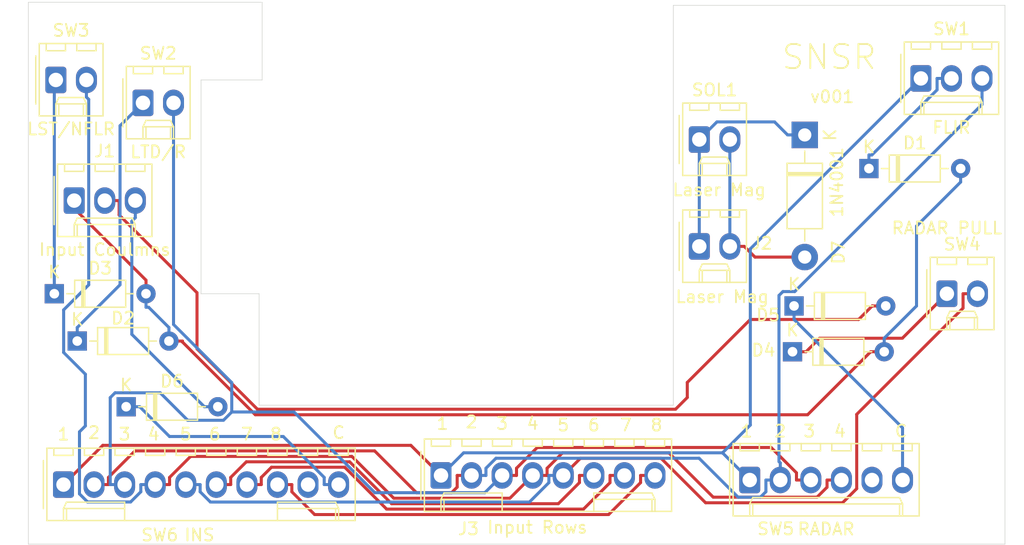
<source format=kicad_pcb>
(kicad_pcb (version 20171130) (host pcbnew "(5.1.5-0-10_14)")

  (general
    (thickness 1.6)
    (drawings 1135)
    (tracks 195)
    (zones 0)
    (modules 23)
    (nets 20)
  )

  (page A4)
  (layers
    (0 F.Cu signal)
    (31 B.Cu signal)
    (32 B.Adhes user)
    (33 F.Adhes user)
    (34 B.Paste user)
    (35 F.Paste user)
    (36 B.SilkS user)
    (37 F.SilkS user)
    (38 B.Mask user)
    (39 F.Mask user)
    (40 Dwgs.User user hide)
    (41 Cmts.User user)
    (42 Eco1.User user)
    (43 Eco2.User user)
    (44 Edge.Cuts user)
    (45 Margin user)
    (46 B.CrtYd user)
    (47 F.CrtYd user)
    (48 B.Fab user)
    (49 F.Fab user)
  )

  (setup
    (last_trace_width 0.25)
    (trace_clearance 0.2)
    (zone_clearance 0.508)
    (zone_45_only no)
    (trace_min 0.2)
    (via_size 0.8)
    (via_drill 0.4)
    (via_min_size 0.4)
    (via_min_drill 0.3)
    (uvia_size 0.3)
    (uvia_drill 0.1)
    (uvias_allowed no)
    (uvia_min_size 0.2)
    (uvia_min_drill 0.1)
    (edge_width 0.05)
    (segment_width 0.2)
    (pcb_text_width 0.3)
    (pcb_text_size 1.5 1.5)
    (mod_edge_width 0.12)
    (mod_text_size 1 1)
    (mod_text_width 0.15)
    (pad_size 1.524 1.524)
    (pad_drill 0.762)
    (pad_to_mask_clearance 0.051)
    (solder_mask_min_width 0.25)
    (aux_axis_origin 0 0)
    (visible_elements FFFFFF7F)
    (pcbplotparams
      (layerselection 0x010fc_ffffffff)
      (usegerberextensions false)
      (usegerberattributes false)
      (usegerberadvancedattributes false)
      (creategerberjobfile false)
      (excludeedgelayer true)
      (linewidth 0.100000)
      (plotframeref false)
      (viasonmask false)
      (mode 1)
      (useauxorigin false)
      (hpglpennumber 1)
      (hpglpenspeed 20)
      (hpglpendiameter 15.000000)
      (psnegative false)
      (psa4output false)
      (plotreference true)
      (plotvalue true)
      (plotinvisibletext false)
      (padsonsilk false)
      (subtractmaskfromsilk false)
      (outputformat 1)
      (mirror false)
      (drillshape 0)
      (scaleselection 1)
      (outputdirectory "Manufacturing"))
  )

  (net 0 "")
  (net 1 "Net-(D1-Pad2)")
  (net 2 "Net-(D1-Pad1)")
  (net 3 "Net-(D2-Pad1)")
  (net 4 "Net-(D3-Pad1)")
  (net 5 "Net-(D4-Pad1)")
  (net 6 "Net-(D5-Pad1)")
  (net 7 /Col2)
  (net 8 "Net-(D6-Pad1)")
  (net 9 /Col3)
  (net 10 /Row8)
  (net 11 /Row7)
  (net 12 /Row6)
  (net 13 /Row5)
  (net 14 /Row4)
  (net 15 /Row3)
  (net 16 /Row2)
  (net 17 /Row1)
  (net 18 "Net-(D7-Pad2)")
  (net 19 "Net-(D7-Pad1)")

  (net_class Default "This is the default net class."
    (clearance 0.2)
    (trace_width 0.25)
    (via_dia 0.8)
    (via_drill 0.4)
    (uvia_dia 0.3)
    (uvia_drill 0.1)
    (add_net /Col2)
    (add_net /Col3)
    (add_net /Row1)
    (add_net /Row2)
    (add_net /Row3)
    (add_net /Row4)
    (add_net /Row5)
    (add_net /Row6)
    (add_net /Row7)
    (add_net /Row8)
    (add_net "Net-(D1-Pad1)")
    (add_net "Net-(D1-Pad2)")
    (add_net "Net-(D2-Pad1)")
    (add_net "Net-(D3-Pad1)")
    (add_net "Net-(D4-Pad1)")
    (add_net "Net-(D5-Pad1)")
    (add_net "Net-(D6-Pad1)")
    (add_net "Net-(D7-Pad1)")
    (add_net "Net-(D7-Pad2)")
  )

  (module MountingHole:MountingHole_3.2mm_M3 (layer F.Cu) (tedit 56D1B4CB) (tstamp 6071590F)
    (at 127 92.837)
    (descr "Mounting Hole 3.2mm, no annular, M3")
    (tags "mounting hole 3.2mm no annular m3")
    (path /6072AEA6)
    (attr virtual)
    (fp_text reference H7 (at 0 -4.2) (layer F.SilkS) hide
      (effects (font (size 1 1) (thickness 0.15)))
    )
    (fp_text value MountingHole (at 0 4.2) (layer F.Fab)
      (effects (font (size 1 1) (thickness 0.15)))
    )
    (fp_circle (center 0 0) (end 3.45 0) (layer F.CrtYd) (width 0.05))
    (fp_circle (center 0 0) (end 3.2 0) (layer Cmts.User) (width 0.15))
    (fp_text user %R (at 0.3 0) (layer F.Fab)
      (effects (font (size 1 1) (thickness 0.15)))
    )
    (pad 1 np_thru_hole circle (at 0 0) (size 3.2 3.2) (drill 3.2) (layers *.Cu *.Mask))
  )

  (module MountingHole:MountingHole_3.2mm_M3 (layer F.Cu) (tedit 56D1B4CB) (tstamp 60715907)
    (at 127 63.881)
    (descr "Mounting Hole 3.2mm, no annular, M3")
    (tags "mounting hole 3.2mm no annular m3")
    (path /6072A94A)
    (attr virtual)
    (fp_text reference H6 (at 0 -4.2) (layer F.SilkS) hide
      (effects (font (size 1 1) (thickness 0.15)))
    )
    (fp_text value MountingHole (at 0 4.2) (layer F.Fab)
      (effects (font (size 1 1) (thickness 0.15)))
    )
    (fp_circle (center 0 0) (end 3.45 0) (layer F.CrtYd) (width 0.05))
    (fp_circle (center 0 0) (end 3.2 0) (layer Cmts.User) (width 0.15))
    (fp_text user %R (at 0.3 0) (layer F.Fab)
      (effects (font (size 1 1) (thickness 0.15)))
    )
    (pad 1 np_thru_hole circle (at 0 0) (size 3.2 3.2) (drill 3.2) (layers *.Cu *.Mask))
  )

  (module MountingHole:MountingHole_3.2mm_M3 (layer F.Cu) (tedit 56D1B4CB) (tstamp 607158FF)
    (at 87.122 63.881)
    (descr "Mounting Hole 3.2mm, no annular, M3")
    (tags "mounting hole 3.2mm no annular m3")
    (path /6072A3FB)
    (attr virtual)
    (fp_text reference H5 (at 0 -4.2) (layer F.SilkS) hide
      (effects (font (size 1 1) (thickness 0.15)))
    )
    (fp_text value MountingHole (at 0 4.2) (layer F.Fab)
      (effects (font (size 1 1) (thickness 0.15)))
    )
    (fp_circle (center 0 0) (end 3.45 0) (layer F.CrtYd) (width 0.05))
    (fp_circle (center 0 0) (end 3.2 0) (layer Cmts.User) (width 0.15))
    (fp_text user %R (at 0.3 0) (layer F.Fab)
      (effects (font (size 1 1) (thickness 0.15)))
    )
    (pad 1 np_thru_hole circle (at 0 0) (size 3.2 3.2) (drill 3.2) (layers *.Cu *.Mask))
  )

  (module PT_Library_v001:Molex_1x02_P2.54mm_Vertical (layer F.Cu) (tedit 5B78013E) (tstamp 606A76B6)
    (at 125.857 72.009)
    (descr "Molex KK-254 Interconnect System, old/engineering part number: AE-6410-02A example for new part number: 22-27-2021, 2 Pins (http://www.molex.com/pdm_docs/sd/022272021_sd.pdf), generated with kicad-footprint-generator")
    (tags "connector Molex KK-254 side entry")
    (path /606AA8A0)
    (fp_text reference SOL1 (at 1.27 -4.12) (layer F.SilkS)
      (effects (font (size 1 1) (thickness 0.15)))
    )
    (fp_text value "Laser Mag" (at 1.651 4.191) (layer F.SilkS)
      (effects (font (size 1 1) (thickness 0.15)))
    )
    (fp_text user %R (at 1.27 -2.22) (layer F.Fab)
      (effects (font (size 1 1) (thickness 0.15)))
    )
    (fp_line (start 4.31 -3.42) (end -1.77 -3.42) (layer F.CrtYd) (width 0.05))
    (fp_line (start 4.31 3.38) (end 4.31 -3.42) (layer F.CrtYd) (width 0.05))
    (fp_line (start -1.77 3.38) (end 4.31 3.38) (layer F.CrtYd) (width 0.05))
    (fp_line (start -1.77 -3.42) (end -1.77 3.38) (layer F.CrtYd) (width 0.05))
    (fp_line (start 3.34 -2.43) (end 3.34 -3.03) (layer F.SilkS) (width 0.12))
    (fp_line (start 1.74 -2.43) (end 3.34 -2.43) (layer F.SilkS) (width 0.12))
    (fp_line (start 1.74 -3.03) (end 1.74 -2.43) (layer F.SilkS) (width 0.12))
    (fp_line (start 0.8 -2.43) (end 0.8 -3.03) (layer F.SilkS) (width 0.12))
    (fp_line (start -0.8 -2.43) (end 0.8 -2.43) (layer F.SilkS) (width 0.12))
    (fp_line (start -0.8 -3.03) (end -0.8 -2.43) (layer F.SilkS) (width 0.12))
    (fp_line (start 2.29 2.99) (end 2.29 1.99) (layer F.SilkS) (width 0.12))
    (fp_line (start 0.25 2.99) (end 0.25 1.99) (layer F.SilkS) (width 0.12))
    (fp_line (start 2.29 1.46) (end 2.54 1.99) (layer F.SilkS) (width 0.12))
    (fp_line (start 0.25 1.46) (end 2.29 1.46) (layer F.SilkS) (width 0.12))
    (fp_line (start 0 1.99) (end 0.25 1.46) (layer F.SilkS) (width 0.12))
    (fp_line (start 2.54 1.99) (end 2.54 2.99) (layer F.SilkS) (width 0.12))
    (fp_line (start 0 1.99) (end 2.54 1.99) (layer F.SilkS) (width 0.12))
    (fp_line (start 0 2.99) (end 0 1.99) (layer F.SilkS) (width 0.12))
    (fp_line (start -0.562893 0) (end -1.27 0.5) (layer F.Fab) (width 0.1))
    (fp_line (start -1.27 -0.5) (end -0.562893 0) (layer F.Fab) (width 0.1))
    (fp_line (start -1.67 -2) (end -1.67 2) (layer F.SilkS) (width 0.12))
    (fp_line (start 3.92 -3.03) (end -1.38 -3.03) (layer F.SilkS) (width 0.12))
    (fp_line (start 3.92 2.99) (end 3.92 -3.03) (layer F.SilkS) (width 0.12))
    (fp_line (start -1.38 2.99) (end 3.92 2.99) (layer F.SilkS) (width 0.12))
    (fp_line (start -1.38 -3.03) (end -1.38 2.99) (layer F.SilkS) (width 0.12))
    (fp_line (start 3.81 -2.92) (end -1.27 -2.92) (layer F.Fab) (width 0.1))
    (fp_line (start 3.81 2.88) (end 3.81 -2.92) (layer F.Fab) (width 0.1))
    (fp_line (start -1.27 2.88) (end 3.81 2.88) (layer F.Fab) (width 0.1))
    (fp_line (start -1.27 -2.92) (end -1.27 2.88) (layer F.Fab) (width 0.1))
    (pad 2 thru_hole oval (at 2.54 0) (size 1.74 2.2) (drill 1.2) (layers *.Cu *.Mask)
      (net 18 "Net-(D7-Pad2)"))
    (pad 1 thru_hole roundrect (at 0 0) (size 1.74 2.2) (drill 1.2) (layers *.Cu *.Mask) (roundrect_rratio 0.143678)
      (net 19 "Net-(D7-Pad1)"))
    (model ${KISYS3DMOD}/Connector_Molex.3dshapes/Molex_KK-254_AE-6410-02A_1x02_P2.54mm_Vertical.wrl
      (at (xyz 0 0 0))
      (scale (xyz 1 1 1))
      (rotate (xyz 0 0 0))
    )
  )

  (module PT_Library_v001:Molex_1x02_P2.54mm_Vertical (layer F.Cu) (tedit 5B78013E) (tstamp 606A7651)
    (at 125.857 80.899)
    (descr "Molex KK-254 Interconnect System, old/engineering part number: AE-6410-02A example for new part number: 22-27-2021, 2 Pins (http://www.molex.com/pdm_docs/sd/022272021_sd.pdf), generated with kicad-footprint-generator")
    (tags "connector Molex KK-254 side entry")
    (path /606A8C4C)
    (fp_text reference J2 (at 5.207 -0.254) (layer F.SilkS)
      (effects (font (size 1 1) (thickness 0.15)))
    )
    (fp_text value "Laser Mag" (at 1.905 4.191) (layer F.SilkS)
      (effects (font (size 1 1) (thickness 0.15)))
    )
    (fp_text user %R (at 1.27 -2.22) (layer F.Fab)
      (effects (font (size 1 1) (thickness 0.15)))
    )
    (fp_line (start 4.31 -3.42) (end -1.77 -3.42) (layer F.CrtYd) (width 0.05))
    (fp_line (start 4.31 3.38) (end 4.31 -3.42) (layer F.CrtYd) (width 0.05))
    (fp_line (start -1.77 3.38) (end 4.31 3.38) (layer F.CrtYd) (width 0.05))
    (fp_line (start -1.77 -3.42) (end -1.77 3.38) (layer F.CrtYd) (width 0.05))
    (fp_line (start 3.34 -2.43) (end 3.34 -3.03) (layer F.SilkS) (width 0.12))
    (fp_line (start 1.74 -2.43) (end 3.34 -2.43) (layer F.SilkS) (width 0.12))
    (fp_line (start 1.74 -3.03) (end 1.74 -2.43) (layer F.SilkS) (width 0.12))
    (fp_line (start 0.8 -2.43) (end 0.8 -3.03) (layer F.SilkS) (width 0.12))
    (fp_line (start -0.8 -2.43) (end 0.8 -2.43) (layer F.SilkS) (width 0.12))
    (fp_line (start -0.8 -3.03) (end -0.8 -2.43) (layer F.SilkS) (width 0.12))
    (fp_line (start 2.29 2.99) (end 2.29 1.99) (layer F.SilkS) (width 0.12))
    (fp_line (start 0.25 2.99) (end 0.25 1.99) (layer F.SilkS) (width 0.12))
    (fp_line (start 2.29 1.46) (end 2.54 1.99) (layer F.SilkS) (width 0.12))
    (fp_line (start 0.25 1.46) (end 2.29 1.46) (layer F.SilkS) (width 0.12))
    (fp_line (start 0 1.99) (end 0.25 1.46) (layer F.SilkS) (width 0.12))
    (fp_line (start 2.54 1.99) (end 2.54 2.99) (layer F.SilkS) (width 0.12))
    (fp_line (start 0 1.99) (end 2.54 1.99) (layer F.SilkS) (width 0.12))
    (fp_line (start 0 2.99) (end 0 1.99) (layer F.SilkS) (width 0.12))
    (fp_line (start -0.562893 0) (end -1.27 0.5) (layer F.Fab) (width 0.1))
    (fp_line (start -1.27 -0.5) (end -0.562893 0) (layer F.Fab) (width 0.1))
    (fp_line (start -1.67 -2) (end -1.67 2) (layer F.SilkS) (width 0.12))
    (fp_line (start 3.92 -3.03) (end -1.38 -3.03) (layer F.SilkS) (width 0.12))
    (fp_line (start 3.92 2.99) (end 3.92 -3.03) (layer F.SilkS) (width 0.12))
    (fp_line (start -1.38 2.99) (end 3.92 2.99) (layer F.SilkS) (width 0.12))
    (fp_line (start -1.38 -3.03) (end -1.38 2.99) (layer F.SilkS) (width 0.12))
    (fp_line (start 3.81 -2.92) (end -1.27 -2.92) (layer F.Fab) (width 0.1))
    (fp_line (start 3.81 2.88) (end 3.81 -2.92) (layer F.Fab) (width 0.1))
    (fp_line (start -1.27 2.88) (end 3.81 2.88) (layer F.Fab) (width 0.1))
    (fp_line (start -1.27 -2.92) (end -1.27 2.88) (layer F.Fab) (width 0.1))
    (pad 2 thru_hole oval (at 2.54 0) (size 1.74 2.2) (drill 1.2) (layers *.Cu *.Mask)
      (net 18 "Net-(D7-Pad2)"))
    (pad 1 thru_hole roundrect (at 0 0) (size 1.74 2.2) (drill 1.2) (layers *.Cu *.Mask) (roundrect_rratio 0.143678)
      (net 19 "Net-(D7-Pad1)"))
    (model ${KISYS3DMOD}/Connector_Molex.3dshapes/Molex_KK-254_AE-6410-02A_1x02_P2.54mm_Vertical.wrl
      (at (xyz 0 0 0))
      (scale (xyz 1 1 1))
      (rotate (xyz 0 0 0))
    )
  )

  (module Diode_THT:D_DO-41_SOD81_P10.16mm_Horizontal (layer F.Cu) (tedit 5AE50CD5) (tstamp 606A75A7)
    (at 134.62 71.628 270)
    (descr "Diode, DO-41_SOD81 series, Axial, Horizontal, pin pitch=10.16mm, , length*diameter=5.2*2.7mm^2, , http://www.diodes.com/_files/packages/DO-41%20(Plastic).pdf")
    (tags "Diode DO-41_SOD81 series Axial Horizontal pin pitch 10.16mm  length 5.2mm diameter 2.7mm")
    (path /606AB890)
    (fp_text reference D7 (at 9.779 -2.794 90) (layer F.SilkS)
      (effects (font (size 1 1) (thickness 0.15)))
    )
    (fp_text value 1N4001 (at 3.937 -2.667 90) (layer F.SilkS)
      (effects (font (size 1 1) (thickness 0.15)))
    )
    (fp_text user K (at 0 -2.1 90) (layer F.SilkS)
      (effects (font (size 1 1) (thickness 0.15)))
    )
    (fp_text user K (at 0 -2.1 90) (layer F.Fab)
      (effects (font (size 1 1) (thickness 0.15)))
    )
    (fp_text user %R (at 5.47 0 90) (layer F.Fab)
      (effects (font (size 1 1) (thickness 0.15)))
    )
    (fp_line (start 11.51 -1.6) (end -1.35 -1.6) (layer F.CrtYd) (width 0.05))
    (fp_line (start 11.51 1.6) (end 11.51 -1.6) (layer F.CrtYd) (width 0.05))
    (fp_line (start -1.35 1.6) (end 11.51 1.6) (layer F.CrtYd) (width 0.05))
    (fp_line (start -1.35 -1.6) (end -1.35 1.6) (layer F.CrtYd) (width 0.05))
    (fp_line (start 3.14 -1.47) (end 3.14 1.47) (layer F.SilkS) (width 0.12))
    (fp_line (start 3.38 -1.47) (end 3.38 1.47) (layer F.SilkS) (width 0.12))
    (fp_line (start 3.26 -1.47) (end 3.26 1.47) (layer F.SilkS) (width 0.12))
    (fp_line (start 8.82 0) (end 7.8 0) (layer F.SilkS) (width 0.12))
    (fp_line (start 1.34 0) (end 2.36 0) (layer F.SilkS) (width 0.12))
    (fp_line (start 7.8 -1.47) (end 2.36 -1.47) (layer F.SilkS) (width 0.12))
    (fp_line (start 7.8 1.47) (end 7.8 -1.47) (layer F.SilkS) (width 0.12))
    (fp_line (start 2.36 1.47) (end 7.8 1.47) (layer F.SilkS) (width 0.12))
    (fp_line (start 2.36 -1.47) (end 2.36 1.47) (layer F.SilkS) (width 0.12))
    (fp_line (start 3.16 -1.35) (end 3.16 1.35) (layer F.Fab) (width 0.1))
    (fp_line (start 3.36 -1.35) (end 3.36 1.35) (layer F.Fab) (width 0.1))
    (fp_line (start 3.26 -1.35) (end 3.26 1.35) (layer F.Fab) (width 0.1))
    (fp_line (start 10.16 0) (end 7.68 0) (layer F.Fab) (width 0.1))
    (fp_line (start 0 0) (end 2.48 0) (layer F.Fab) (width 0.1))
    (fp_line (start 7.68 -1.35) (end 2.48 -1.35) (layer F.Fab) (width 0.1))
    (fp_line (start 7.68 1.35) (end 7.68 -1.35) (layer F.Fab) (width 0.1))
    (fp_line (start 2.48 1.35) (end 7.68 1.35) (layer F.Fab) (width 0.1))
    (fp_line (start 2.48 -1.35) (end 2.48 1.35) (layer F.Fab) (width 0.1))
    (pad 2 thru_hole oval (at 10.16 0 270) (size 2.2 2.2) (drill 1.1) (layers *.Cu *.Mask)
      (net 18 "Net-(D7-Pad2)"))
    (pad 1 thru_hole rect (at 0 0 270) (size 2.2 2.2) (drill 1.1) (layers *.Cu *.Mask)
      (net 19 "Net-(D7-Pad1)"))
    (model ${KISYS3DMOD}/Diode_THT.3dshapes/D_DO-41_SOD81_P10.16mm_Horizontal.wrl
      (at (xyz 0 0 0))
      (scale (xyz 1 1 1))
      (rotate (xyz 0 0 0))
    )
  )

  (module MountingHole:MountingHole_3.2mm_M3 locked (layer F.Cu) (tedit 56D1B4CB) (tstamp 60681855)
    (at 86.995 87.884)
    (descr "Mounting Hole 3.2mm, no annular, M3")
    (tags "mounting hole 3.2mm no annular m3")
    (path /6068B1A8)
    (attr virtual)
    (fp_text reference H4 (at 0 -4.2) (layer F.SilkS) hide
      (effects (font (size 1 1) (thickness 0.15)))
    )
    (fp_text value MountingHole (at 0 4.2) (layer F.Fab)
      (effects (font (size 1 1) (thickness 0.15)))
    )
    (fp_circle (center 0 0) (end 3.45 0) (layer F.CrtYd) (width 0.05))
    (fp_circle (center 0 0) (end 3.2 0) (layer Cmts.User) (width 0.15))
    (fp_text user %R (at 0.3 0) (layer F.Fab)
      (effects (font (size 1 1) (thickness 0.15)))
    )
    (pad 1 np_thru_hole circle (at 0 0) (size 3.2 3.2) (drill 3.2) (layers *.Cu *.Mask))
  )

  (module MountingHole:MountingHole_3.2mm_M3 locked (layer F.Cu) (tedit 56D1B4CB) (tstamp 6068184D)
    (at 147.701 92.456)
    (descr "Mounting Hole 3.2mm, no annular, M3")
    (tags "mounting hole 3.2mm no annular m3")
    (path /6068AE2B)
    (attr virtual)
    (fp_text reference H3 (at 0 -4.2) (layer F.SilkS) hide
      (effects (font (size 1 1) (thickness 0.15)))
    )
    (fp_text value MountingHole (at 0 4.2) (layer F.Fab)
      (effects (font (size 1 1) (thickness 0.15)))
    )
    (fp_circle (center 0 0) (end 3.45 0) (layer F.CrtYd) (width 0.05))
    (fp_circle (center 0 0) (end 3.2 0) (layer Cmts.User) (width 0.15))
    (fp_text user %R (at 0.3 0) (layer F.Fab)
      (effects (font (size 1 1) (thickness 0.15)))
    )
    (pad 1 np_thru_hole circle (at 0 0) (size 3.2 3.2) (drill 3.2) (layers *.Cu *.Mask))
  )

  (module MountingHole:MountingHole_3.2mm_M3 locked (layer F.Cu) (tedit 56D1B4CB) (tstamp 6068183D)
    (at 72.898 93.599)
    (descr "Mounting Hole 3.2mm, no annular, M3")
    (tags "mounting hole 3.2mm no annular m3")
    (path /6068A7ED)
    (attr virtual)
    (fp_text reference H1 (at 0 -4.2) (layer F.SilkS) hide
      (effects (font (size 1 1) (thickness 0.15)))
    )
    (fp_text value MountingHole (at 0 4.2) (layer F.Fab)
      (effects (font (size 1 1) (thickness 0.15)))
    )
    (fp_circle (center 0 0) (end 3.45 0) (layer F.CrtYd) (width 0.05))
    (fp_circle (center 0 0) (end 3.2 0) (layer Cmts.User) (width 0.15))
    (fp_text user %R (at 0.3 0) (layer F.Fab)
      (effects (font (size 1 1) (thickness 0.15)))
    )
    (pad 1 np_thru_hole circle (at 0 0) (size 3.2 3.2) (drill 3.2) (layers *.Cu *.Mask))
  )

  (module PT_Library_v001:Molex_1x06_P2.54mm_Vertical (layer F.Cu) (tedit 5B78013E) (tstamp 60680957)
    (at 130.048 100.33)
    (descr "Molex KK-254 Interconnect System, old/engineering part number: AE-6410-06A example for new part number: 22-27-2061, 6 Pins (http://www.molex.com/pdm_docs/sd/022272021_sd.pdf), generated with kicad-footprint-generator")
    (tags "connector Molex KK-254 side entry")
    (path /60681E61)
    (fp_text reference SW5 (at 2.159 4.064) (layer F.SilkS)
      (effects (font (size 1 1) (thickness 0.15)))
    )
    (fp_text value RADAR (at 6.35 4.08) (layer F.SilkS)
      (effects (font (size 1 1) (thickness 0.15)))
    )
    (fp_text user %R (at 6.35 -2.22) (layer F.Fab)
      (effects (font (size 1 1) (thickness 0.15)))
    )
    (fp_line (start 14.47 -3.42) (end -1.77 -3.42) (layer F.CrtYd) (width 0.05))
    (fp_line (start 14.47 3.38) (end 14.47 -3.42) (layer F.CrtYd) (width 0.05))
    (fp_line (start -1.77 3.38) (end 14.47 3.38) (layer F.CrtYd) (width 0.05))
    (fp_line (start -1.77 -3.42) (end -1.77 3.38) (layer F.CrtYd) (width 0.05))
    (fp_line (start 13.5 -2.43) (end 13.5 -3.03) (layer F.SilkS) (width 0.12))
    (fp_line (start 11.9 -2.43) (end 13.5 -2.43) (layer F.SilkS) (width 0.12))
    (fp_line (start 11.9 -3.03) (end 11.9 -2.43) (layer F.SilkS) (width 0.12))
    (fp_line (start 10.96 -2.43) (end 10.96 -3.03) (layer F.SilkS) (width 0.12))
    (fp_line (start 9.36 -2.43) (end 10.96 -2.43) (layer F.SilkS) (width 0.12))
    (fp_line (start 9.36 -3.03) (end 9.36 -2.43) (layer F.SilkS) (width 0.12))
    (fp_line (start 8.42 -2.43) (end 8.42 -3.03) (layer F.SilkS) (width 0.12))
    (fp_line (start 6.82 -2.43) (end 8.42 -2.43) (layer F.SilkS) (width 0.12))
    (fp_line (start 6.82 -3.03) (end 6.82 -2.43) (layer F.SilkS) (width 0.12))
    (fp_line (start 5.88 -2.43) (end 5.88 -3.03) (layer F.SilkS) (width 0.12))
    (fp_line (start 4.28 -2.43) (end 5.88 -2.43) (layer F.SilkS) (width 0.12))
    (fp_line (start 4.28 -3.03) (end 4.28 -2.43) (layer F.SilkS) (width 0.12))
    (fp_line (start 3.34 -2.43) (end 3.34 -3.03) (layer F.SilkS) (width 0.12))
    (fp_line (start 1.74 -2.43) (end 3.34 -2.43) (layer F.SilkS) (width 0.12))
    (fp_line (start 1.74 -3.03) (end 1.74 -2.43) (layer F.SilkS) (width 0.12))
    (fp_line (start 0.8 -2.43) (end 0.8 -3.03) (layer F.SilkS) (width 0.12))
    (fp_line (start -0.8 -2.43) (end 0.8 -2.43) (layer F.SilkS) (width 0.12))
    (fp_line (start -0.8 -3.03) (end -0.8 -2.43) (layer F.SilkS) (width 0.12))
    (fp_line (start 12.45 2.99) (end 12.45 1.99) (layer F.SilkS) (width 0.12))
    (fp_line (start 0.25 2.99) (end 0.25 1.99) (layer F.SilkS) (width 0.12))
    (fp_line (start 12.45 1.46) (end 12.7 1.99) (layer F.SilkS) (width 0.12))
    (fp_line (start 0.25 1.46) (end 12.45 1.46) (layer F.SilkS) (width 0.12))
    (fp_line (start 0 1.99) (end 0.25 1.46) (layer F.SilkS) (width 0.12))
    (fp_line (start 12.7 1.99) (end 12.7 2.99) (layer F.SilkS) (width 0.12))
    (fp_line (start 0 1.99) (end 12.7 1.99) (layer F.SilkS) (width 0.12))
    (fp_line (start 0 2.99) (end 0 1.99) (layer F.SilkS) (width 0.12))
    (fp_line (start -0.562893 0) (end -1.27 0.5) (layer F.Fab) (width 0.1))
    (fp_line (start -1.27 -0.5) (end -0.562893 0) (layer F.Fab) (width 0.1))
    (fp_line (start -1.67 -2) (end -1.67 2) (layer F.SilkS) (width 0.12))
    (fp_line (start 14.08 -3.03) (end -1.38 -3.03) (layer F.SilkS) (width 0.12))
    (fp_line (start 14.08 2.99) (end 14.08 -3.03) (layer F.SilkS) (width 0.12))
    (fp_line (start -1.38 2.99) (end 14.08 2.99) (layer F.SilkS) (width 0.12))
    (fp_line (start -1.38 -3.03) (end -1.38 2.99) (layer F.SilkS) (width 0.12))
    (fp_line (start 13.97 -2.92) (end -1.27 -2.92) (layer F.Fab) (width 0.1))
    (fp_line (start 13.97 2.88) (end 13.97 -2.92) (layer F.Fab) (width 0.1))
    (fp_line (start -1.27 2.88) (end 13.97 2.88) (layer F.Fab) (width 0.1))
    (fp_line (start -1.27 -2.92) (end -1.27 2.88) (layer F.Fab) (width 0.1))
    (pad 6 thru_hole oval (at 12.7 0) (size 1.74 2.2) (drill 1.2) (layers *.Cu *.Mask)
      (net 6 "Net-(D5-Pad1)"))
    (pad 5 thru_hole oval (at 10.16 0) (size 1.74 2.2) (drill 1.2) (layers *.Cu *.Mask))
    (pad 4 thru_hole oval (at 7.62 0) (size 1.74 2.2) (drill 1.2) (layers *.Cu *.Mask)
      (net 14 /Row4))
    (pad 3 thru_hole oval (at 5.08 0) (size 1.74 2.2) (drill 1.2) (layers *.Cu *.Mask)
      (net 15 /Row3))
    (pad 2 thru_hole oval (at 2.54 0) (size 1.74 2.2) (drill 1.2) (layers *.Cu *.Mask)
      (net 16 /Row2))
    (pad 1 thru_hole roundrect (at 0 0) (size 1.74 2.2) (drill 1.2) (layers *.Cu *.Mask) (roundrect_rratio 0.143678)
      (net 17 /Row1))
    (model ${KISYS3DMOD}/Connector_Molex.3dshapes/Molex_KK-254_AE-6410-06A_1x06_P2.54mm_Vertical.wrl
      (at (xyz 0 0 0))
      (scale (xyz 1 1 1))
      (rotate (xyz 0 0 0))
    )
  )

  (module PT_Library_v001:Molex_1x10_P2.54mm_Vertical (layer F.Cu) (tedit 5B78013E) (tstamp 6067F3B7)
    (at 73.025 100.711)
    (descr "Molex KK-254 Interconnect System, old/engineering part number: AE-6410-10A example for new part number: 22-27-2101, 10 Pins (http://www.molex.com/pdm_docs/sd/022272021_sd.pdf), generated with kicad-footprint-generator")
    (tags "connector Molex KK-254 side entry")
    (path /5FD325D9)
    (fp_text reference SW6 (at 8.001 4.191) (layer F.SilkS)
      (effects (font (size 1 1) (thickness 0.15)))
    )
    (fp_text value INS (at 11.303 4.191) (layer F.SilkS)
      (effects (font (size 1 1) (thickness 0.15)))
    )
    (fp_text user %R (at 11.43 -2.22) (layer F.Fab)
      (effects (font (size 1 1) (thickness 0.15)))
    )
    (fp_line (start 24.63 -3.42) (end -1.77 -3.42) (layer F.CrtYd) (width 0.05))
    (fp_line (start 24.63 3.38) (end 24.63 -3.42) (layer F.CrtYd) (width 0.05))
    (fp_line (start -1.77 3.38) (end 24.63 3.38) (layer F.CrtYd) (width 0.05))
    (fp_line (start -1.77 -3.42) (end -1.77 3.38) (layer F.CrtYd) (width 0.05))
    (fp_line (start 23.66 -2.43) (end 23.66 -3.03) (layer F.SilkS) (width 0.12))
    (fp_line (start 22.06 -2.43) (end 23.66 -2.43) (layer F.SilkS) (width 0.12))
    (fp_line (start 22.06 -3.03) (end 22.06 -2.43) (layer F.SilkS) (width 0.12))
    (fp_line (start 21.12 -2.43) (end 21.12 -3.03) (layer F.SilkS) (width 0.12))
    (fp_line (start 19.52 -2.43) (end 21.12 -2.43) (layer F.SilkS) (width 0.12))
    (fp_line (start 19.52 -3.03) (end 19.52 -2.43) (layer F.SilkS) (width 0.12))
    (fp_line (start 18.58 -2.43) (end 18.58 -3.03) (layer F.SilkS) (width 0.12))
    (fp_line (start 16.98 -2.43) (end 18.58 -2.43) (layer F.SilkS) (width 0.12))
    (fp_line (start 16.98 -3.03) (end 16.98 -2.43) (layer F.SilkS) (width 0.12))
    (fp_line (start 16.04 -2.43) (end 16.04 -3.03) (layer F.SilkS) (width 0.12))
    (fp_line (start 14.44 -2.43) (end 16.04 -2.43) (layer F.SilkS) (width 0.12))
    (fp_line (start 14.44 -3.03) (end 14.44 -2.43) (layer F.SilkS) (width 0.12))
    (fp_line (start 13.5 -2.43) (end 13.5 -3.03) (layer F.SilkS) (width 0.12))
    (fp_line (start 11.9 -2.43) (end 13.5 -2.43) (layer F.SilkS) (width 0.12))
    (fp_line (start 11.9 -3.03) (end 11.9 -2.43) (layer F.SilkS) (width 0.12))
    (fp_line (start 10.96 -2.43) (end 10.96 -3.03) (layer F.SilkS) (width 0.12))
    (fp_line (start 9.36 -2.43) (end 10.96 -2.43) (layer F.SilkS) (width 0.12))
    (fp_line (start 9.36 -3.03) (end 9.36 -2.43) (layer F.SilkS) (width 0.12))
    (fp_line (start 8.42 -2.43) (end 8.42 -3.03) (layer F.SilkS) (width 0.12))
    (fp_line (start 6.82 -2.43) (end 8.42 -2.43) (layer F.SilkS) (width 0.12))
    (fp_line (start 6.82 -3.03) (end 6.82 -2.43) (layer F.SilkS) (width 0.12))
    (fp_line (start 5.88 -2.43) (end 5.88 -3.03) (layer F.SilkS) (width 0.12))
    (fp_line (start 4.28 -2.43) (end 5.88 -2.43) (layer F.SilkS) (width 0.12))
    (fp_line (start 4.28 -3.03) (end 4.28 -2.43) (layer F.SilkS) (width 0.12))
    (fp_line (start 3.34 -2.43) (end 3.34 -3.03) (layer F.SilkS) (width 0.12))
    (fp_line (start 1.74 -2.43) (end 3.34 -2.43) (layer F.SilkS) (width 0.12))
    (fp_line (start 1.74 -3.03) (end 1.74 -2.43) (layer F.SilkS) (width 0.12))
    (fp_line (start 0.8 -2.43) (end 0.8 -3.03) (layer F.SilkS) (width 0.12))
    (fp_line (start -0.8 -2.43) (end 0.8 -2.43) (layer F.SilkS) (width 0.12))
    (fp_line (start -0.8 -3.03) (end -0.8 -2.43) (layer F.SilkS) (width 0.12))
    (fp_line (start 22.61 2.99) (end 22.61 1.99) (layer F.SilkS) (width 0.12))
    (fp_line (start 17.78 1.46) (end 17.78 1.99) (layer F.SilkS) (width 0.12))
    (fp_line (start 22.61 1.46) (end 17.78 1.46) (layer F.SilkS) (width 0.12))
    (fp_line (start 22.86 1.99) (end 22.61 1.46) (layer F.SilkS) (width 0.12))
    (fp_line (start 17.78 1.99) (end 17.78 2.99) (layer F.SilkS) (width 0.12))
    (fp_line (start 22.86 1.99) (end 17.78 1.99) (layer F.SilkS) (width 0.12))
    (fp_line (start 22.86 2.99) (end 22.86 1.99) (layer F.SilkS) (width 0.12))
    (fp_line (start 0.25 2.99) (end 0.25 1.99) (layer F.SilkS) (width 0.12))
    (fp_line (start 5.08 1.46) (end 5.08 1.99) (layer F.SilkS) (width 0.12))
    (fp_line (start 0.25 1.46) (end 5.08 1.46) (layer F.SilkS) (width 0.12))
    (fp_line (start 0 1.99) (end 0.25 1.46) (layer F.SilkS) (width 0.12))
    (fp_line (start 5.08 1.99) (end 5.08 2.99) (layer F.SilkS) (width 0.12))
    (fp_line (start 0 1.99) (end 5.08 1.99) (layer F.SilkS) (width 0.12))
    (fp_line (start 0 2.99) (end 0 1.99) (layer F.SilkS) (width 0.12))
    (fp_line (start -0.562893 0) (end -1.27 0.5) (layer F.Fab) (width 0.1))
    (fp_line (start -1.27 -0.5) (end -0.562893 0) (layer F.Fab) (width 0.1))
    (fp_line (start -1.67 -2) (end -1.67 2) (layer F.SilkS) (width 0.12))
    (fp_line (start 24.24 -3.03) (end -1.38 -3.03) (layer F.SilkS) (width 0.12))
    (fp_line (start 24.24 2.99) (end 24.24 -3.03) (layer F.SilkS) (width 0.12))
    (fp_line (start -1.38 2.99) (end 24.24 2.99) (layer F.SilkS) (width 0.12))
    (fp_line (start -1.38 -3.03) (end -1.38 2.99) (layer F.SilkS) (width 0.12))
    (fp_line (start 24.13 -2.92) (end -1.27 -2.92) (layer F.Fab) (width 0.1))
    (fp_line (start 24.13 2.88) (end 24.13 -2.92) (layer F.Fab) (width 0.1))
    (fp_line (start -1.27 2.88) (end 24.13 2.88) (layer F.Fab) (width 0.1))
    (fp_line (start -1.27 -2.92) (end -1.27 2.88) (layer F.Fab) (width 0.1))
    (pad 10 thru_hole oval (at 22.86 0) (size 1.74 2.2) (drill 1.2) (layers *.Cu *.Mask)
      (net 8 "Net-(D6-Pad1)"))
    (pad 9 thru_hole oval (at 20.32 0) (size 1.74 2.2) (drill 1.2) (layers *.Cu *.Mask))
    (pad 8 thru_hole oval (at 17.78 0) (size 1.74 2.2) (drill 1.2) (layers *.Cu *.Mask)
      (net 10 /Row8))
    (pad 7 thru_hole oval (at 15.24 0) (size 1.74 2.2) (drill 1.2) (layers *.Cu *.Mask)
      (net 11 /Row7))
    (pad 6 thru_hole oval (at 12.7 0) (size 1.74 2.2) (drill 1.2) (layers *.Cu *.Mask)
      (net 12 /Row6))
    (pad 5 thru_hole oval (at 10.16 0) (size 1.74 2.2) (drill 1.2) (layers *.Cu *.Mask)
      (net 13 /Row5))
    (pad 4 thru_hole oval (at 7.62 0) (size 1.74 2.2) (drill 1.2) (layers *.Cu *.Mask)
      (net 14 /Row4))
    (pad 3 thru_hole oval (at 5.08 0) (size 1.74 2.2) (drill 1.2) (layers *.Cu *.Mask)
      (net 15 /Row3))
    (pad 2 thru_hole oval (at 2.54 0) (size 1.74 2.2) (drill 1.2) (layers *.Cu *.Mask)
      (net 16 /Row2))
    (pad 1 thru_hole roundrect (at 0 0) (size 1.74 2.2) (drill 1.2) (layers *.Cu *.Mask) (roundrect_rratio 0.143678)
      (net 17 /Row1))
    (model ${KISYS3DMOD}/Connector_Molex.3dshapes/Molex_KK-254_AE-6410-10A_1x10_P2.54mm_Vertical.wrl
      (at (xyz 0 0 0))
      (scale (xyz 1 1 1))
      (rotate (xyz 0 0 0))
    )
  )

  (module PT_Library_v001:Molex_1x02_P2.54mm_Vertical (layer F.Cu) (tedit 5B78013E) (tstamp 6067F349)
    (at 146.431 84.836)
    (descr "Molex KK-254 Interconnect System, old/engineering part number: AE-6410-02A example for new part number: 22-27-2021, 2 Pins (http://www.molex.com/pdm_docs/sd/022272021_sd.pdf), generated with kicad-footprint-generator")
    (tags "connector Molex KK-254 side entry")
    (path /5FC6A958)
    (fp_text reference SW4 (at 1.27 -4.12) (layer F.SilkS)
      (effects (font (size 1 1) (thickness 0.15)))
    )
    (fp_text value "RADAR PULL" (at 0 -5.461) (layer F.SilkS)
      (effects (font (size 1 1) (thickness 0.15)))
    )
    (fp_text user %R (at 1.27 -2.22) (layer F.Fab)
      (effects (font (size 1 1) (thickness 0.15)))
    )
    (fp_line (start 4.31 -3.42) (end -1.77 -3.42) (layer F.CrtYd) (width 0.05))
    (fp_line (start 4.31 3.38) (end 4.31 -3.42) (layer F.CrtYd) (width 0.05))
    (fp_line (start -1.77 3.38) (end 4.31 3.38) (layer F.CrtYd) (width 0.05))
    (fp_line (start -1.77 -3.42) (end -1.77 3.38) (layer F.CrtYd) (width 0.05))
    (fp_line (start 3.34 -2.43) (end 3.34 -3.03) (layer F.SilkS) (width 0.12))
    (fp_line (start 1.74 -2.43) (end 3.34 -2.43) (layer F.SilkS) (width 0.12))
    (fp_line (start 1.74 -3.03) (end 1.74 -2.43) (layer F.SilkS) (width 0.12))
    (fp_line (start 0.8 -2.43) (end 0.8 -3.03) (layer F.SilkS) (width 0.12))
    (fp_line (start -0.8 -2.43) (end 0.8 -2.43) (layer F.SilkS) (width 0.12))
    (fp_line (start -0.8 -3.03) (end -0.8 -2.43) (layer F.SilkS) (width 0.12))
    (fp_line (start 2.29 2.99) (end 2.29 1.99) (layer F.SilkS) (width 0.12))
    (fp_line (start 0.25 2.99) (end 0.25 1.99) (layer F.SilkS) (width 0.12))
    (fp_line (start 2.29 1.46) (end 2.54 1.99) (layer F.SilkS) (width 0.12))
    (fp_line (start 0.25 1.46) (end 2.29 1.46) (layer F.SilkS) (width 0.12))
    (fp_line (start 0 1.99) (end 0.25 1.46) (layer F.SilkS) (width 0.12))
    (fp_line (start 2.54 1.99) (end 2.54 2.99) (layer F.SilkS) (width 0.12))
    (fp_line (start 0 1.99) (end 2.54 1.99) (layer F.SilkS) (width 0.12))
    (fp_line (start 0 2.99) (end 0 1.99) (layer F.SilkS) (width 0.12))
    (fp_line (start -0.562893 0) (end -1.27 0.5) (layer F.Fab) (width 0.1))
    (fp_line (start -1.27 -0.5) (end -0.562893 0) (layer F.Fab) (width 0.1))
    (fp_line (start -1.67 -2) (end -1.67 2) (layer F.SilkS) (width 0.12))
    (fp_line (start 3.92 -3.03) (end -1.38 -3.03) (layer F.SilkS) (width 0.12))
    (fp_line (start 3.92 2.99) (end 3.92 -3.03) (layer F.SilkS) (width 0.12))
    (fp_line (start -1.38 2.99) (end 3.92 2.99) (layer F.SilkS) (width 0.12))
    (fp_line (start -1.38 -3.03) (end -1.38 2.99) (layer F.SilkS) (width 0.12))
    (fp_line (start 3.81 -2.92) (end -1.27 -2.92) (layer F.Fab) (width 0.1))
    (fp_line (start 3.81 2.88) (end 3.81 -2.92) (layer F.Fab) (width 0.1))
    (fp_line (start -1.27 2.88) (end 3.81 2.88) (layer F.Fab) (width 0.1))
    (fp_line (start -1.27 -2.92) (end -1.27 2.88) (layer F.Fab) (width 0.1))
    (pad 2 thru_hole oval (at 2.54 0) (size 1.74 2.2) (drill 1.2) (layers *.Cu *.Mask)
      (net 13 /Row5))
    (pad 1 thru_hole roundrect (at 0 0) (size 1.74 2.2) (drill 1.2) (layers *.Cu *.Mask) (roundrect_rratio 0.143678)
      (net 5 "Net-(D4-Pad1)"))
    (model ${KISYS3DMOD}/Connector_Molex.3dshapes/Molex_KK-254_AE-6410-02A_1x02_P2.54mm_Vertical.wrl
      (at (xyz 0 0 0))
      (scale (xyz 1 1 1))
      (rotate (xyz 0 0 0))
    )
  )

  (module PT_Library_v001:Molex_1x02_P2.54mm_Vertical (layer F.Cu) (tedit 5B78013E) (tstamp 6067F325)
    (at 79.629 68.961)
    (descr "Molex KK-254 Interconnect System, old/engineering part number: AE-6410-02A example for new part number: 22-27-2021, 2 Pins (http://www.molex.com/pdm_docs/sd/022272021_sd.pdf), generated with kicad-footprint-generator")
    (tags "connector Molex KK-254 side entry")
    (path /5FD2E318)
    (fp_text reference SW2 (at 1.27 -4.12) (layer F.SilkS)
      (effects (font (size 1 1) (thickness 0.15)))
    )
    (fp_text value LTD/R (at 1.27 4.08) (layer F.SilkS)
      (effects (font (size 1 1) (thickness 0.15)))
    )
    (fp_text user %R (at 1.27 -2.22) (layer F.Fab)
      (effects (font (size 1 1) (thickness 0.15)))
    )
    (fp_line (start 4.31 -3.42) (end -1.77 -3.42) (layer F.CrtYd) (width 0.05))
    (fp_line (start 4.31 3.38) (end 4.31 -3.42) (layer F.CrtYd) (width 0.05))
    (fp_line (start -1.77 3.38) (end 4.31 3.38) (layer F.CrtYd) (width 0.05))
    (fp_line (start -1.77 -3.42) (end -1.77 3.38) (layer F.CrtYd) (width 0.05))
    (fp_line (start 3.34 -2.43) (end 3.34 -3.03) (layer F.SilkS) (width 0.12))
    (fp_line (start 1.74 -2.43) (end 3.34 -2.43) (layer F.SilkS) (width 0.12))
    (fp_line (start 1.74 -3.03) (end 1.74 -2.43) (layer F.SilkS) (width 0.12))
    (fp_line (start 0.8 -2.43) (end 0.8 -3.03) (layer F.SilkS) (width 0.12))
    (fp_line (start -0.8 -2.43) (end 0.8 -2.43) (layer F.SilkS) (width 0.12))
    (fp_line (start -0.8 -3.03) (end -0.8 -2.43) (layer F.SilkS) (width 0.12))
    (fp_line (start 2.29 2.99) (end 2.29 1.99) (layer F.SilkS) (width 0.12))
    (fp_line (start 0.25 2.99) (end 0.25 1.99) (layer F.SilkS) (width 0.12))
    (fp_line (start 2.29 1.46) (end 2.54 1.99) (layer F.SilkS) (width 0.12))
    (fp_line (start 0.25 1.46) (end 2.29 1.46) (layer F.SilkS) (width 0.12))
    (fp_line (start 0 1.99) (end 0.25 1.46) (layer F.SilkS) (width 0.12))
    (fp_line (start 2.54 1.99) (end 2.54 2.99) (layer F.SilkS) (width 0.12))
    (fp_line (start 0 1.99) (end 2.54 1.99) (layer F.SilkS) (width 0.12))
    (fp_line (start 0 2.99) (end 0 1.99) (layer F.SilkS) (width 0.12))
    (fp_line (start -0.562893 0) (end -1.27 0.5) (layer F.Fab) (width 0.1))
    (fp_line (start -1.27 -0.5) (end -0.562893 0) (layer F.Fab) (width 0.1))
    (fp_line (start -1.67 -2) (end -1.67 2) (layer F.SilkS) (width 0.12))
    (fp_line (start 3.92 -3.03) (end -1.38 -3.03) (layer F.SilkS) (width 0.12))
    (fp_line (start 3.92 2.99) (end 3.92 -3.03) (layer F.SilkS) (width 0.12))
    (fp_line (start -1.38 2.99) (end 3.92 2.99) (layer F.SilkS) (width 0.12))
    (fp_line (start -1.38 -3.03) (end -1.38 2.99) (layer F.SilkS) (width 0.12))
    (fp_line (start 3.81 -2.92) (end -1.27 -2.92) (layer F.Fab) (width 0.1))
    (fp_line (start 3.81 2.88) (end 3.81 -2.92) (layer F.Fab) (width 0.1))
    (fp_line (start -1.27 2.88) (end 3.81 2.88) (layer F.Fab) (width 0.1))
    (fp_line (start -1.27 -2.92) (end -1.27 2.88) (layer F.Fab) (width 0.1))
    (pad 2 thru_hole oval (at 2.54 0) (size 1.74 2.2) (drill 1.2) (layers *.Cu *.Mask)
      (net 15 /Row3))
    (pad 1 thru_hole roundrect (at 0 0) (size 1.74 2.2) (drill 1.2) (layers *.Cu *.Mask) (roundrect_rratio 0.143678)
      (net 3 "Net-(D2-Pad1)"))
    (model ${KISYS3DMOD}/Connector_Molex.3dshapes/Molex_KK-254_AE-6410-02A_1x02_P2.54mm_Vertical.wrl
      (at (xyz 0 0 0))
      (scale (xyz 1 1 1))
      (rotate (xyz 0 0 0))
    )
  )

  (module PT_Library_v001:Molex_1x02_P2.54mm_Vertical (layer F.Cu) (tedit 5B78013E) (tstamp 6067F301)
    (at 72.39 67.056)
    (descr "Molex KK-254 Interconnect System, old/engineering part number: AE-6410-02A example for new part number: 22-27-2021, 2 Pins (http://www.molex.com/pdm_docs/sd/022272021_sd.pdf), generated with kicad-footprint-generator")
    (tags "connector Molex KK-254 side entry")
    (path /5FC61E34)
    (fp_text reference SW3 (at 1.27 -4.12) (layer F.SilkS)
      (effects (font (size 1 1) (thickness 0.15)))
    )
    (fp_text value LST/NFLR (at 1.27 4.08) (layer F.SilkS)
      (effects (font (size 1 1) (thickness 0.15)))
    )
    (fp_text user %R (at 1.27 -2.22) (layer F.Fab)
      (effects (font (size 1 1) (thickness 0.15)))
    )
    (fp_line (start 4.31 -3.42) (end -1.77 -3.42) (layer F.CrtYd) (width 0.05))
    (fp_line (start 4.31 3.38) (end 4.31 -3.42) (layer F.CrtYd) (width 0.05))
    (fp_line (start -1.77 3.38) (end 4.31 3.38) (layer F.CrtYd) (width 0.05))
    (fp_line (start -1.77 -3.42) (end -1.77 3.38) (layer F.CrtYd) (width 0.05))
    (fp_line (start 3.34 -2.43) (end 3.34 -3.03) (layer F.SilkS) (width 0.12))
    (fp_line (start 1.74 -2.43) (end 3.34 -2.43) (layer F.SilkS) (width 0.12))
    (fp_line (start 1.74 -3.03) (end 1.74 -2.43) (layer F.SilkS) (width 0.12))
    (fp_line (start 0.8 -2.43) (end 0.8 -3.03) (layer F.SilkS) (width 0.12))
    (fp_line (start -0.8 -2.43) (end 0.8 -2.43) (layer F.SilkS) (width 0.12))
    (fp_line (start -0.8 -3.03) (end -0.8 -2.43) (layer F.SilkS) (width 0.12))
    (fp_line (start 2.29 2.99) (end 2.29 1.99) (layer F.SilkS) (width 0.12))
    (fp_line (start 0.25 2.99) (end 0.25 1.99) (layer F.SilkS) (width 0.12))
    (fp_line (start 2.29 1.46) (end 2.54 1.99) (layer F.SilkS) (width 0.12))
    (fp_line (start 0.25 1.46) (end 2.29 1.46) (layer F.SilkS) (width 0.12))
    (fp_line (start 0 1.99) (end 0.25 1.46) (layer F.SilkS) (width 0.12))
    (fp_line (start 2.54 1.99) (end 2.54 2.99) (layer F.SilkS) (width 0.12))
    (fp_line (start 0 1.99) (end 2.54 1.99) (layer F.SilkS) (width 0.12))
    (fp_line (start 0 2.99) (end 0 1.99) (layer F.SilkS) (width 0.12))
    (fp_line (start -0.562893 0) (end -1.27 0.5) (layer F.Fab) (width 0.1))
    (fp_line (start -1.27 -0.5) (end -0.562893 0) (layer F.Fab) (width 0.1))
    (fp_line (start -1.67 -2) (end -1.67 2) (layer F.SilkS) (width 0.12))
    (fp_line (start 3.92 -3.03) (end -1.38 -3.03) (layer F.SilkS) (width 0.12))
    (fp_line (start 3.92 2.99) (end 3.92 -3.03) (layer F.SilkS) (width 0.12))
    (fp_line (start -1.38 2.99) (end 3.92 2.99) (layer F.SilkS) (width 0.12))
    (fp_line (start -1.38 -3.03) (end -1.38 2.99) (layer F.SilkS) (width 0.12))
    (fp_line (start 3.81 -2.92) (end -1.27 -2.92) (layer F.Fab) (width 0.1))
    (fp_line (start 3.81 2.88) (end 3.81 -2.92) (layer F.Fab) (width 0.1))
    (fp_line (start -1.27 2.88) (end 3.81 2.88) (layer F.Fab) (width 0.1))
    (fp_line (start -1.27 -2.92) (end -1.27 2.88) (layer F.Fab) (width 0.1))
    (pad 2 thru_hole oval (at 2.54 0) (size 1.74 2.2) (drill 1.2) (layers *.Cu *.Mask)
      (net 14 /Row4))
    (pad 1 thru_hole roundrect (at 0 0) (size 1.74 2.2) (drill 1.2) (layers *.Cu *.Mask) (roundrect_rratio 0.143678)
      (net 4 "Net-(D3-Pad1)"))
    (model ${KISYS3DMOD}/Connector_Molex.3dshapes/Molex_KK-254_AE-6410-02A_1x02_P2.54mm_Vertical.wrl
      (at (xyz 0 0 0))
      (scale (xyz 1 1 1))
      (rotate (xyz 0 0 0))
    )
  )

  (module PT_Library_v001:Molex_1x03_P2.54mm_Vertical (layer F.Cu) (tedit 5B78013E) (tstamp 6067F2B5)
    (at 144.272 66.929)
    (descr "Molex KK-254 Interconnect System, old/engineering part number: AE-6410-03A example for new part number: 22-27-2031, 3 Pins (http://www.molex.com/pdm_docs/sd/022272021_sd.pdf), generated with kicad-footprint-generator")
    (tags "connector Molex KK-254 side entry")
    (path /5FC1E955)
    (fp_text reference SW1 (at 2.54 -4.12) (layer F.SilkS)
      (effects (font (size 1 1) (thickness 0.15)))
    )
    (fp_text value FLIR (at 2.54 4.08) (layer F.SilkS)
      (effects (font (size 1 1) (thickness 0.15)))
    )
    (fp_text user %R (at 2.54 -2.22) (layer F.Fab)
      (effects (font (size 1 1) (thickness 0.15)))
    )
    (fp_line (start 6.85 -3.42) (end -1.77 -3.42) (layer F.CrtYd) (width 0.05))
    (fp_line (start 6.85 3.38) (end 6.85 -3.42) (layer F.CrtYd) (width 0.05))
    (fp_line (start -1.77 3.38) (end 6.85 3.38) (layer F.CrtYd) (width 0.05))
    (fp_line (start -1.77 -3.42) (end -1.77 3.38) (layer F.CrtYd) (width 0.05))
    (fp_line (start 5.88 -2.43) (end 5.88 -3.03) (layer F.SilkS) (width 0.12))
    (fp_line (start 4.28 -2.43) (end 5.88 -2.43) (layer F.SilkS) (width 0.12))
    (fp_line (start 4.28 -3.03) (end 4.28 -2.43) (layer F.SilkS) (width 0.12))
    (fp_line (start 3.34 -2.43) (end 3.34 -3.03) (layer F.SilkS) (width 0.12))
    (fp_line (start 1.74 -2.43) (end 3.34 -2.43) (layer F.SilkS) (width 0.12))
    (fp_line (start 1.74 -3.03) (end 1.74 -2.43) (layer F.SilkS) (width 0.12))
    (fp_line (start 0.8 -2.43) (end 0.8 -3.03) (layer F.SilkS) (width 0.12))
    (fp_line (start -0.8 -2.43) (end 0.8 -2.43) (layer F.SilkS) (width 0.12))
    (fp_line (start -0.8 -3.03) (end -0.8 -2.43) (layer F.SilkS) (width 0.12))
    (fp_line (start 4.83 2.99) (end 4.83 1.99) (layer F.SilkS) (width 0.12))
    (fp_line (start 0.25 2.99) (end 0.25 1.99) (layer F.SilkS) (width 0.12))
    (fp_line (start 4.83 1.46) (end 5.08 1.99) (layer F.SilkS) (width 0.12))
    (fp_line (start 0.25 1.46) (end 4.83 1.46) (layer F.SilkS) (width 0.12))
    (fp_line (start 0 1.99) (end 0.25 1.46) (layer F.SilkS) (width 0.12))
    (fp_line (start 5.08 1.99) (end 5.08 2.99) (layer F.SilkS) (width 0.12))
    (fp_line (start 0 1.99) (end 5.08 1.99) (layer F.SilkS) (width 0.12))
    (fp_line (start 0 2.99) (end 0 1.99) (layer F.SilkS) (width 0.12))
    (fp_line (start -0.562893 0) (end -1.27 0.5) (layer F.Fab) (width 0.1))
    (fp_line (start -1.27 -0.5) (end -0.562893 0) (layer F.Fab) (width 0.1))
    (fp_line (start -1.67 -2) (end -1.67 2) (layer F.SilkS) (width 0.12))
    (fp_line (start 6.46 -3.03) (end -1.38 -3.03) (layer F.SilkS) (width 0.12))
    (fp_line (start 6.46 2.99) (end 6.46 -3.03) (layer F.SilkS) (width 0.12))
    (fp_line (start -1.38 2.99) (end 6.46 2.99) (layer F.SilkS) (width 0.12))
    (fp_line (start -1.38 -3.03) (end -1.38 2.99) (layer F.SilkS) (width 0.12))
    (fp_line (start 6.35 -2.92) (end -1.27 -2.92) (layer F.Fab) (width 0.1))
    (fp_line (start 6.35 2.88) (end 6.35 -2.92) (layer F.Fab) (width 0.1))
    (fp_line (start -1.27 2.88) (end 6.35 2.88) (layer F.Fab) (width 0.1))
    (fp_line (start -1.27 -2.92) (end -1.27 2.88) (layer F.Fab) (width 0.1))
    (pad 3 thru_hole oval (at 5.08 0) (size 1.74 2.2) (drill 1.2) (layers *.Cu *.Mask)
      (net 16 /Row2))
    (pad 2 thru_hole oval (at 2.54 0) (size 1.74 2.2) (drill 1.2) (layers *.Cu *.Mask)
      (net 2 "Net-(D1-Pad1)"))
    (pad 1 thru_hole roundrect (at 0 0) (size 1.74 2.2) (drill 1.2) (layers *.Cu *.Mask) (roundrect_rratio 0.143678)
      (net 17 /Row1))
    (model ${KISYS3DMOD}/Connector_Molex.3dshapes/Molex_KK-254_AE-6410-03A_1x03_P2.54mm_Vertical.wrl
      (at (xyz 0 0 0))
      (scale (xyz 1 1 1))
      (rotate (xyz 0 0 0))
    )
  )

  (module PT_Library_v001:Molex_1x08_P2.54mm_Vertical (layer F.Cu) (tedit 5B78013E) (tstamp 6067F28D)
    (at 104.394 99.949)
    (descr "Molex KK-254 Interconnect System, old/engineering part number: AE-6410-08A example for new part number: 22-27-2081, 8 Pins (http://www.molex.com/pdm_docs/sd/022272021_sd.pdf), generated with kicad-footprint-generator")
    (tags "connector Molex KK-254 side entry")
    (path /5FD352E6)
    (fp_text reference J3 (at 2.286 4.445) (layer F.SilkS)
      (effects (font (size 1 1) (thickness 0.15)))
    )
    (fp_text value "Input Rows" (at 8.001 4.318) (layer F.SilkS)
      (effects (font (size 1 1) (thickness 0.15)))
    )
    (fp_text user %R (at 8.89 -2.22) (layer F.Fab)
      (effects (font (size 1 1) (thickness 0.15)))
    )
    (fp_line (start 19.55 -3.42) (end -1.77 -3.42) (layer F.CrtYd) (width 0.05))
    (fp_line (start 19.55 3.38) (end 19.55 -3.42) (layer F.CrtYd) (width 0.05))
    (fp_line (start -1.77 3.38) (end 19.55 3.38) (layer F.CrtYd) (width 0.05))
    (fp_line (start -1.77 -3.42) (end -1.77 3.38) (layer F.CrtYd) (width 0.05))
    (fp_line (start 18.58 -2.43) (end 18.58 -3.03) (layer F.SilkS) (width 0.12))
    (fp_line (start 16.98 -2.43) (end 18.58 -2.43) (layer F.SilkS) (width 0.12))
    (fp_line (start 16.98 -3.03) (end 16.98 -2.43) (layer F.SilkS) (width 0.12))
    (fp_line (start 16.04 -2.43) (end 16.04 -3.03) (layer F.SilkS) (width 0.12))
    (fp_line (start 14.44 -2.43) (end 16.04 -2.43) (layer F.SilkS) (width 0.12))
    (fp_line (start 14.44 -3.03) (end 14.44 -2.43) (layer F.SilkS) (width 0.12))
    (fp_line (start 13.5 -2.43) (end 13.5 -3.03) (layer F.SilkS) (width 0.12))
    (fp_line (start 11.9 -2.43) (end 13.5 -2.43) (layer F.SilkS) (width 0.12))
    (fp_line (start 11.9 -3.03) (end 11.9 -2.43) (layer F.SilkS) (width 0.12))
    (fp_line (start 10.96 -2.43) (end 10.96 -3.03) (layer F.SilkS) (width 0.12))
    (fp_line (start 9.36 -2.43) (end 10.96 -2.43) (layer F.SilkS) (width 0.12))
    (fp_line (start 9.36 -3.03) (end 9.36 -2.43) (layer F.SilkS) (width 0.12))
    (fp_line (start 8.42 -2.43) (end 8.42 -3.03) (layer F.SilkS) (width 0.12))
    (fp_line (start 6.82 -2.43) (end 8.42 -2.43) (layer F.SilkS) (width 0.12))
    (fp_line (start 6.82 -3.03) (end 6.82 -2.43) (layer F.SilkS) (width 0.12))
    (fp_line (start 5.88 -2.43) (end 5.88 -3.03) (layer F.SilkS) (width 0.12))
    (fp_line (start 4.28 -2.43) (end 5.88 -2.43) (layer F.SilkS) (width 0.12))
    (fp_line (start 4.28 -3.03) (end 4.28 -2.43) (layer F.SilkS) (width 0.12))
    (fp_line (start 3.34 -2.43) (end 3.34 -3.03) (layer F.SilkS) (width 0.12))
    (fp_line (start 1.74 -2.43) (end 3.34 -2.43) (layer F.SilkS) (width 0.12))
    (fp_line (start 1.74 -3.03) (end 1.74 -2.43) (layer F.SilkS) (width 0.12))
    (fp_line (start 0.8 -2.43) (end 0.8 -3.03) (layer F.SilkS) (width 0.12))
    (fp_line (start -0.8 -2.43) (end 0.8 -2.43) (layer F.SilkS) (width 0.12))
    (fp_line (start -0.8 -3.03) (end -0.8 -2.43) (layer F.SilkS) (width 0.12))
    (fp_line (start 17.53 2.99) (end 17.53 1.99) (layer F.SilkS) (width 0.12))
    (fp_line (start 12.7 1.46) (end 12.7 1.99) (layer F.SilkS) (width 0.12))
    (fp_line (start 17.53 1.46) (end 12.7 1.46) (layer F.SilkS) (width 0.12))
    (fp_line (start 17.78 1.99) (end 17.53 1.46) (layer F.SilkS) (width 0.12))
    (fp_line (start 12.7 1.99) (end 12.7 2.99) (layer F.SilkS) (width 0.12))
    (fp_line (start 17.78 1.99) (end 12.7 1.99) (layer F.SilkS) (width 0.12))
    (fp_line (start 17.78 2.99) (end 17.78 1.99) (layer F.SilkS) (width 0.12))
    (fp_line (start 0.25 2.99) (end 0.25 1.99) (layer F.SilkS) (width 0.12))
    (fp_line (start 5.08 1.46) (end 5.08 1.99) (layer F.SilkS) (width 0.12))
    (fp_line (start 0.25 1.46) (end 5.08 1.46) (layer F.SilkS) (width 0.12))
    (fp_line (start 0 1.99) (end 0.25 1.46) (layer F.SilkS) (width 0.12))
    (fp_line (start 5.08 1.99) (end 5.08 2.99) (layer F.SilkS) (width 0.12))
    (fp_line (start 0 1.99) (end 5.08 1.99) (layer F.SilkS) (width 0.12))
    (fp_line (start 0 2.99) (end 0 1.99) (layer F.SilkS) (width 0.12))
    (fp_line (start -0.562893 0) (end -1.27 0.5) (layer F.Fab) (width 0.1))
    (fp_line (start -1.27 -0.5) (end -0.562893 0) (layer F.Fab) (width 0.1))
    (fp_line (start -1.67 -2) (end -1.67 2) (layer F.SilkS) (width 0.12))
    (fp_line (start 19.16 -3.03) (end -1.38 -3.03) (layer F.SilkS) (width 0.12))
    (fp_line (start 19.16 2.99) (end 19.16 -3.03) (layer F.SilkS) (width 0.12))
    (fp_line (start -1.38 2.99) (end 19.16 2.99) (layer F.SilkS) (width 0.12))
    (fp_line (start -1.38 -3.03) (end -1.38 2.99) (layer F.SilkS) (width 0.12))
    (fp_line (start 19.05 -2.92) (end -1.27 -2.92) (layer F.Fab) (width 0.1))
    (fp_line (start 19.05 2.88) (end 19.05 -2.92) (layer F.Fab) (width 0.1))
    (fp_line (start -1.27 2.88) (end 19.05 2.88) (layer F.Fab) (width 0.1))
    (fp_line (start -1.27 -2.92) (end -1.27 2.88) (layer F.Fab) (width 0.1))
    (pad 8 thru_hole oval (at 17.78 0) (size 1.74 2.2) (drill 1.2) (layers *.Cu *.Mask)
      (net 10 /Row8))
    (pad 7 thru_hole oval (at 15.24 0) (size 1.74 2.2) (drill 1.2) (layers *.Cu *.Mask)
      (net 11 /Row7))
    (pad 6 thru_hole oval (at 12.7 0) (size 1.74 2.2) (drill 1.2) (layers *.Cu *.Mask)
      (net 12 /Row6))
    (pad 5 thru_hole oval (at 10.16 0) (size 1.74 2.2) (drill 1.2) (layers *.Cu *.Mask)
      (net 13 /Row5))
    (pad 4 thru_hole oval (at 7.62 0) (size 1.74 2.2) (drill 1.2) (layers *.Cu *.Mask)
      (net 14 /Row4))
    (pad 3 thru_hole oval (at 5.08 0) (size 1.74 2.2) (drill 1.2) (layers *.Cu *.Mask)
      (net 15 /Row3))
    (pad 2 thru_hole oval (at 2.54 0) (size 1.74 2.2) (drill 1.2) (layers *.Cu *.Mask)
      (net 16 /Row2))
    (pad 1 thru_hole roundrect (at 0 0) (size 1.74 2.2) (drill 1.2) (layers *.Cu *.Mask) (roundrect_rratio 0.143678)
      (net 17 /Row1))
    (model ${KISYS3DMOD}/Connector_Molex.3dshapes/Molex_KK-254_AE-6410-08A_1x08_P2.54mm_Vertical.wrl
      (at (xyz 0 0 0))
      (scale (xyz 1 1 1))
      (rotate (xyz 0 0 0))
    )
  )

  (module PT_Library_v001:Molex_1x03_P2.54mm_Vertical (layer F.Cu) (tedit 5B78013E) (tstamp 6067F24B)
    (at 73.914 77.089)
    (descr "Molex KK-254 Interconnect System, old/engineering part number: AE-6410-03A example for new part number: 22-27-2031, 3 Pins (http://www.molex.com/pdm_docs/sd/022272021_sd.pdf), generated with kicad-footprint-generator")
    (tags "connector Molex KK-254 side entry")
    (path /5FD3E549)
    (fp_text reference J1 (at 2.54 -4.12) (layer F.SilkS)
      (effects (font (size 1 1) (thickness 0.15)))
    )
    (fp_text value "Input Coulmns" (at 2.54 4.08) (layer F.SilkS)
      (effects (font (size 1 1) (thickness 0.15)))
    )
    (fp_text user %R (at 2.54 -2.22) (layer F.Fab)
      (effects (font (size 1 1) (thickness 0.15)))
    )
    (fp_line (start 6.85 -3.42) (end -1.77 -3.42) (layer F.CrtYd) (width 0.05))
    (fp_line (start 6.85 3.38) (end 6.85 -3.42) (layer F.CrtYd) (width 0.05))
    (fp_line (start -1.77 3.38) (end 6.85 3.38) (layer F.CrtYd) (width 0.05))
    (fp_line (start -1.77 -3.42) (end -1.77 3.38) (layer F.CrtYd) (width 0.05))
    (fp_line (start 5.88 -2.43) (end 5.88 -3.03) (layer F.SilkS) (width 0.12))
    (fp_line (start 4.28 -2.43) (end 5.88 -2.43) (layer F.SilkS) (width 0.12))
    (fp_line (start 4.28 -3.03) (end 4.28 -2.43) (layer F.SilkS) (width 0.12))
    (fp_line (start 3.34 -2.43) (end 3.34 -3.03) (layer F.SilkS) (width 0.12))
    (fp_line (start 1.74 -2.43) (end 3.34 -2.43) (layer F.SilkS) (width 0.12))
    (fp_line (start 1.74 -3.03) (end 1.74 -2.43) (layer F.SilkS) (width 0.12))
    (fp_line (start 0.8 -2.43) (end 0.8 -3.03) (layer F.SilkS) (width 0.12))
    (fp_line (start -0.8 -2.43) (end 0.8 -2.43) (layer F.SilkS) (width 0.12))
    (fp_line (start -0.8 -3.03) (end -0.8 -2.43) (layer F.SilkS) (width 0.12))
    (fp_line (start 4.83 2.99) (end 4.83 1.99) (layer F.SilkS) (width 0.12))
    (fp_line (start 0.25 2.99) (end 0.25 1.99) (layer F.SilkS) (width 0.12))
    (fp_line (start 4.83 1.46) (end 5.08 1.99) (layer F.SilkS) (width 0.12))
    (fp_line (start 0.25 1.46) (end 4.83 1.46) (layer F.SilkS) (width 0.12))
    (fp_line (start 0 1.99) (end 0.25 1.46) (layer F.SilkS) (width 0.12))
    (fp_line (start 5.08 1.99) (end 5.08 2.99) (layer F.SilkS) (width 0.12))
    (fp_line (start 0 1.99) (end 5.08 1.99) (layer F.SilkS) (width 0.12))
    (fp_line (start 0 2.99) (end 0 1.99) (layer F.SilkS) (width 0.12))
    (fp_line (start -0.562893 0) (end -1.27 0.5) (layer F.Fab) (width 0.1))
    (fp_line (start -1.27 -0.5) (end -0.562893 0) (layer F.Fab) (width 0.1))
    (fp_line (start -1.67 -2) (end -1.67 2) (layer F.SilkS) (width 0.12))
    (fp_line (start 6.46 -3.03) (end -1.38 -3.03) (layer F.SilkS) (width 0.12))
    (fp_line (start 6.46 2.99) (end 6.46 -3.03) (layer F.SilkS) (width 0.12))
    (fp_line (start -1.38 2.99) (end 6.46 2.99) (layer F.SilkS) (width 0.12))
    (fp_line (start -1.38 -3.03) (end -1.38 2.99) (layer F.SilkS) (width 0.12))
    (fp_line (start 6.35 -2.92) (end -1.27 -2.92) (layer F.Fab) (width 0.1))
    (fp_line (start 6.35 2.88) (end 6.35 -2.92) (layer F.Fab) (width 0.1))
    (fp_line (start -1.27 2.88) (end 6.35 2.88) (layer F.Fab) (width 0.1))
    (fp_line (start -1.27 -2.92) (end -1.27 2.88) (layer F.Fab) (width 0.1))
    (pad 3 thru_hole oval (at 5.08 0) (size 1.74 2.2) (drill 1.2) (layers *.Cu *.Mask)
      (net 9 /Col3))
    (pad 2 thru_hole oval (at 2.54 0) (size 1.74 2.2) (drill 1.2) (layers *.Cu *.Mask)
      (net 7 /Col2))
    (pad 1 thru_hole roundrect (at 0 0) (size 1.74 2.2) (drill 1.2) (layers *.Cu *.Mask) (roundrect_rratio 0.143678)
      (net 1 "Net-(D1-Pad2)"))
    (model ${KISYS3DMOD}/Connector_Molex.3dshapes/Molex_KK-254_AE-6410-03A_1x03_P2.54mm_Vertical.wrl
      (at (xyz 0 0 0))
      (scale (xyz 1 1 1))
      (rotate (xyz 0 0 0))
    )
  )

  (module PT_Library_v001:D_Signal_P7.62mm_Horizontal (layer F.Cu) (tedit 5AE50CD5) (tstamp 6067F223)
    (at 78.232 94.234)
    (descr "Diode, DO-35_SOD27 series, Axial, Horizontal, pin pitch=7.62mm, , length*diameter=4*2mm^2, , http://www.diodes.com/_files/packages/DO-35.pdf")
    (tags "Diode DO-35_SOD27 series Axial Horizontal pin pitch 7.62mm  length 4mm diameter 2mm")
    (path /5FC2589C)
    (fp_text reference D6 (at 3.81 -2.12) (layer F.SilkS)
      (effects (font (size 1 1) (thickness 0.15)))
    )
    (fp_text value D (at 3.81 2.12) (layer F.Fab)
      (effects (font (size 1 1) (thickness 0.15)))
    )
    (fp_text user K (at 0 -1.8) (layer F.SilkS)
      (effects (font (size 1 1) (thickness 0.15)))
    )
    (fp_text user K (at 0 -1.8) (layer F.Fab)
      (effects (font (size 1 1) (thickness 0.15)))
    )
    (fp_text user %R (at 4.11 0) (layer F.Fab)
      (effects (font (size 0.8 0.8) (thickness 0.12)))
    )
    (fp_line (start 8.67 -1.25) (end -1.05 -1.25) (layer F.CrtYd) (width 0.05))
    (fp_line (start 8.67 1.25) (end 8.67 -1.25) (layer F.CrtYd) (width 0.05))
    (fp_line (start -1.05 1.25) (end 8.67 1.25) (layer F.CrtYd) (width 0.05))
    (fp_line (start -1.05 -1.25) (end -1.05 1.25) (layer F.CrtYd) (width 0.05))
    (fp_line (start 2.29 -1.12) (end 2.29 1.12) (layer F.SilkS) (width 0.12))
    (fp_line (start 2.53 -1.12) (end 2.53 1.12) (layer F.SilkS) (width 0.12))
    (fp_line (start 2.41 -1.12) (end 2.41 1.12) (layer F.SilkS) (width 0.12))
    (fp_line (start 6.58 0) (end 5.93 0) (layer F.SilkS) (width 0.12))
    (fp_line (start 1.04 0) (end 1.69 0) (layer F.SilkS) (width 0.12))
    (fp_line (start 5.93 -1.12) (end 1.69 -1.12) (layer F.SilkS) (width 0.12))
    (fp_line (start 5.93 1.12) (end 5.93 -1.12) (layer F.SilkS) (width 0.12))
    (fp_line (start 1.69 1.12) (end 5.93 1.12) (layer F.SilkS) (width 0.12))
    (fp_line (start 1.69 -1.12) (end 1.69 1.12) (layer F.SilkS) (width 0.12))
    (fp_line (start 2.31 -1) (end 2.31 1) (layer F.Fab) (width 0.1))
    (fp_line (start 2.51 -1) (end 2.51 1) (layer F.Fab) (width 0.1))
    (fp_line (start 2.41 -1) (end 2.41 1) (layer F.Fab) (width 0.1))
    (fp_line (start 7.62 0) (end 5.81 0) (layer F.Fab) (width 0.1))
    (fp_line (start 0 0) (end 1.81 0) (layer F.Fab) (width 0.1))
    (fp_line (start 5.81 -1) (end 1.81 -1) (layer F.Fab) (width 0.1))
    (fp_line (start 5.81 1) (end 5.81 -1) (layer F.Fab) (width 0.1))
    (fp_line (start 1.81 1) (end 5.81 1) (layer F.Fab) (width 0.1))
    (fp_line (start 1.81 -1) (end 1.81 1) (layer F.Fab) (width 0.1))
    (pad 2 thru_hole oval (at 7.62 0) (size 1.6 1.6) (drill 0.8) (layers *.Cu *.Mask)
      (net 9 /Col3))
    (pad 1 thru_hole rect (at 0 0) (size 1.6 1.6) (drill 0.8) (layers *.Cu *.Mask)
      (net 8 "Net-(D6-Pad1)"))
    (model ${KISYS3DMOD}/Diode_THT.3dshapes/D_DO-35_SOD27_P7.62mm_Horizontal.wrl
      (at (xyz 0 0 0))
      (scale (xyz 1 1 1))
      (rotate (xyz 0 0 0))
    )
  )

  (module PT_Library_v001:D_Signal_P7.62mm_Horizontal (layer F.Cu) (tedit 5AE50CD5) (tstamp 6067F204)
    (at 133.731 85.852)
    (descr "Diode, DO-35_SOD27 series, Axial, Horizontal, pin pitch=7.62mm, , length*diameter=4*2mm^2, , http://www.diodes.com/_files/packages/DO-35.pdf")
    (tags "Diode DO-35_SOD27 series Axial Horizontal pin pitch 7.62mm  length 4mm diameter 2mm")
    (path /5FD3680E)
    (fp_text reference D5 (at -2.159 0.762) (layer F.SilkS)
      (effects (font (size 1 1) (thickness 0.15)))
    )
    (fp_text value D (at 3.81 2.12) (layer F.Fab)
      (effects (font (size 1 1) (thickness 0.15)))
    )
    (fp_text user K (at 0 -1.8) (layer F.SilkS)
      (effects (font (size 1 1) (thickness 0.15)))
    )
    (fp_text user K (at 0 -1.8) (layer F.Fab)
      (effects (font (size 1 1) (thickness 0.15)))
    )
    (fp_text user %R (at 4.11 0) (layer F.Fab)
      (effects (font (size 0.8 0.8) (thickness 0.12)))
    )
    (fp_line (start 8.67 -1.25) (end -1.05 -1.25) (layer F.CrtYd) (width 0.05))
    (fp_line (start 8.67 1.25) (end 8.67 -1.25) (layer F.CrtYd) (width 0.05))
    (fp_line (start -1.05 1.25) (end 8.67 1.25) (layer F.CrtYd) (width 0.05))
    (fp_line (start -1.05 -1.25) (end -1.05 1.25) (layer F.CrtYd) (width 0.05))
    (fp_line (start 2.29 -1.12) (end 2.29 1.12) (layer F.SilkS) (width 0.12))
    (fp_line (start 2.53 -1.12) (end 2.53 1.12) (layer F.SilkS) (width 0.12))
    (fp_line (start 2.41 -1.12) (end 2.41 1.12) (layer F.SilkS) (width 0.12))
    (fp_line (start 6.58 0) (end 5.93 0) (layer F.SilkS) (width 0.12))
    (fp_line (start 1.04 0) (end 1.69 0) (layer F.SilkS) (width 0.12))
    (fp_line (start 5.93 -1.12) (end 1.69 -1.12) (layer F.SilkS) (width 0.12))
    (fp_line (start 5.93 1.12) (end 5.93 -1.12) (layer F.SilkS) (width 0.12))
    (fp_line (start 1.69 1.12) (end 5.93 1.12) (layer F.SilkS) (width 0.12))
    (fp_line (start 1.69 -1.12) (end 1.69 1.12) (layer F.SilkS) (width 0.12))
    (fp_line (start 2.31 -1) (end 2.31 1) (layer F.Fab) (width 0.1))
    (fp_line (start 2.51 -1) (end 2.51 1) (layer F.Fab) (width 0.1))
    (fp_line (start 2.41 -1) (end 2.41 1) (layer F.Fab) (width 0.1))
    (fp_line (start 7.62 0) (end 5.81 0) (layer F.Fab) (width 0.1))
    (fp_line (start 0 0) (end 1.81 0) (layer F.Fab) (width 0.1))
    (fp_line (start 5.81 -1) (end 1.81 -1) (layer F.Fab) (width 0.1))
    (fp_line (start 5.81 1) (end 5.81 -1) (layer F.Fab) (width 0.1))
    (fp_line (start 1.81 1) (end 5.81 1) (layer F.Fab) (width 0.1))
    (fp_line (start 1.81 -1) (end 1.81 1) (layer F.Fab) (width 0.1))
    (pad 2 thru_hole oval (at 7.62 0) (size 1.6 1.6) (drill 0.8) (layers *.Cu *.Mask)
      (net 7 /Col2))
    (pad 1 thru_hole rect (at 0 0) (size 1.6 1.6) (drill 0.8) (layers *.Cu *.Mask)
      (net 6 "Net-(D5-Pad1)"))
    (model ${KISYS3DMOD}/Diode_THT.3dshapes/D_DO-35_SOD27_P7.62mm_Horizontal.wrl
      (at (xyz 0 0 0))
      (scale (xyz 1 1 1))
      (rotate (xyz 0 0 0))
    )
  )

  (module PT_Library_v001:D_Signal_P7.62mm_Horizontal (layer F.Cu) (tedit 5AE50CD5) (tstamp 6067F1E5)
    (at 133.604 89.662)
    (descr "Diode, DO-35_SOD27 series, Axial, Horizontal, pin pitch=7.62mm, , length*diameter=4*2mm^2, , http://www.diodes.com/_files/packages/DO-35.pdf")
    (tags "Diode DO-35_SOD27 series Axial Horizontal pin pitch 7.62mm  length 4mm diameter 2mm")
    (path /5FD38861)
    (fp_text reference D4 (at -2.413 -0.127) (layer F.SilkS)
      (effects (font (size 1 1) (thickness 0.15)))
    )
    (fp_text value D (at 3.81 2.12) (layer F.Fab)
      (effects (font (size 1 1) (thickness 0.15)))
    )
    (fp_text user K (at 0 -1.8) (layer F.SilkS)
      (effects (font (size 1 1) (thickness 0.15)))
    )
    (fp_text user K (at 0 -1.8) (layer F.Fab)
      (effects (font (size 1 1) (thickness 0.15)))
    )
    (fp_text user %R (at 4.11 0) (layer F.Fab)
      (effects (font (size 0.8 0.8) (thickness 0.12)))
    )
    (fp_line (start 8.67 -1.25) (end -1.05 -1.25) (layer F.CrtYd) (width 0.05))
    (fp_line (start 8.67 1.25) (end 8.67 -1.25) (layer F.CrtYd) (width 0.05))
    (fp_line (start -1.05 1.25) (end 8.67 1.25) (layer F.CrtYd) (width 0.05))
    (fp_line (start -1.05 -1.25) (end -1.05 1.25) (layer F.CrtYd) (width 0.05))
    (fp_line (start 2.29 -1.12) (end 2.29 1.12) (layer F.SilkS) (width 0.12))
    (fp_line (start 2.53 -1.12) (end 2.53 1.12) (layer F.SilkS) (width 0.12))
    (fp_line (start 2.41 -1.12) (end 2.41 1.12) (layer F.SilkS) (width 0.12))
    (fp_line (start 6.58 0) (end 5.93 0) (layer F.SilkS) (width 0.12))
    (fp_line (start 1.04 0) (end 1.69 0) (layer F.SilkS) (width 0.12))
    (fp_line (start 5.93 -1.12) (end 1.69 -1.12) (layer F.SilkS) (width 0.12))
    (fp_line (start 5.93 1.12) (end 5.93 -1.12) (layer F.SilkS) (width 0.12))
    (fp_line (start 1.69 1.12) (end 5.93 1.12) (layer F.SilkS) (width 0.12))
    (fp_line (start 1.69 -1.12) (end 1.69 1.12) (layer F.SilkS) (width 0.12))
    (fp_line (start 2.31 -1) (end 2.31 1) (layer F.Fab) (width 0.1))
    (fp_line (start 2.51 -1) (end 2.51 1) (layer F.Fab) (width 0.1))
    (fp_line (start 2.41 -1) (end 2.41 1) (layer F.Fab) (width 0.1))
    (fp_line (start 7.62 0) (end 5.81 0) (layer F.Fab) (width 0.1))
    (fp_line (start 0 0) (end 1.81 0) (layer F.Fab) (width 0.1))
    (fp_line (start 5.81 -1) (end 1.81 -1) (layer F.Fab) (width 0.1))
    (fp_line (start 5.81 1) (end 5.81 -1) (layer F.Fab) (width 0.1))
    (fp_line (start 1.81 1) (end 5.81 1) (layer F.Fab) (width 0.1))
    (fp_line (start 1.81 -1) (end 1.81 1) (layer F.Fab) (width 0.1))
    (pad 2 thru_hole oval (at 7.62 0) (size 1.6 1.6) (drill 0.8) (layers *.Cu *.Mask)
      (net 1 "Net-(D1-Pad2)"))
    (pad 1 thru_hole rect (at 0 0) (size 1.6 1.6) (drill 0.8) (layers *.Cu *.Mask)
      (net 5 "Net-(D4-Pad1)"))
    (model ${KISYS3DMOD}/Diode_THT.3dshapes/D_DO-35_SOD27_P7.62mm_Horizontal.wrl
      (at (xyz 0 0 0))
      (scale (xyz 1 1 1))
      (rotate (xyz 0 0 0))
    )
  )

  (module PT_Library_v001:D_Signal_P7.62mm_Horizontal (layer F.Cu) (tedit 5AE50CD5) (tstamp 6067F1C6)
    (at 74.168 88.773)
    (descr "Diode, DO-35_SOD27 series, Axial, Horizontal, pin pitch=7.62mm, , length*diameter=4*2mm^2, , http://www.diodes.com/_files/packages/DO-35.pdf")
    (tags "Diode DO-35_SOD27 series Axial Horizontal pin pitch 7.62mm  length 4mm diameter 2mm")
    (path /5FD37F81)
    (fp_text reference D2 (at 3.81 -1.905) (layer F.SilkS)
      (effects (font (size 1 1) (thickness 0.15)))
    )
    (fp_text value D (at 3.81 2.12) (layer F.Fab)
      (effects (font (size 1 1) (thickness 0.15)))
    )
    (fp_text user K (at 0 -1.8) (layer F.SilkS)
      (effects (font (size 1 1) (thickness 0.15)))
    )
    (fp_text user K (at 0 -1.8) (layer F.Fab)
      (effects (font (size 1 1) (thickness 0.15)))
    )
    (fp_text user %R (at 4.11 0) (layer F.Fab)
      (effects (font (size 0.8 0.8) (thickness 0.12)))
    )
    (fp_line (start 8.67 -1.25) (end -1.05 -1.25) (layer F.CrtYd) (width 0.05))
    (fp_line (start 8.67 1.25) (end 8.67 -1.25) (layer F.CrtYd) (width 0.05))
    (fp_line (start -1.05 1.25) (end 8.67 1.25) (layer F.CrtYd) (width 0.05))
    (fp_line (start -1.05 -1.25) (end -1.05 1.25) (layer F.CrtYd) (width 0.05))
    (fp_line (start 2.29 -1.12) (end 2.29 1.12) (layer F.SilkS) (width 0.12))
    (fp_line (start 2.53 -1.12) (end 2.53 1.12) (layer F.SilkS) (width 0.12))
    (fp_line (start 2.41 -1.12) (end 2.41 1.12) (layer F.SilkS) (width 0.12))
    (fp_line (start 6.58 0) (end 5.93 0) (layer F.SilkS) (width 0.12))
    (fp_line (start 1.04 0) (end 1.69 0) (layer F.SilkS) (width 0.12))
    (fp_line (start 5.93 -1.12) (end 1.69 -1.12) (layer F.SilkS) (width 0.12))
    (fp_line (start 5.93 1.12) (end 5.93 -1.12) (layer F.SilkS) (width 0.12))
    (fp_line (start 1.69 1.12) (end 5.93 1.12) (layer F.SilkS) (width 0.12))
    (fp_line (start 1.69 -1.12) (end 1.69 1.12) (layer F.SilkS) (width 0.12))
    (fp_line (start 2.31 -1) (end 2.31 1) (layer F.Fab) (width 0.1))
    (fp_line (start 2.51 -1) (end 2.51 1) (layer F.Fab) (width 0.1))
    (fp_line (start 2.41 -1) (end 2.41 1) (layer F.Fab) (width 0.1))
    (fp_line (start 7.62 0) (end 5.81 0) (layer F.Fab) (width 0.1))
    (fp_line (start 0 0) (end 1.81 0) (layer F.Fab) (width 0.1))
    (fp_line (start 5.81 -1) (end 1.81 -1) (layer F.Fab) (width 0.1))
    (fp_line (start 5.81 1) (end 5.81 -1) (layer F.Fab) (width 0.1))
    (fp_line (start 1.81 1) (end 5.81 1) (layer F.Fab) (width 0.1))
    (fp_line (start 1.81 -1) (end 1.81 1) (layer F.Fab) (width 0.1))
    (pad 2 thru_hole oval (at 7.62 0) (size 1.6 1.6) (drill 0.8) (layers *.Cu *.Mask)
      (net 1 "Net-(D1-Pad2)"))
    (pad 1 thru_hole rect (at 0 0) (size 1.6 1.6) (drill 0.8) (layers *.Cu *.Mask)
      (net 3 "Net-(D2-Pad1)"))
    (model ${KISYS3DMOD}/Diode_THT.3dshapes/D_DO-35_SOD27_P7.62mm_Horizontal.wrl
      (at (xyz 0 0 0))
      (scale (xyz 1 1 1))
      (rotate (xyz 0 0 0))
    )
  )

  (module PT_Library_v001:D_Signal_P7.62mm_Horizontal (layer F.Cu) (tedit 5AE50CD5) (tstamp 6067F1A7)
    (at 72.263 84.836)
    (descr "Diode, DO-35_SOD27 series, Axial, Horizontal, pin pitch=7.62mm, , length*diameter=4*2mm^2, , http://www.diodes.com/_files/packages/DO-35.pdf")
    (tags "Diode DO-35_SOD27 series Axial Horizontal pin pitch 7.62mm  length 4mm diameter 2mm")
    (path /5FD37AD0)
    (fp_text reference D3 (at 3.81 -2.12) (layer F.SilkS)
      (effects (font (size 1 1) (thickness 0.15)))
    )
    (fp_text value D (at 3.81 2.12) (layer F.Fab)
      (effects (font (size 1 1) (thickness 0.15)))
    )
    (fp_text user K (at 0 -1.8) (layer F.SilkS)
      (effects (font (size 1 1) (thickness 0.15)))
    )
    (fp_text user K (at 0 -1.8) (layer F.Fab)
      (effects (font (size 1 1) (thickness 0.15)))
    )
    (fp_text user %R (at 4.11 0) (layer F.Fab)
      (effects (font (size 0.8 0.8) (thickness 0.12)))
    )
    (fp_line (start 8.67 -1.25) (end -1.05 -1.25) (layer F.CrtYd) (width 0.05))
    (fp_line (start 8.67 1.25) (end 8.67 -1.25) (layer F.CrtYd) (width 0.05))
    (fp_line (start -1.05 1.25) (end 8.67 1.25) (layer F.CrtYd) (width 0.05))
    (fp_line (start -1.05 -1.25) (end -1.05 1.25) (layer F.CrtYd) (width 0.05))
    (fp_line (start 2.29 -1.12) (end 2.29 1.12) (layer F.SilkS) (width 0.12))
    (fp_line (start 2.53 -1.12) (end 2.53 1.12) (layer F.SilkS) (width 0.12))
    (fp_line (start 2.41 -1.12) (end 2.41 1.12) (layer F.SilkS) (width 0.12))
    (fp_line (start 6.58 0) (end 5.93 0) (layer F.SilkS) (width 0.12))
    (fp_line (start 1.04 0) (end 1.69 0) (layer F.SilkS) (width 0.12))
    (fp_line (start 5.93 -1.12) (end 1.69 -1.12) (layer F.SilkS) (width 0.12))
    (fp_line (start 5.93 1.12) (end 5.93 -1.12) (layer F.SilkS) (width 0.12))
    (fp_line (start 1.69 1.12) (end 5.93 1.12) (layer F.SilkS) (width 0.12))
    (fp_line (start 1.69 -1.12) (end 1.69 1.12) (layer F.SilkS) (width 0.12))
    (fp_line (start 2.31 -1) (end 2.31 1) (layer F.Fab) (width 0.1))
    (fp_line (start 2.51 -1) (end 2.51 1) (layer F.Fab) (width 0.1))
    (fp_line (start 2.41 -1) (end 2.41 1) (layer F.Fab) (width 0.1))
    (fp_line (start 7.62 0) (end 5.81 0) (layer F.Fab) (width 0.1))
    (fp_line (start 0 0) (end 1.81 0) (layer F.Fab) (width 0.1))
    (fp_line (start 5.81 -1) (end 1.81 -1) (layer F.Fab) (width 0.1))
    (fp_line (start 5.81 1) (end 5.81 -1) (layer F.Fab) (width 0.1))
    (fp_line (start 1.81 1) (end 5.81 1) (layer F.Fab) (width 0.1))
    (fp_line (start 1.81 -1) (end 1.81 1) (layer F.Fab) (width 0.1))
    (pad 2 thru_hole oval (at 7.62 0) (size 1.6 1.6) (drill 0.8) (layers *.Cu *.Mask)
      (net 1 "Net-(D1-Pad2)"))
    (pad 1 thru_hole rect (at 0 0) (size 1.6 1.6) (drill 0.8) (layers *.Cu *.Mask)
      (net 4 "Net-(D3-Pad1)"))
    (model ${KISYS3DMOD}/Diode_THT.3dshapes/D_DO-35_SOD27_P7.62mm_Horizontal.wrl
      (at (xyz 0 0 0))
      (scale (xyz 1 1 1))
      (rotate (xyz 0 0 0))
    )
  )

  (module PT_Library_v001:D_Signal_P7.62mm_Horizontal (layer F.Cu) (tedit 5AE50CD5) (tstamp 6067F169)
    (at 139.954 74.422)
    (descr "Diode, DO-35_SOD27 series, Axial, Horizontal, pin pitch=7.62mm, , length*diameter=4*2mm^2, , http://www.diodes.com/_files/packages/DO-35.pdf")
    (tags "Diode DO-35_SOD27 series Axial Horizontal pin pitch 7.62mm  length 4mm diameter 2mm")
    (path /5FD36F3C)
    (fp_text reference D1 (at 3.81 -2.12) (layer F.SilkS)
      (effects (font (size 1 1) (thickness 0.15)))
    )
    (fp_text value D (at 3.81 2.12) (layer F.Fab)
      (effects (font (size 1 1) (thickness 0.15)))
    )
    (fp_text user K (at 0 -1.8) (layer F.SilkS)
      (effects (font (size 1 1) (thickness 0.15)))
    )
    (fp_text user K (at 0 -1.8) (layer F.Fab)
      (effects (font (size 1 1) (thickness 0.15)))
    )
    (fp_text user %R (at 4.11 0) (layer F.Fab)
      (effects (font (size 0.8 0.8) (thickness 0.12)))
    )
    (fp_line (start 8.67 -1.25) (end -1.05 -1.25) (layer F.CrtYd) (width 0.05))
    (fp_line (start 8.67 1.25) (end 8.67 -1.25) (layer F.CrtYd) (width 0.05))
    (fp_line (start -1.05 1.25) (end 8.67 1.25) (layer F.CrtYd) (width 0.05))
    (fp_line (start -1.05 -1.25) (end -1.05 1.25) (layer F.CrtYd) (width 0.05))
    (fp_line (start 2.29 -1.12) (end 2.29 1.12) (layer F.SilkS) (width 0.12))
    (fp_line (start 2.53 -1.12) (end 2.53 1.12) (layer F.SilkS) (width 0.12))
    (fp_line (start 2.41 -1.12) (end 2.41 1.12) (layer F.SilkS) (width 0.12))
    (fp_line (start 6.58 0) (end 5.93 0) (layer F.SilkS) (width 0.12))
    (fp_line (start 1.04 0) (end 1.69 0) (layer F.SilkS) (width 0.12))
    (fp_line (start 5.93 -1.12) (end 1.69 -1.12) (layer F.SilkS) (width 0.12))
    (fp_line (start 5.93 1.12) (end 5.93 -1.12) (layer F.SilkS) (width 0.12))
    (fp_line (start 1.69 1.12) (end 5.93 1.12) (layer F.SilkS) (width 0.12))
    (fp_line (start 1.69 -1.12) (end 1.69 1.12) (layer F.SilkS) (width 0.12))
    (fp_line (start 2.31 -1) (end 2.31 1) (layer F.Fab) (width 0.1))
    (fp_line (start 2.51 -1) (end 2.51 1) (layer F.Fab) (width 0.1))
    (fp_line (start 2.41 -1) (end 2.41 1) (layer F.Fab) (width 0.1))
    (fp_line (start 7.62 0) (end 5.81 0) (layer F.Fab) (width 0.1))
    (fp_line (start 0 0) (end 1.81 0) (layer F.Fab) (width 0.1))
    (fp_line (start 5.81 -1) (end 1.81 -1) (layer F.Fab) (width 0.1))
    (fp_line (start 5.81 1) (end 5.81 -1) (layer F.Fab) (width 0.1))
    (fp_line (start 1.81 1) (end 5.81 1) (layer F.Fab) (width 0.1))
    (fp_line (start 1.81 -1) (end 1.81 1) (layer F.Fab) (width 0.1))
    (pad 2 thru_hole oval (at 7.62 0) (size 1.6 1.6) (drill 0.8) (layers *.Cu *.Mask)
      (net 1 "Net-(D1-Pad2)"))
    (pad 1 thru_hole rect (at 0 0) (size 1.6 1.6) (drill 0.8) (layers *.Cu *.Mask)
      (net 2 "Net-(D1-Pad1)"))
    (model ${KISYS3DMOD}/Diode_THT.3dshapes/D_DO-35_SOD27_P7.62mm_Horizontal.wrl
      (at (xyz 0 0 0))
      (scale (xyz 1 1 1))
      (rotate (xyz 0 0 0))
    )
  )

  (gr_line (start 123.698 60.849) (end 151.257 60.849) (layer Edge.Cuts) (width 0.05))
  (gr_line (start 151.257 105.664) (end 151.257 60.849) (layer Edge.Cuts) (width 0.05))
  (gr_line (start 70.104 105.664) (end 151.257 105.664) (layer Edge.Cuts) (width 0.05))
  (gr_line (start 70.104 60.595) (end 70.104 105.664) (layer Edge.Cuts) (width 0.05))
  (gr_line (start 89.535 60.595) (end 70.104 60.595) (layer Edge.Cuts) (width 0.05))
  (gr_line (start 89.535 67.056) (end 89.535 60.595) (layer Edge.Cuts) (width 0.05))
  (gr_line (start 84.455 67.056) (end 89.535 67.056) (layer Edge.Cuts) (width 0.05))
  (gr_line (start 84.455 84.836) (end 84.455 67.056) (layer Edge.Cuts) (width 0.05))
  (gr_line (start 89.281 84.836) (end 84.455 84.836) (layer Edge.Cuts) (width 0.05))
  (gr_line (start 89.281 94.107) (end 89.281 84.836) (layer Edge.Cuts) (width 0.05))
  (gr_line (start 123.698 94.107) (end 89.281 94.107) (layer Edge.Cuts) (width 0.05))
  (gr_line (start 123.698 60.849) (end 123.698 94.107) (layer Edge.Cuts) (width 0.05))
  (gr_circle (center 105.283 78.105) (end 114.173 91.567) (layer Dwgs.User) (width 0.15))
  (gr_line (start 167.8534 143.590999) (end 169.282 143.590999) (layer Dwgs.User) (width 0.2))
  (gr_line (start 170.7106 146.305) (end 170.7106 146.591) (layer Dwgs.User) (width 0.2))
  (gr_line (start 170.8534 146.448) (end 170.7106 146.305) (layer Dwgs.User) (width 0.2))
  (gr_line (start 170.7106 146.591) (end 170.8534 146.448) (layer Dwgs.User) (width 0.2))
  (gr_line (start 170.5677 146.448) (end 170.7106 146.591) (layer Dwgs.User) (width 0.2))
  (gr_line (start 170.7106 146.305) (end 170.5677 146.448) (layer Dwgs.User) (width 0.2))
  (gr_line (start 173.7106 146.448) (end 173.8534 146.305) (layer Dwgs.User) (width 0.2))
  (gr_line (start 173.4249 146.591) (end 173.7106 146.448) (layer Dwgs.User) (width 0.2))
  (gr_line (start 172.5677 146.591) (end 173.4249 146.591) (layer Dwgs.User) (width 0.2))
  (gr_line (start 172.282 146.448) (end 172.5677 146.591) (layer Dwgs.User) (width 0.2))
  (gr_line (start 172.1391 146.305) (end 172.282 146.448) (layer Dwgs.User) (width 0.2))
  (gr_line (start 171.9963 146.019) (end 172.1391 146.305) (layer Dwgs.User) (width 0.2))
  (gr_line (start 171.9963 145.305) (end 171.9963 146.019) (layer Dwgs.User) (width 0.2))
  (gr_line (start 172.1391 145.019) (end 171.9963 145.305) (layer Dwgs.User) (width 0.2))
  (gr_line (start 172.282 144.876) (end 172.1391 145.019) (layer Dwgs.User) (width 0.2))
  (gr_line (start 172.5677 144.733) (end 172.282 144.876) (layer Dwgs.User) (width 0.2))
  (gr_line (start 172.9963 144.733) (end 172.5677 144.733) (layer Dwgs.User) (width 0.2))
  (gr_line (start 171.9963 143.590999) (end 172.9963 144.733) (layer Dwgs.User) (width 0.2))
  (gr_line (start 173.8534 143.590999) (end 171.9963 143.590999) (layer Dwgs.User) (width 0.2))
  (gr_line (start 176.432 143.447) (end 180.004 147.019) (layer Dwgs.User) (width 0.2))
  (gr_line (start 180.004 143.447) (end 176.432 147.019) (layer Dwgs.User) (width 0.2))
  (gr_line (start 152.996 138.433) (end 152.996 138.719) (layer Dwgs.User) (width 0.2))
  (gr_line (start 153.139 138.576) (end 152.996 138.433) (layer Dwgs.User) (width 0.2))
  (gr_line (start 152.996 138.719) (end 153.139 138.576) (layer Dwgs.User) (width 0.2))
  (gr_line (start 152.853 138.576) (end 152.996 138.719) (layer Dwgs.User) (width 0.2))
  (gr_line (start 152.996 138.433) (end 152.853 138.576) (layer Dwgs.User) (width 0.2))
  (gr_line (start 152.996 140.005) (end 152.996 140.291) (layer Dwgs.User) (width 0.2))
  (gr_line (start 153.139 140.148) (end 152.996 140.005) (layer Dwgs.User) (width 0.2))
  (gr_line (start 152.996 140.291) (end 153.139 140.148) (layer Dwgs.User) (width 0.2))
  (gr_line (start 152.853 140.148) (end 152.996 140.291) (layer Dwgs.User) (width 0.2))
  (gr_line (start 152.996 140.005) (end 152.853 140.148) (layer Dwgs.User) (width 0.2))
  (gr_line (start 155.425 140.291) (end 155.711 140.148) (layer Dwgs.User) (width 0.2))
  (gr_line (start 154.853 140.291) (end 155.425 140.291) (layer Dwgs.User) (width 0.2))
  (gr_line (start 154.568 140.148) (end 154.853 140.291) (layer Dwgs.User) (width 0.2))
  (gr_line (start 154.425 140.005) (end 154.568 140.148) (layer Dwgs.User) (width 0.2))
  (gr_line (start 154.282 139.719) (end 154.425 140.005) (layer Dwgs.User) (width 0.2))
  (gr_line (start 154.282 138.862) (end 154.282 139.719) (layer Dwgs.User) (width 0.2))
  (gr_line (start 145.139 155.205) (end 144.996 154.634) (layer Dwgs.User) (width 0.2))
  (gr_line (start 145.139 155.92) (end 145.139 155.205) (layer Dwgs.User) (width 0.2))
  (gr_line (start 144.996 156.491) (end 145.139 155.92) (layer Dwgs.User) (width 0.2))
  (gr_line (start 144.853 156.777) (end 144.996 156.491) (layer Dwgs.User) (width 0.2))
  (gr_line (start 134.853 154.348) (end 134.711 154.205) (layer Dwgs.User) (width 0.2))
  (gr_line (start 134.996 154.634) (end 134.853 154.348) (layer Dwgs.User) (width 0.2))
  (gr_line (start 135.139 155.205) (end 134.996 154.634) (layer Dwgs.User) (width 0.2))
  (gr_line (start 90.996 151.463) (end 91.282 151.32) (layer Dwgs.User) (width 0.2))
  (gr_line (start 90.282 151.463) (end 90.996 151.463) (layer Dwgs.User) (width 0.2))
  (gr_line (start 89.996 151.32) (end 90.282 151.463) (layer Dwgs.User) (width 0.2))
  (gr_line (start 90.996 149.463) (end 91.282 149.605) (layer Dwgs.User) (width 0.2))
  (gr_line (start 90.425 149.463) (end 90.996 149.463) (layer Dwgs.User) (width 0.2))
  (gr_line (start 90.139 149.605) (end 90.425 149.463) (layer Dwgs.User) (width 0.2))
  (gr_line (start 89.996 149.891) (end 90.139 149.605) (layer Dwgs.User) (width 0.2))
  (gr_line (start 89.996 151.463) (end 89.996 149.891) (layer Dwgs.User) (width 0.2))
  (gr_line (start 107.853 155.634) (end 107.996 154.92) (layer Dwgs.User) (width 0.2))
  (gr_line (start 107.853 156.205) (end 107.853 155.634) (layer Dwgs.User) (width 0.2))
  (gr_line (start 107.996 156.92) (end 107.853 156.205) (layer Dwgs.User) (width 0.2))
  (gr_line (start 108.139 157.348) (end 107.996 156.92) (layer Dwgs.User) (width 0.2))
  (gr_line (start 108.282 157.634) (end 108.139 157.348) (layer Dwgs.User) (width 0.2))
  (gr_line (start 113.425 155.205) (end 113.139 155.063) (layer Dwgs.User) (width 0.2))
  (gr_line (start 113.568 155.491) (end 113.425 155.205) (layer Dwgs.User) (width 0.2))
  (gr_line (start 113.568 156.634) (end 113.568 155.491) (layer Dwgs.User) (width 0.2))
  (gr_line (start 113.425 156.92) (end 113.568 156.634) (layer Dwgs.User) (width 0.2))
  (gr_line (start 136.996 154.063) (end 136.711 154.205) (layer Dwgs.User) (width 0.2))
  (gr_line (start 137.282 154.063) (end 136.996 154.063) (layer Dwgs.User) (width 0.2))
  (gr_line (start 140.711 156.92) (end 140.853 156.777) (layer Dwgs.User) (width 0.2))
  (gr_line (start 140.425 157.063) (end 140.711 156.92) (layer Dwgs.User) (width 0.2))
  (gr_line (start 157.282 138.433) (end 157.5677 138.291) (layer Dwgs.User) (width 0.2))
  (gr_line (start 117.853 156.491) (end 117.853 155.634) (layer Dwgs.User) (width 0.2))
  (gr_line (start 117.711 156.777) (end 117.853 156.491) (layer Dwgs.User) (width 0.2))
  (gr_line (start 117.568 156.92) (end 117.711 156.777) (layer Dwgs.User) (width 0.2))
  (gr_line (start 117.282 157.063) (end 117.568 156.92) (layer Dwgs.User) (width 0.2))
  (gr_line (start 86.568 146.591) (end 86.853 146.448) (layer Dwgs.User) (width 0.2))
  (gr_line (start 85.996 146.591) (end 86.568 146.591) (layer Dwgs.User) (width 0.2))
  (gr_line (start 85.711 146.448) (end 85.996 146.591) (layer Dwgs.User) (width 0.2))
  (gr_line (start 88.139 146.591) (end 87.853 146.591) (layer Dwgs.User) (width 0.2))
  (gr_line (start 88.425 146.448) (end 88.139 146.591) (layer Dwgs.User) (width 0.2))
  (gr_line (start 88.568 146.162) (end 88.425 146.448) (layer Dwgs.User) (width 0.2))
  (gr_line (start 88.568 143.590999) (end 88.568 146.162) (layer Dwgs.User) (width 0.2))
  (gr_line (start 88.996 144.591) (end 87.853 144.591) (layer Dwgs.User) (width 0.2))
  (gr_line (start 90.282 145.448) (end 89.996 145.305) (layer Dwgs.User) (width 0.2))
  (gr_line (start 90.996 145.448) (end 90.282 145.448) (layer Dwgs.User) (width 0.2))
  (gr_line (start 91.282 145.591) (end 90.996 145.448) (layer Dwgs.User) (width 0.2))
  (gr_line (start 90.996 144.591) (end 91.282 144.733) (layer Dwgs.User) (width 0.2))
  (gr_line (start 90.425 144.591) (end 90.996 144.591) (layer Dwgs.User) (width 0.2))
  (gr_line (start 90.139 144.733) (end 90.425 144.591) (layer Dwgs.User) (width 0.2))
  (gr_line (start 158.1391 139.148) (end 157.4249 139.148) (layer Dwgs.User) (width 0.2))
  (gr_line (start 146.425 146.019) (end 146.568 146.305) (layer Dwgs.User) (width 0.2))
  (gr_line (start 146.282 145.448) (end 146.425 146.019) (layer Dwgs.User) (width 0.2))
  (gr_line (start 126.996 143.876) (end 126.853 144.162) (layer Dwgs.User) (width 0.2))
  (gr_line (start 127.139 143.733) (end 126.996 143.876) (layer Dwgs.User) (width 0.2))
  (gr_line (start 127.425 143.590999) (end 127.139 143.733) (layer Dwgs.User) (width 0.2))
  (gr_line (start 163.5677 146.591) (end 163.5677 144.591) (layer Dwgs.User) (width 0.2))
  (gr_line (start 164.7106 143.590999) (end 165.9963 146.591) (layer Dwgs.User) (width 0.2))
  (gr_line (start 136.282 155.205) (end 136.282 155.92) (layer Dwgs.User) (width 0.2))
  (gr_line (start 136.425 154.634) (end 136.282 155.205) (layer Dwgs.User) (width 0.2))
  (gr_line (start 136.568 154.348) (end 136.425 154.634) (layer Dwgs.User) (width 0.2))
  (gr_line (start 136.711 154.205) (end 136.568 154.348) (layer Dwgs.User) (width 0.2))
  (gr_line (start 146.282 144.733) (end 146.282 145.448) (layer Dwgs.User) (width 0.2))
  (gr_line (start 146.425 144.162) (end 146.282 144.733) (layer Dwgs.User) (width 0.2))
  (gr_line (start 109.711 156.634) (end 109.711 156.491) (layer Dwgs.User) (width 0.2))
  (gr_line (start 109.853 156.92) (end 109.711 156.634) (layer Dwgs.User) (width 0.2))
  (gr_line (start 110.139 157.063) (end 109.853 156.92) (layer Dwgs.User) (width 0.2))
  (gr_line (start 167.8534 146.305) (end 167.9963 146.448) (layer Dwgs.User) (width 0.2))
  (gr_line (start 162.282 145.019) (end 162.282 146.591) (layer Dwgs.User) (width 0.2))
  (gr_line (start 162.4249 144.733) (end 162.282 145.019) (layer Dwgs.User) (width 0.2))
  (gr_line (start 162.1391 144.733) (end 161.8534 144.591) (layer Dwgs.User) (width 0.2))
  (gr_line (start 162.282 145.019) (end 162.1391 144.733) (layer Dwgs.User) (width 0.2))
  (gr_line (start 108.568 158.063) (end 108.282 157.634) (layer Dwgs.User) (width 0.2))
  (gr_line (start 108.711 158.205) (end 108.568 158.063) (layer Dwgs.User) (width 0.2))
  (gr_line (start 110.139 155.063) (end 109.853 155.205) (layer Dwgs.User) (width 0.2))
  (gr_line (start 110.568 155.063) (end 110.139 155.063) (layer Dwgs.User) (width 0.2))
  (gr_line (start 90.996 146.591) (end 91.282 146.448) (layer Dwgs.User) (width 0.2))
  (gr_line (start 90.282 146.591) (end 90.996 146.591) (layer Dwgs.User) (width 0.2))
  (gr_line (start 89.996 146.448) (end 90.282 146.591) (layer Dwgs.User) (width 0.2))
  (gr_line (start 144.009 63.9724) (end 147.581 67.5444) (layer Dwgs.User) (width 0.2))
  (gr_circle (center 139.419 113.358) (end 134.6565 113.358) (layer Dwgs.User) (width 0.2))
  (gr_line (start 171.8534 138.576) (end 171.8534 139.005) (layer Dwgs.User) (width 0.2))
  (gr_line (start 171.9963 138.005) (end 171.8534 138.576) (layer Dwgs.User) (width 0.2))
  (gr_circle (center 127.052 92.826) (end 125.502 92.826) (layer Dwgs.User) (width 0.2))
  (gr_circle (center 127.052 63.826) (end 125.502 63.826) (layer Dwgs.User) (width 0.2))
  (gr_circle (center 64.769 113.383) (end 60.006501 113.383) (layer Dwgs.User) (width 0.2))
  (gr_line (start 42.092 135.608) (end 157.3316 135.581) (layer Dwgs.User) (width 0.2))
  (gr_line (start 66.555 63.9724) (end 62.983 67.5444) (layer Dwgs.User) (width 0.2))
  (gr_line (start 176.407 87.4992) (end 167.5678 87.5246) (layer Dwgs.User) (width 0.2))
  (gr_line (start 176.407 107.0064) (end 176.407 87.4992) (layer Dwgs.User) (width 0.2))
  (gr_circle (center 87.052 87.826) (end 85.502 87.826) (layer Dwgs.User) (width 0.2))
  (gr_line (start 157.3316 135.581) (end 168.1266 117.065) (layer Dwgs.User) (width 0.2))
  (gr_line (start 39.177 107.743) (end 43.667 107.743) (layer Dwgs.User) (width 0.2))
  (gr_line (start 147.581 63.9724) (end 144.009 67.5444) (layer Dwgs.User) (width 0.2))
  (gr_line (start 42.092 135.608) (end 42.117 115.998) (layer Dwgs.User) (width 0.2))
  (gr_circle (center 87.052 63.826) (end 85.502 63.826) (layer Dwgs.User) (width 0.2))
  (gr_line (start 145.795 68.9334) (end 145.795 81.6334) (layer Dwgs.User) (width 0.2))
  (gr_line (start 111.505 77.9504) (end 98.805 77.9504) (layer Dwgs.User) (width 0.2))
  (gr_circle (center 49.529 89.8884) (end 47.379 89.8884) (layer Dwgs.User) (width 0.2))
  (gr_line (start 42.117 115.998) (end 39.177 115.998) (layer Dwgs.User) (width 0.2))
  (gr_line (start 167.282 139.862) (end 167.282 137.291) (layer Dwgs.User) (width 0.2))
  (gr_line (start 170.4249 138.576) (end 170.282 138.433) (layer Dwgs.User) (width 0.2))
  (gr_line (start 170.5677 138.862) (end 170.4249 138.576) (layer Dwgs.User) (width 0.2))
  (gr_line (start 105.155 71.6004) (end 105.155 84.3004) (layer Dwgs.User) (width 0.2))
  (gr_line (start 111.505 77.9504) (end 98.805 77.9504) (layer Dwgs.User) (width 0.2))
  (gr_line (start 105.155 71.6004) (end 105.155 84.3004) (layer Dwgs.User) (width 0.2))
  (gr_line (start 71.119 75.2834) (end 58.419 75.2834) (layer Dwgs.User) (width 0.2))
  (gr_line (start 39.177 115.998) (end 39.177 107.743) (layer Dwgs.User) (width 0.2))
  (gr_line (start 64.769 68.9334) (end 64.769 81.6334) (layer Dwgs.User) (width 0.2))
  (gr_line (start 168.152 107.0064) (end 176.407 107.0064) (layer Dwgs.User) (width 0.2))
  (gr_line (start 167.5678 87.5246) (end 167.5678 59.4322) (layer Dwgs.User) (width 0.2))
  (gr_line (start 136.711 156.92) (end 136.996 157.063) (layer Dwgs.User) (width 0.2))
  (gr_line (start 136.568 156.777) (end 136.711 156.92) (layer Dwgs.User) (width 0.2))
  (gr_line (start 136.425 156.491) (end 136.568 156.777) (layer Dwgs.User) (width 0.2))
  (gr_line (start 136.282 155.92) (end 136.425 156.491) (layer Dwgs.User) (width 0.2))
  (gr_line (start 119.282 155.205) (end 119.568 155.063) (layer Dwgs.User) (width 0.2))
  (gr_line (start 119.139 155.491) (end 119.282 155.205) (layer Dwgs.User) (width 0.2))
  (gr_line (start 119.139 157.063) (end 119.139 155.491) (layer Dwgs.User) (width 0.2))
  (gr_line (start 120.425 157.063) (end 120.425 154.063) (layer Dwgs.User) (width 0.2))
  (gr_line (start 125.568 155.491) (end 125.711 155.777) (layer Dwgs.User) (width 0.2))
  (gr_line (start 125.425 155.348) (end 125.568 155.491) (layer Dwgs.User) (width 0.2))
  (gr_line (start 125.139 155.205) (end 125.425 155.348) (layer Dwgs.User) (width 0.2))
  (gr_line (start 124.568 155.205) (end 125.139 155.205) (layer Dwgs.User) (width 0.2))
  (gr_line (start 124.282 155.348) (end 124.568 155.205) (layer Dwgs.User) (width 0.2))
  (gr_line (start 124.139 155.491) (end 124.282 155.348) (layer Dwgs.User) (width 0.2))
  (gr_line (start 123.996 155.777) (end 124.139 155.491) (layer Dwgs.User) (width 0.2))
  (gr_line (start 123.996 156.491) (end 123.996 155.777) (layer Dwgs.User) (width 0.2))
  (gr_line (start 124.139 156.777) (end 123.996 156.491) (layer Dwgs.User) (width 0.2))
  (gr_line (start 124.282 156.92) (end 124.139 156.777) (layer Dwgs.User) (width 0.2))
  (gr_line (start 124.568 157.063) (end 124.282 156.92) (layer Dwgs.User) (width 0.2))
  (gr_line (start 125.139 157.063) (end 124.568 157.063) (layer Dwgs.User) (width 0.2))
  (gr_line (start 125.425 156.92) (end 125.139 157.063) (layer Dwgs.User) (width 0.2))
  (gr_line (start 125.568 156.777) (end 125.425 156.92) (layer Dwgs.User) (width 0.2))
  (gr_line (start 125.711 156.491) (end 125.568 156.777) (layer Dwgs.User) (width 0.2))
  (gr_line (start 125.711 155.348) (end 125.711 156.491) (layer Dwgs.User) (width 0.2))
  (gr_line (start 125.568 154.777) (end 125.711 155.348) (layer Dwgs.User) (width 0.2))
  (gr_line (start 125.282 154.348) (end 125.568 154.777) (layer Dwgs.User) (width 0.2))
  (gr_line (start 125.139 154.205) (end 125.282 154.348) (layer Dwgs.User) (width 0.2))
  (gr_line (start 124.853 154.063) (end 125.139 154.205) (layer Dwgs.User) (width 0.2))
  (gr_line (start 124.282 154.063) (end 124.853 154.063) (layer Dwgs.User) (width 0.2))
  (gr_line (start 167.9963 146.448) (end 168.282 146.591) (layer Dwgs.User) (width 0.2))
  (gr_line (start 95.282 149.463) (end 94.711 149.463) (layer Dwgs.User) (width 0.2))
  (gr_line (start 95.568 149.605) (end 95.282 149.463) (layer Dwgs.User) (width 0.2))
  (gr_line (start 95.568 149.463) (end 95.568 152.463) (layer Dwgs.User) (width 0.2))
  (gr_line (start 99.139 151.463) (end 98.853 151.463) (layer Dwgs.User) (width 0.2))
  (gr_line (start 129.711 147.591) (end 129.996 147.162) (layer Dwgs.User) (width 0.2))
  (gr_line (start 129.568 147.733) (end 129.711 147.591) (layer Dwgs.User) (width 0.2))
  (gr_line (start 158.282 155.205) (end 158.1391 155.491) (layer Dwgs.User) (width 0.2))
  (gr_line (start 158.5677 155.063) (end 158.282 155.205) (layer Dwgs.User) (width 0.2))
  (gr_line (start 158.9963 155.063) (end 158.5677 155.063) (layer Dwgs.User) (width 0.2))
  (gr_line (start 159.282 155.205) (end 158.9963 155.063) (layer Dwgs.User) (width 0.2))
  (gr_line (start 159.4249 155.491) (end 159.282 155.205) (layer Dwgs.User) (width 0.2))
  (gr_line (start 159.4249 155.491) (end 159.4249 157.063) (layer Dwgs.User) (width 0.2))
  (gr_line (start 159.5677 155.205) (end 159.4249 155.491) (layer Dwgs.User) (width 0.2))
  (gr_line (start 159.8534 155.063) (end 159.5677 155.205) (layer Dwgs.User) (width 0.2))
  (gr_line (start 160.282 155.063) (end 159.8534 155.063) (layer Dwgs.User) (width 0.2))
  (gr_line (start 160.5677 155.205) (end 160.282 155.063) (layer Dwgs.User) (width 0.2))
  (gr_line (start 160.7106 155.348) (end 160.5677 155.205) (layer Dwgs.User) (width 0.2))
  (gr_line (start 160.7106 157.063) (end 160.7106 155.063) (layer Dwgs.User) (width 0.2))
  (gr_line (start 163.282 154.205) (end 162.9963 154.063) (layer Dwgs.User) (width 0.2))
  (gr_line (start 163.4249 154.348) (end 163.282 154.205) (layer Dwgs.User) (width 0.2))
  (gr_line (start 158.1391 140.291) (end 158.4249 140.148) (layer Dwgs.User) (width 0.2))
  (gr_line (start 115.425 144.591) (end 115.139 144.733) (layer Dwgs.User) (width 0.2))
  (gr_line (start 115.996 144.591) (end 115.425 144.591) (layer Dwgs.User) (width 0.2))
  (gr_line (start 116.282 144.733) (end 115.996 144.591) (layer Dwgs.User) (width 0.2))
  (gr_line (start 116.425 145.019) (end 116.282 144.733) (layer Dwgs.User) (width 0.2))
  (gr_line (start 155.425 155.491) (end 155.282 155.205) (layer Dwgs.User) (width 0.2))
  (gr_line (start 155.425 155.491) (end 155.425 157.063) (layer Dwgs.User) (width 0.2))
  (gr_line (start 155.568 155.205) (end 155.425 155.491) (layer Dwgs.User) (width 0.2))
  (gr_line (start 155.853 155.063) (end 155.568 155.205) (layer Dwgs.User) (width 0.2))
  (gr_line (start 156.282 155.063) (end 155.853 155.063) (layer Dwgs.User) (width 0.2))
  (gr_line (start 156.568 155.205) (end 156.282 155.063) (layer Dwgs.User) (width 0.2))
  (gr_line (start 161.8534 140.291) (end 161.8534 137.291) (layer Dwgs.User) (width 0.2))
  (gr_line (start 159.1391 144.591) (end 158.7106 144.591) (layer Dwgs.User) (width 0.2))
  (gr_line (start 159.4249 144.733) (end 159.1391 144.591) (layer Dwgs.User) (width 0.2))
  (gr_line (start 137.711 151.463) (end 137.139 151.463) (layer Dwgs.User) (width 0.2))
  (gr_line (start 140.711 149.891) (end 140.853 150.177) (layer Dwgs.User) (width 0.2))
  (gr_line (start 140.568 149.748) (end 140.711 149.891) (layer Dwgs.User) (width 0.2))
  (gr_line (start 140.282 149.605) (end 140.568 149.748) (layer Dwgs.User) (width 0.2))
  (gr_line (start 139.711 149.605) (end 140.282 149.605) (layer Dwgs.User) (width 0.2))
  (gr_line (start 139.425 149.748) (end 139.711 149.605) (layer Dwgs.User) (width 0.2))
  (gr_line (start 139.282 149.891) (end 139.425 149.748) (layer Dwgs.User) (width 0.2))
  (gr_line (start 139.139 150.177) (end 139.282 149.891) (layer Dwgs.User) (width 0.2))
  (gr_line (start 139.139 150.891) (end 139.139 150.177) (layer Dwgs.User) (width 0.2))
  (gr_line (start 129.996 143.733) (end 129.711 143.305) (layer Dwgs.User) (width 0.2))
  (gr_line (start 130.139 144.019) (end 129.996 143.733) (layer Dwgs.User) (width 0.2))
  (gr_line (start 158.7106 149.463) (end 158.4249 149.605) (layer Dwgs.User) (width 0.2))
  (gr_line (start 159.1391 149.463) (end 158.7106 149.463) (layer Dwgs.User) (width 0.2))
  (gr_line (start 159.4249 149.605) (end 159.1391 149.463) (layer Dwgs.User) (width 0.2))
  (gr_line (start 143.711 154.348) (end 143.568 154.634) (layer Dwgs.User) (width 0.2))
  (gr_line (start 143.853 154.205) (end 143.711 154.348) (layer Dwgs.User) (width 0.2))
  (gr_line (start 144.139 154.063) (end 143.853 154.205) (layer Dwgs.User) (width 0.2))
  (gr_line (start 120.711 145.162) (end 120.568 144.876) (layer Dwgs.User) (width 0.2))
  (gr_line (start 120.711 146.019) (end 120.711 145.162) (layer Dwgs.User) (width 0.2))
  (gr_line (start 120.568 146.305) (end 120.711 146.019) (layer Dwgs.User) (width 0.2))
  (gr_line (start 120.425 146.448) (end 120.568 146.305) (layer Dwgs.User) (width 0.2))
  (gr_line (start 120.139 146.591) (end 120.425 146.448) (layer Dwgs.User) (width 0.2))
  (gr_line (start 123.139 144.733) (end 123.282 144.876) (layer Dwgs.User) (width 0.2))
  (gr_line (start 122.853 144.591) (end 123.139 144.733) (layer Dwgs.User) (width 0.2))
  (gr_line (start 147.711 146.305) (end 147.853 146.019) (layer Dwgs.User) (width 0.2))
  (gr_line (start 147.568 146.448) (end 147.711 146.305) (layer Dwgs.User) (width 0.2))
  (gr_line (start 144.711 156.92) (end 144.853 156.777) (layer Dwgs.User) (width 0.2))
  (gr_line (start 144.425 157.063) (end 144.711 156.92) (layer Dwgs.User) (width 0.2))
  (gr_line (start 144.139 157.063) (end 144.425 157.063) (layer Dwgs.User) (width 0.2))
  (gr_line (start 143.853 156.92) (end 144.139 157.063) (layer Dwgs.User) (width 0.2))
  (gr_line (start 143.711 156.777) (end 143.853 156.92) (layer Dwgs.User) (width 0.2))
  (gr_line (start 143.568 156.491) (end 143.711 156.777) (layer Dwgs.User) (width 0.2))
  (gr_line (start 159.5677 149.748) (end 159.4249 149.605) (layer Dwgs.User) (width 0.2))
  (gr_line (start 159.5677 151.463) (end 159.5677 149.463) (layer Dwgs.User) (width 0.2))
  (gr_line (start 160.9963 149.891) (end 160.9963 151.463) (layer Dwgs.User) (width 0.2))
  (gr_line (start 161.1391 149.605) (end 160.9963 149.891) (layer Dwgs.User) (width 0.2))
  (gr_line (start 161.4249 149.463) (end 161.1391 149.605) (layer Dwgs.User) (width 0.2))
  (gr_line (start 161.8534 149.463) (end 161.4249 149.463) (layer Dwgs.User) (width 0.2))
  (gr_line (start 162.1391 149.605) (end 161.8534 149.463) (layer Dwgs.User) (width 0.2))
  (gr_line (start 162.282 149.891) (end 162.1391 149.605) (layer Dwgs.User) (width 0.2))
  (gr_line (start 162.282 149.891) (end 162.282 151.463) (layer Dwgs.User) (width 0.2))
  (gr_line (start 162.4249 149.605) (end 162.282 149.891) (layer Dwgs.User) (width 0.2))
  (gr_line (start 162.7106 149.463) (end 162.4249 149.605) (layer Dwgs.User) (width 0.2))
  (gr_line (start 163.1391 149.463) (end 162.7106 149.463) (layer Dwgs.User) (width 0.2))
  (gr_line (start 163.4249 149.605) (end 163.1391 149.463) (layer Dwgs.User) (width 0.2))
  (gr_line (start 163.5677 149.748) (end 163.4249 149.605) (layer Dwgs.User) (width 0.2))
  (gr_line (start 163.5677 151.463) (end 163.5677 149.463) (layer Dwgs.User) (width 0.2))
  (gr_line (start 166.1391 148.605) (end 165.8534 148.463) (layer Dwgs.User) (width 0.2))
  (gr_line (start 166.282 148.748) (end 166.1391 148.605) (layer Dwgs.User) (width 0.2))
  (gr_line (start 166.4249 149.034) (end 166.282 148.748) (layer Dwgs.User) (width 0.2))
  (gr_line (start 166.5677 149.605) (end 166.4249 149.034) (layer Dwgs.User) (width 0.2))
  (gr_line (start 166.5677 150.32) (end 166.5677 149.605) (layer Dwgs.User) (width 0.2))
  (gr_line (start 166.4249 150.891) (end 166.5677 150.32) (layer Dwgs.User) (width 0.2))
  (gr_line (start 166.282 151.177) (end 166.4249 150.891) (layer Dwgs.User) (width 0.2))
  (gr_line (start 110.711 145.733) (end 110.711 145.162) (layer Dwgs.User) (width 0.2))
  (gr_line (start 110.853 146.448) (end 110.711 145.733) (layer Dwgs.User) (width 0.2))
  (gr_line (start 110.996 146.876) (end 110.853 146.448) (layer Dwgs.User) (width 0.2))
  (gr_line (start 111.139 147.162) (end 110.996 146.876) (layer Dwgs.User) (width 0.2))
  (gr_line (start 111.425 147.591) (end 111.139 147.162) (layer Dwgs.User) (width 0.2))
  (gr_line (start 103.711 149.891) (end 103.711 151.463) (layer Dwgs.User) (width 0.2))
  (gr_line (start 103.853 149.605) (end 103.711 149.891) (layer Dwgs.User) (width 0.2))
  (gr_line (start 104.139 149.463) (end 103.853 149.605) (layer Dwgs.User) (width 0.2))
  (gr_line (start 159.8534 137.291) (end 159.8534 140.291) (layer Dwgs.User) (width 0.2))
  (gr_line (start 111.139 148.605) (end 111.425 148.177) (layer Dwgs.User) (width 0.2))
  (gr_line (start 110.996 148.891) (end 111.139 148.605) (layer Dwgs.User) (width 0.2))
  (gr_line (start 110.853 149.32) (end 110.996 148.891) (layer Dwgs.User) (width 0.2))
  (gr_line (start 110.711 150.034) (end 110.853 149.32) (layer Dwgs.User) (width 0.2))
  (gr_line (start 110.711 150.605) (end 110.711 150.034) (layer Dwgs.User) (width 0.2))
  (gr_line (start 110.853 151.32) (end 110.711 150.605) (layer Dwgs.User) (width 0.2))
  (gr_line (start 110.996 151.748) (end 110.853 151.32) (layer Dwgs.User) (width 0.2))
  (gr_line (start 111.139 152.034) (end 110.996 151.748) (layer Dwgs.User) (width 0.2))
  (gr_line (start 111.425 152.463) (end 111.139 152.034) (layer Dwgs.User) (width 0.2))
  (gr_line (start 111.568 152.605) (end 111.425 152.463) (layer Dwgs.User) (width 0.2))
  (gr_line (start 112.996 149.463) (end 112.711 149.605) (layer Dwgs.User) (width 0.2))
  (gr_line (start 113.425 149.463) (end 112.996 149.463) (layer Dwgs.User) (width 0.2))
  (gr_line (start 113.711 149.605) (end 113.425 149.463) (layer Dwgs.User) (width 0.2))
  (gr_line (start 113.853 149.891) (end 113.711 149.605) (layer Dwgs.User) (width 0.2))
  (gr_line (start 113.853 150.034) (end 113.853 149.891) (layer Dwgs.User) (width 0.2))
  (gr_line (start 113.711 150.32) (end 113.853 150.034) (layer Dwgs.User) (width 0.2))
  (gr_line (start 113.425 150.463) (end 113.711 150.32) (layer Dwgs.User) (width 0.2))
  (gr_line (start 112.996 150.463) (end 113.425 150.463) (layer Dwgs.User) (width 0.2))
  (gr_line (start 112.711 150.605) (end 112.996 150.463) (layer Dwgs.User) (width 0.2))
  (gr_line (start 112.568 150.891) (end 112.711 150.605) (layer Dwgs.User) (width 0.2))
  (gr_line (start 112.568 151.034) (end 112.568 150.891) (layer Dwgs.User) (width 0.2))
  (gr_line (start 112.711 151.32) (end 112.568 151.034) (layer Dwgs.User) (width 0.2))
  (gr_line (start 112.996 151.463) (end 112.711 151.32) (layer Dwgs.User) (width 0.2))
  (gr_line (start 113.568 151.463) (end 112.996 151.463) (layer Dwgs.User) (width 0.2))
  (gr_line (start 113.853 151.32) (end 113.568 151.463) (layer Dwgs.User) (width 0.2))
  (gr_line (start 114.996 150.177) (end 116.425 150.463) (layer Dwgs.User) (width 0.2))
  (gr_line (start 114.996 149.891) (end 114.996 150.177) (layer Dwgs.User) (width 0.2))
  (gr_line (start 115.139 149.605) (end 114.996 149.891) (layer Dwgs.User) (width 0.2))
  (gr_line (start 115.425 149.463) (end 115.139 149.605) (layer Dwgs.User) (width 0.2))
  (gr_line (start 115.996 149.463) (end 115.425 149.463) (layer Dwgs.User) (width 0.2))
  (gr_line (start 116.282 149.605) (end 115.996 149.463) (layer Dwgs.User) (width 0.2))
  (gr_line (start 116.425 149.891) (end 116.282 149.605) (layer Dwgs.User) (width 0.2))
  (gr_line (start 116.425 151.034) (end 116.425 149.891) (layer Dwgs.User) (width 0.2))
  (gr_line (start 116.282 151.32) (end 116.425 151.034) (layer Dwgs.User) (width 0.2))
  (gr_line (start 115.996 151.463) (end 116.282 151.32) (layer Dwgs.User) (width 0.2))
  (gr_line (start 115.425 151.463) (end 115.996 151.463) (layer Dwgs.User) (width 0.2))
  (gr_line (start 115.139 151.32) (end 115.425 151.463) (layer Dwgs.User) (width 0.2))
  (gr_line (start 117.853 151.034) (end 117.853 148.463) (layer Dwgs.User) (width 0.2))
  (gr_line (start 117.711 151.32) (end 117.853 151.034) (layer Dwgs.User) (width 0.2))
  (gr_line (start 117.425 151.463) (end 117.711 151.32) (layer Dwgs.User) (width 0.2))
  (gr_line (start 119.711 151.463) (end 120.139 151.463) (layer Dwgs.User) (width 0.2))
  (gr_line (start 119.425 151.32) (end 119.711 151.463) (layer Dwgs.User) (width 0.2))
  (gr_line (start 119.282 151.177) (end 119.425 151.32) (layer Dwgs.User) (width 0.2))
  (gr_line (start 119.139 150.891) (end 119.282 151.177) (layer Dwgs.User) (width 0.2))
  (gr_line (start 119.139 150.034) (end 119.139 150.891) (layer Dwgs.User) (width 0.2))
  (gr_line (start 119.282 149.748) (end 119.139 150.034) (layer Dwgs.User) (width 0.2))
  (gr_line (start 119.425 149.605) (end 119.282 149.748) (layer Dwgs.User) (width 0.2))
  (gr_line (start 119.711 149.463) (end 119.425 149.605) (layer Dwgs.User) (width 0.2))
  (gr_line (start 120.139 149.463) (end 119.711 149.463) (layer Dwgs.User) (width 0.2))
  (gr_line (start 120.425 149.605) (end 120.139 149.463) (layer Dwgs.User) (width 0.2))
  (gr_line (start 120.568 149.748) (end 120.425 149.605) (layer Dwgs.User) (width 0.2))
  (gr_line (start 120.711 150.034) (end 120.568 149.748) (layer Dwgs.User) (width 0.2))
  (gr_line (start 120.711 150.891) (end 120.711 150.034) (layer Dwgs.User) (width 0.2))
  (gr_line (start 120.568 151.177) (end 120.711 150.891) (layer Dwgs.User) (width 0.2))
  (gr_line (start 120.425 151.32) (end 120.568 151.177) (layer Dwgs.User) (width 0.2))
  (gr_line (start 104.568 149.463) (end 104.139 149.463) (layer Dwgs.User) (width 0.2))
  (gr_line (start 104.853 149.605) (end 104.568 149.463) (layer Dwgs.User) (width 0.2))
  (gr_line (start 104.996 149.748) (end 104.853 149.605) (layer Dwgs.User) (width 0.2))
  (gr_line (start 104.996 149.463) (end 104.996 151.463) (layer Dwgs.User) (width 0.2))
  (gr_line (start 106.282 148.177) (end 106.139 148.034) (layer Dwgs.User) (width 0.2))
  (gr_line (start 106.568 148.605) (end 106.282 148.177) (layer Dwgs.User) (width 0.2))
  (gr_line (start 106.711 148.891) (end 106.568 148.605) (layer Dwgs.User) (width 0.2))
  (gr_line (start 106.853 149.32) (end 106.711 148.891) (layer Dwgs.User) (width 0.2))
  (gr_line (start 106.996 150.034) (end 106.853 149.32) (layer Dwgs.User) (width 0.2))
  (gr_line (start 106.996 150.605) (end 106.996 150.034) (layer Dwgs.User) (width 0.2))
  (gr_line (start 106.853 151.32) (end 106.996 150.605) (layer Dwgs.User) (width 0.2))
  (gr_line (start 106.711 151.748) (end 106.853 151.32) (layer Dwgs.User) (width 0.2))
  (gr_line (start 106.568 152.034) (end 106.711 151.748) (layer Dwgs.User) (width 0.2))
  (gr_line (start 106.282 152.463) (end 106.568 152.034) (layer Dwgs.User) (width 0.2))
  (gr_line (start 106.139 152.605) (end 106.282 152.463) (layer Dwgs.User) (width 0.2))
  (gr_line (start 111.425 148.177) (end 111.568 148.034) (layer Dwgs.User) (width 0.2))
  (gr_line (start 140.711 151.177) (end 140.568 151.32) (layer Dwgs.User) (width 0.2))
  (gr_line (start 140.853 150.891) (end 140.711 151.177) (layer Dwgs.User) (width 0.2))
  (gr_line (start 140.853 149.748) (end 140.853 150.891) (layer Dwgs.User) (width 0.2))
  (gr_line (start 140.711 149.177) (end 140.853 149.748) (layer Dwgs.User) (width 0.2))
  (gr_line (start 140.425 148.748) (end 140.711 149.177) (layer Dwgs.User) (width 0.2))
  (gr_line (start 140.282 148.605) (end 140.425 148.748) (layer Dwgs.User) (width 0.2))
  (gr_line (start 139.996 148.463) (end 140.282 148.605) (layer Dwgs.User) (width 0.2))
  (gr_line (start 139.425 148.463) (end 139.996 148.463) (layer Dwgs.User) (width 0.2))
  (gr_line (start 143.425 149.177) (end 143.711 149.32) (layer Dwgs.User) (width 0.2))
  (gr_line (start 143.139 148.891) (end 143.425 149.177) (layer Dwgs.User) (width 0.2))
  (gr_line (start 142.853 148.463) (end 143.139 148.891) (layer Dwgs.User) (width 0.2))
  (gr_line (start 142.853 151.463) (end 142.853 148.463) (layer Dwgs.User) (width 0.2))
  (gr_line (start 141.996 151.463) (end 143.711 151.463) (layer Dwgs.User) (width 0.2))
  (gr_line (start 144.996 151.177) (end 144.996 151.463) (layer Dwgs.User) (width 0.2))
  (gr_line (start 145.139 151.32) (end 144.996 151.177) (layer Dwgs.User) (width 0.2))
  (gr_line (start 144.996 151.463) (end 145.139 151.32) (layer Dwgs.User) (width 0.2))
  (gr_line (start 144.853 151.32) (end 144.996 151.463) (layer Dwgs.User) (width 0.2))
  (gr_line (start 144.996 151.177) (end 144.853 151.32) (layer Dwgs.User) (width 0.2))
  (gr_line (start 147.568 148.605) (end 147.282 148.463) (layer Dwgs.User) (width 0.2))
  (gr_line (start 147.711 148.748) (end 147.568 148.605) (layer Dwgs.User) (width 0.2))
  (gr_line (start 147.853 149.034) (end 147.711 148.748) (layer Dwgs.User) (width 0.2))
  (gr_line (start 147.996 149.605) (end 147.853 149.034) (layer Dwgs.User) (width 0.2))
  (gr_line (start 147.996 150.32) (end 147.996 149.605) (layer Dwgs.User) (width 0.2))
  (gr_line (start 147.853 150.891) (end 147.996 150.32) (layer Dwgs.User) (width 0.2))
  (gr_line (start 147.711 151.177) (end 147.853 150.891) (layer Dwgs.User) (width 0.2))
  (gr_line (start 147.568 151.32) (end 147.711 151.177) (layer Dwgs.User) (width 0.2))
  (gr_line (start 147.282 151.463) (end 147.568 151.32) (layer Dwgs.User) (width 0.2))
  (gr_line (start 146.996 151.463) (end 147.282 151.463) (layer Dwgs.User) (width 0.2))
  (gr_line (start 146.711 151.32) (end 146.996 151.463) (layer Dwgs.User) (width 0.2))
  (gr_line (start 146.568 151.177) (end 146.711 151.32) (layer Dwgs.User) (width 0.2))
  (gr_line (start 146.425 150.891) (end 146.568 151.177) (layer Dwgs.User) (width 0.2))
  (gr_line (start 146.282 150.32) (end 146.425 150.891) (layer Dwgs.User) (width 0.2))
  (gr_line (start 146.282 149.605) (end 146.282 150.32) (layer Dwgs.User) (width 0.2))
  (gr_line (start 146.425 149.034) (end 146.282 149.605) (layer Dwgs.User) (width 0.2))
  (gr_line (start 146.568 148.748) (end 146.425 149.034) (layer Dwgs.User) (width 0.2))
  (gr_line (start 146.711 148.605) (end 146.568 148.748) (layer Dwgs.User) (width 0.2))
  (gr_line (start 146.996 148.463) (end 146.711 148.605) (layer Dwgs.User) (width 0.2))
  (gr_line (start 147.282 148.463) (end 146.996 148.463) (layer Dwgs.User) (width 0.2))
  (gr_line (start 151.139 148.32) (end 153.711 152.177) (layer Dwgs.User) (width 0.2))
  (gr_line (start 156.996 149.891) (end 156.996 151.463) (layer Dwgs.User) (width 0.2))
  (gr_line (start 157.1391 149.605) (end 156.996 149.891) (layer Dwgs.User) (width 0.2))
  (gr_line (start 157.4249 149.463) (end 157.1391 149.605) (layer Dwgs.User) (width 0.2))
  (gr_line (start 157.8534 149.463) (end 157.4249 149.463) (layer Dwgs.User) (width 0.2))
  (gr_line (start 158.1391 149.605) (end 157.8534 149.463) (layer Dwgs.User) (width 0.2))
  (gr_line (start 158.282 149.891) (end 158.1391 149.605) (layer Dwgs.User) (width 0.2))
  (gr_line (start 158.282 149.891) (end 158.282 151.463) (layer Dwgs.User) (width 0.2))
  (gr_line (start 158.4249 149.605) (end 158.282 149.891) (layer Dwgs.User) (width 0.2))
  (gr_line (start 89.996 145.019) (end 90.139 144.733) (layer Dwgs.User) (width 0.2))
  (gr_line (start 89.996 146.591) (end 89.996 145.019) (layer Dwgs.User) (width 0.2))
  (gr_line (start 92.853 146.162) (end 92.853 143.590999) (layer Dwgs.User) (width 0.2))
  (gr_line (start 92.711 146.448) (end 92.853 146.162) (layer Dwgs.User) (width 0.2))
  (gr_line (start 92.425 146.591) (end 92.711 146.448) (layer Dwgs.User) (width 0.2))
  (gr_line (start 95.282 146.591) (end 95.568 146.448) (layer Dwgs.User) (width 0.2))
  (gr_line (start 94.711 146.591) (end 95.282 146.591) (layer Dwgs.User) (width 0.2))
  (gr_line (start 94.425 146.448) (end 94.711 146.591) (layer Dwgs.User) (width 0.2))
  (gr_line (start 94.282 146.305) (end 94.425 146.448) (layer Dwgs.User) (width 0.2))
  (gr_line (start 94.139 146.019) (end 94.282 146.305) (layer Dwgs.User) (width 0.2))
  (gr_line (start 94.139 145.162) (end 94.139 146.019) (layer Dwgs.User) (width 0.2))
  (gr_line (start 94.282 144.876) (end 94.139 145.162) (layer Dwgs.User) (width 0.2))
  (gr_line (start 94.425 144.733) (end 94.282 144.876) (layer Dwgs.User) (width 0.2))
  (gr_line (start 94.711 144.591) (end 94.425 144.733) (layer Dwgs.User) (width 0.2))
  (gr_line (start 95.282 144.591) (end 94.711 144.591) (layer Dwgs.User) (width 0.2))
  (gr_line (start 95.568 144.733) (end 95.282 144.591) (layer Dwgs.User) (width 0.2))
  (gr_line (start 95.568 144.591) (end 95.568 147.591) (layer Dwgs.User) (width 0.2))
  (gr_line (start 99.139 146.591) (end 98.853 146.591) (layer Dwgs.User) (width 0.2))
  (gr_line (start 99.425 146.448) (end 99.139 146.591) (layer Dwgs.User) (width 0.2))
  (gr_line (start 99.568 146.162) (end 99.425 146.448) (layer Dwgs.User) (width 0.2))
  (gr_line (start 99.568 143.590999) (end 99.568 146.162) (layer Dwgs.User) (width 0.2))
  (gr_line (start 99.996 144.591) (end 98.853 144.591) (layer Dwgs.User) (width 0.2))
  (gr_line (start 101.425 146.591) (end 101.853 146.591) (layer Dwgs.User) (width 0.2))
  (gr_line (start 101.139 146.448) (end 101.425 146.591) (layer Dwgs.User) (width 0.2))
  (gr_line (start 100.996 146.305) (end 101.139 146.448) (layer Dwgs.User) (width 0.2))
  (gr_line (start 100.853 146.019) (end 100.996 146.305) (layer Dwgs.User) (width 0.2))
  (gr_line (start 100.853 145.162) (end 100.853 146.019) (layer Dwgs.User) (width 0.2))
  (gr_line (start 100.996 144.876) (end 100.853 145.162) (layer Dwgs.User) (width 0.2))
  (gr_line (start 101.139 144.733) (end 100.996 144.876) (layer Dwgs.User) (width 0.2))
  (gr_line (start 101.425 144.591) (end 101.139 144.733) (layer Dwgs.User) (width 0.2))
  (gr_line (start 101.853 144.591) (end 101.425 144.591) (layer Dwgs.User) (width 0.2))
  (gr_line (start 102.139 144.733) (end 101.853 144.591) (layer Dwgs.User) (width 0.2))
  (gr_line (start 102.282 144.876) (end 102.139 144.733) (layer Dwgs.User) (width 0.2))
  (gr_line (start 102.425 145.162) (end 102.282 144.876) (layer Dwgs.User) (width 0.2))
  (gr_line (start 102.425 146.019) (end 102.425 145.162) (layer Dwgs.User) (width 0.2))
  (gr_line (start 102.282 146.305) (end 102.425 146.019) (layer Dwgs.User) (width 0.2))
  (gr_line (start 157.1391 140.291) (end 157.1391 138.719) (layer Dwgs.User) (width 0.2))
  (gr_line (start 165.5677 140.148) (end 165.7106 139.862) (layer Dwgs.User) (width 0.2))
  (gr_line (start 156.711 155.348) (end 156.568 155.205) (layer Dwgs.User) (width 0.2))
  (gr_line (start 156.711 157.063) (end 156.711 155.063) (layer Dwgs.User) (width 0.2))
  (gr_line (start 158.1391 155.491) (end 158.1391 157.063) (layer Dwgs.User) (width 0.2))
  (gr_line (start 101.139 149.605) (end 100.996 149.748) (layer Dwgs.User) (width 0.2))
  (gr_line (start 101.425 149.463) (end 101.139 149.605) (layer Dwgs.User) (width 0.2))
  (gr_line (start 101.853 149.463) (end 101.425 149.463) (layer Dwgs.User) (width 0.2))
  (gr_line (start 102.139 149.605) (end 101.853 149.463) (layer Dwgs.User) (width 0.2))
  (gr_line (start 102.282 149.748) (end 102.139 149.605) (layer Dwgs.User) (width 0.2))
  (gr_line (start 102.425 150.034) (end 102.282 149.748) (layer Dwgs.User) (width 0.2))
  (gr_line (start 102.425 150.891) (end 102.425 150.034) (layer Dwgs.User) (width 0.2))
  (gr_line (start 120.139 151.463) (end 120.425 151.32) (layer Dwgs.User) (width 0.2))
  (gr_line (start 123.139 149.605) (end 123.282 149.748) (layer Dwgs.User) (width 0.2))
  (gr_line (start 122.853 149.463) (end 123.139 149.605) (layer Dwgs.User) (width 0.2))
  (gr_line (start 122.425 149.463) (end 122.853 149.463) (layer Dwgs.User) (width 0.2))
  (gr_line (start 122.139 149.605) (end 122.425 149.463) (layer Dwgs.User) (width 0.2))
  (gr_line (start 121.996 149.891) (end 122.139 149.605) (layer Dwgs.User) (width 0.2))
  (gr_line (start 121.996 151.463) (end 121.996 149.891) (layer Dwgs.User) (width 0.2))
  (gr_line (start 123.282 151.463) (end 123.282 148.463) (layer Dwgs.User) (width 0.2))
  (gr_line (start 128.711 151.463) (end 126.853 151.463) (layer Dwgs.User) (width 0.2))
  (gr_line (start 126.996 149.748) (end 128.711 151.463) (layer Dwgs.User) (width 0.2))
  (gr_line (start 126.853 149.32) (end 126.996 149.748) (layer Dwgs.User) (width 0.2))
  (gr_line (start 126.853 149.034) (end 126.853 149.32) (layer Dwgs.User) (width 0.2))
  (gr_line (start 126.996 148.748) (end 126.853 149.034) (layer Dwgs.User) (width 0.2))
  (gr_line (start 127.139 148.605) (end 126.996 148.748) (layer Dwgs.User) (width 0.2))
  (gr_line (start 127.425 148.463) (end 127.139 148.605) (layer Dwgs.User) (width 0.2))
  (gr_line (start 128.139 148.463) (end 127.425 148.463) (layer Dwgs.User) (width 0.2))
  (gr_line (start 128.425 148.605) (end 128.139 148.463) (layer Dwgs.User) (width 0.2))
  (gr_line (start 128.568 148.748) (end 128.425 148.605) (layer Dwgs.User) (width 0.2))
  (gr_line (start 129.711 148.177) (end 129.568 148.034) (layer Dwgs.User) (width 0.2))
  (gr_line (start 129.996 148.605) (end 129.711 148.177) (layer Dwgs.User) (width 0.2))
  (gr_line (start 130.139 148.891) (end 129.996 148.605) (layer Dwgs.User) (width 0.2))
  (gr_line (start 130.282 149.32) (end 130.139 148.891) (layer Dwgs.User) (width 0.2))
  (gr_line (start 130.425 150.034) (end 130.282 149.32) (layer Dwgs.User) (width 0.2))
  (gr_line (start 130.425 150.605) (end 130.425 150.034) (layer Dwgs.User) (width 0.2))
  (gr_line (start 130.282 151.32) (end 130.425 150.605) (layer Dwgs.User) (width 0.2))
  (gr_line (start 130.139 151.748) (end 130.282 151.32) (layer Dwgs.User) (width 0.2))
  (gr_line (start 129.996 152.034) (end 130.139 151.748) (layer Dwgs.User) (width 0.2))
  (gr_line (start 129.711 152.463) (end 129.996 152.034) (layer Dwgs.User) (width 0.2))
  (gr_line (start 129.568 152.605) (end 129.711 152.463) (layer Dwgs.User) (width 0.2))
  (gr_line (start 133.996 148.463) (end 133.996 149.034) (layer Dwgs.User) (width 0.2))
  (gr_line (start 135.139 148.463) (end 135.139 149.034) (layer Dwgs.User) (width 0.2))
  (gr_line (start 136.425 150.034) (end 136.282 149.748) (layer Dwgs.User) (width 0.2))
  (gr_line (start 136.568 150.177) (end 136.425 150.034) (layer Dwgs.User) (width 0.2))
  (gr_line (start 136.853 150.32) (end 136.568 150.177) (layer Dwgs.User) (width 0.2))
  (gr_line (start 137.425 150.32) (end 136.853 150.32) (layer Dwgs.User) (width 0.2))
  (gr_line (start 137.711 150.177) (end 137.425 150.32) (layer Dwgs.User) (width 0.2))
  (gr_line (start 137.853 150.034) (end 137.711 150.177) (layer Dwgs.User) (width 0.2))
  (gr_line (start 137.996 149.748) (end 137.853 150.034) (layer Dwgs.User) (width 0.2))
  (gr_line (start 137.996 149.034) (end 137.996 149.748) (layer Dwgs.User) (width 0.2))
  (gr_line (start 137.853 148.748) (end 137.996 149.034) (layer Dwgs.User) (width 0.2))
  (gr_line (start 137.711 148.605) (end 137.853 148.748) (layer Dwgs.User) (width 0.2))
  (gr_line (start 137.425 148.463) (end 137.711 148.605) (layer Dwgs.User) (width 0.2))
  (gr_line (start 136.853 148.463) (end 137.425 148.463) (layer Dwgs.User) (width 0.2))
  (gr_line (start 136.568 148.605) (end 136.853 148.463) (layer Dwgs.User) (width 0.2))
  (gr_line (start 136.425 148.748) (end 136.568 148.605) (layer Dwgs.User) (width 0.2))
  (gr_line (start 136.282 149.034) (end 136.425 148.748) (layer Dwgs.User) (width 0.2))
  (gr_line (start 136.282 150.177) (end 136.282 149.034) (layer Dwgs.User) (width 0.2))
  (gr_line (start 136.425 150.748) (end 136.282 150.177) (layer Dwgs.User) (width 0.2))
  (gr_line (start 136.711 151.177) (end 136.425 150.748) (layer Dwgs.User) (width 0.2))
  (gr_line (start 136.853 151.32) (end 136.711 151.177) (layer Dwgs.User) (width 0.2))
  (gr_line (start 137.139 151.463) (end 136.853 151.32) (layer Dwgs.User) (width 0.2))
  (gr_line (start 169.282 146.448) (end 169.4249 146.305) (layer Dwgs.User) (width 0.2))
  (gr_line (start 169.282 143.590999) (end 169.4249 145.019) (layer Dwgs.User) (width 0.2))
  (gr_line (start 88.139 155.063) (end 88.425 155.205) (layer Dwgs.User) (width 0.2))
  (gr_line (start 87.568 155.063) (end 88.139 155.063) (layer Dwgs.User) (width 0.2))
  (gr_line (start 87.282 155.205) (end 87.568 155.063) (layer Dwgs.User) (width 0.2))
  (gr_line (start 87.139 155.491) (end 87.282 155.205) (layer Dwgs.User) (width 0.2))
  (gr_line (start 87.139 157.063) (end 87.139 155.491) (layer Dwgs.User) (width 0.2))
  (gr_line (start 89.996 156.634) (end 89.996 154.063) (layer Dwgs.User) (width 0.2))
  (gr_line (start 89.853 156.92) (end 89.996 156.634) (layer Dwgs.User) (width 0.2))
  (gr_line (start 89.568 157.063) (end 89.853 156.92) (layer Dwgs.User) (width 0.2))
  (gr_line (start 92.425 157.063) (end 92.711 156.92) (layer Dwgs.User) (width 0.2))
  (gr_line (start 91.853 157.063) (end 92.425 157.063) (layer Dwgs.User) (width 0.2))
  (gr_line (start 78.568 157.634) (end 78.425 157.348) (layer Dwgs.User) (width 0.2))
  (gr_line (start 78.853 158.063) (end 78.568 157.634) (layer Dwgs.User) (width 0.2))
  (gr_line (start 78.996 158.205) (end 78.853 158.063) (layer Dwgs.User) (width 0.2))
  (gr_line (start 80.425 155.063) (end 80.139 155.205) (layer Dwgs.User) (width 0.2))
  (gr_line (start 80.996 155.063) (end 80.425 155.063) (layer Dwgs.User) (width 0.2))
  (gr_line (start 81.282 155.205) (end 80.996 155.063) (layer Dwgs.User) (width 0.2))
  (gr_line (start 81.425 155.348) (end 81.282 155.205) (layer Dwgs.User) (width 0.2))
  (gr_line (start 81.568 155.634) (end 81.425 155.348) (layer Dwgs.User) (width 0.2))
  (gr_line (start 81.568 156.491) (end 81.568 155.634) (layer Dwgs.User) (width 0.2))
  (gr_line (start 81.425 156.777) (end 81.568 156.491) (layer Dwgs.User) (width 0.2))
  (gr_line (start 81.282 156.92) (end 81.425 156.777) (layer Dwgs.User) (width 0.2))
  (gr_line (start 80.996 157.063) (end 81.282 156.92) (layer Dwgs.User) (width 0.2))
  (gr_line (start 80.425 157.063) (end 80.996 157.063) (layer Dwgs.User) (width 0.2))
  (gr_line (start 80.139 156.92) (end 80.425 157.063) (layer Dwgs.User) (width 0.2))
  (gr_line (start 80.139 157.063) (end 80.139 154.063) (layer Dwgs.User) (width 0.2))
  (gr_line (start 82.711 155.777) (end 84.139 156.063) (layer Dwgs.User) (width 0.2))
  (gr_line (start 82.711 155.491) (end 82.711 155.777) (layer Dwgs.User) (width 0.2))
  (gr_line (start 82.853 155.205) (end 82.711 155.491) (layer Dwgs.User) (width 0.2))
  (gr_line (start 83.139 155.063) (end 82.853 155.205) (layer Dwgs.User) (width 0.2))
  (gr_line (start 83.711 155.063) (end 83.139 155.063) (layer Dwgs.User) (width 0.2))
  (gr_line (start 83.996 155.205) (end 83.711 155.063) (layer Dwgs.User) (width 0.2))
  (gr_line (start 84.139 155.491) (end 83.996 155.205) (layer Dwgs.User) (width 0.2))
  (gr_line (start 84.139 156.634) (end 84.139 155.491) (layer Dwgs.User) (width 0.2))
  (gr_line (start 83.996 156.92) (end 84.139 156.634) (layer Dwgs.User) (width 0.2))
  (gr_line (start 83.711 157.063) (end 83.996 156.92) (layer Dwgs.User) (width 0.2))
  (gr_line (start 83.139 157.063) (end 83.711 157.063) (layer Dwgs.User) (width 0.2))
  (gr_line (start 82.853 156.92) (end 83.139 157.063) (layer Dwgs.User) (width 0.2))
  (gr_line (start 85.282 157.063) (end 84.996 157.063) (layer Dwgs.User) (width 0.2))
  (gr_line (start 85.568 156.92) (end 85.282 157.063) (layer Dwgs.User) (width 0.2))
  (gr_line (start 85.711 156.634) (end 85.568 156.92) (layer Dwgs.User) (width 0.2))
  (gr_line (start 85.711 154.063) (end 85.711 156.634) (layer Dwgs.User) (width 0.2))
  (gr_line (start 86.139 155.063) (end 84.996 155.063) (layer Dwgs.User) (width 0.2))
  (gr_line (start 87.425 155.92) (end 87.139 155.777) (layer Dwgs.User) (width 0.2))
  (gr_line (start 88.139 155.92) (end 87.425 155.92) (layer Dwgs.User) (width 0.2))
  (gr_line (start 88.425 156.063) (end 88.139 155.92) (layer Dwgs.User) (width 0.2))
  (gr_line (start 88.568 156.348) (end 88.425 156.063) (layer Dwgs.User) (width 0.2))
  (gr_line (start 88.568 156.634) (end 88.568 156.348) (layer Dwgs.User) (width 0.2))
  (gr_line (start 88.425 156.92) (end 88.568 156.634) (layer Dwgs.User) (width 0.2))
  (gr_line (start 88.139 157.063) (end 88.425 156.92) (layer Dwgs.User) (width 0.2))
  (gr_line (start 87.425 157.063) (end 88.139 157.063) (layer Dwgs.User) (width 0.2))
  (gr_line (start 87.139 156.92) (end 87.425 157.063) (layer Dwgs.User) (width 0.2))
  (gr_line (start 169.1391 154.92) (end 169.282 155.348) (layer Dwgs.User) (width 0.2))
  (gr_line (start 169.1391 154.634) (end 169.1391 154.92) (layer Dwgs.User) (width 0.2))
  (gr_line (start 169.282 154.348) (end 169.1391 154.634) (layer Dwgs.User) (width 0.2))
  (gr_line (start 169.4249 154.205) (end 169.282 154.348) (layer Dwgs.User) (width 0.2))
  (gr_line (start 169.7106 154.063) (end 169.4249 154.205) (layer Dwgs.User) (width 0.2))
  (gr_line (start 170.4249 154.063) (end 169.7106 154.063) (layer Dwgs.User) (width 0.2))
  (gr_line (start 170.7106 154.205) (end 170.4249 154.063) (layer Dwgs.User) (width 0.2))
  (gr_line (start 170.8534 154.348) (end 170.7106 154.205) (layer Dwgs.User) (width 0.2))
  (gr_line (start 173.4249 154.777) (end 173.7106 154.92) (layer Dwgs.User) (width 0.2))
  (gr_line (start 173.1391 154.491) (end 173.4249 154.777) (layer Dwgs.User) (width 0.2))
  (gr_line (start 172.8534 154.063) (end 173.1391 154.491) (layer Dwgs.User) (width 0.2))
  (gr_line (start 172.8534 157.063) (end 172.8534 154.063) (layer Dwgs.User) (width 0.2))
  (gr_line (start 171.9963 157.063) (end 173.7106 157.063) (layer Dwgs.User) (width 0.2))
  (gr_line (start 189.132 155.705) (end 176.432 155.705) (layer Dwgs.User) (width 0.2))
  (gr_line (start 182.782 149.355) (end 182.782 162.055) (layer Dwgs.User) (width 0.2))
  (gr_line (start 81.711 148.177) (end 81.853 148.034) (layer Dwgs.User) (width 0.2))
  (gr_line (start 81.425 148.605) (end 81.711 148.177) (layer Dwgs.User) (width 0.2))
  (gr_line (start 81.282 148.891) (end 81.425 148.605) (layer Dwgs.User) (width 0.2))
  (gr_line (start 81.139 149.32) (end 81.282 148.891) (layer Dwgs.User) (width 0.2))
  (gr_line (start 80.996 150.034) (end 81.139 149.32) (layer Dwgs.User) (width 0.2))
  (gr_line (start 80.996 150.605) (end 80.996 150.034) (layer Dwgs.User) (width 0.2))
  (gr_line (start 81.139 151.32) (end 80.996 150.605) (layer Dwgs.User) (width 0.2))
  (gr_line (start 81.282 151.748) (end 81.139 151.32) (layer Dwgs.User) (width 0.2))
  (gr_line (start 81.425 152.034) (end 81.282 151.748) (layer Dwgs.User) (width 0.2))
  (gr_line (start 81.711 152.463) (end 81.425 152.034) (layer Dwgs.User) (width 0.2))
  (gr_line (start 81.853 152.605) (end 81.711 152.463) (layer Dwgs.User) (width 0.2))
  (gr_line (start 83.282 149.463) (end 82.996 149.605) (layer Dwgs.User) (width 0.2))
  (gr_line (start 83.853 149.463) (end 83.282 149.463) (layer Dwgs.User) (width 0.2))
  (gr_line (start 84.139 149.605) (end 83.853 149.463) (layer Dwgs.User) (width 0.2))
  (gr_line (start 84.282 149.748) (end 84.139 149.605) (layer Dwgs.User) (width 0.2))
  (gr_line (start 84.425 150.034) (end 84.282 149.748) (layer Dwgs.User) (width 0.2))
  (gr_line (start 84.425 150.891) (end 84.425 150.034) (layer Dwgs.User) (width 0.2))
  (gr_line (start 84.282 151.177) (end 84.425 150.891) (layer Dwgs.User) (width 0.2))
  (gr_line (start 84.139 151.32) (end 84.282 151.177) (layer Dwgs.User) (width 0.2))
  (gr_line (start 83.853 151.463) (end 84.139 151.32) (layer Dwgs.User) (width 0.2))
  (gr_line (start 83.282 151.463) (end 83.853 151.463) (layer Dwgs.User) (width 0.2))
  (gr_line (start 82.996 151.32) (end 83.282 151.463) (layer Dwgs.User) (width 0.2))
  (gr_line (start 82.996 151.463) (end 82.996 148.463) (layer Dwgs.User) (width 0.2))
  (gr_line (start 85.568 150.177) (end 86.996 150.463) (layer Dwgs.User) (width 0.2))
  (gr_line (start 85.568 149.891) (end 85.568 150.177) (layer Dwgs.User) (width 0.2))
  (gr_line (start 85.711 149.605) (end 85.568 149.891) (layer Dwgs.User) (width 0.2))
  (gr_line (start 85.996 149.463) (end 85.711 149.605) (layer Dwgs.User) (width 0.2))
  (gr_line (start 86.568 149.463) (end 85.996 149.463) (layer Dwgs.User) (width 0.2))
  (gr_line (start 86.853 149.605) (end 86.568 149.463) (layer Dwgs.User) (width 0.2))
  (gr_line (start 86.996 149.891) (end 86.853 149.605) (layer Dwgs.User) (width 0.2))
  (gr_line (start 86.996 151.034) (end 86.996 149.891) (layer Dwgs.User) (width 0.2))
  (gr_line (start 86.853 151.32) (end 86.996 151.034) (layer Dwgs.User) (width 0.2))
  (gr_line (start 86.568 151.463) (end 86.853 151.32) (layer Dwgs.User) (width 0.2))
  (gr_line (start 85.996 151.463) (end 86.568 151.463) (layer Dwgs.User) (width 0.2))
  (gr_line (start 85.711 151.32) (end 85.996 151.463) (layer Dwgs.User) (width 0.2))
  (gr_line (start 88.139 151.463) (end 87.853 151.463) (layer Dwgs.User) (width 0.2))
  (gr_line (start 88.425 151.32) (end 88.139 151.463) (layer Dwgs.User) (width 0.2))
  (gr_line (start 88.568 151.034) (end 88.425 151.32) (layer Dwgs.User) (width 0.2))
  (gr_line (start 88.568 148.463) (end 88.568 151.034) (layer Dwgs.User) (width 0.2))
  (gr_line (start 88.996 149.463) (end 87.853 149.463) (layer Dwgs.User) (width 0.2))
  (gr_line (start 90.282 150.32) (end 89.996 150.177) (layer Dwgs.User) (width 0.2))
  (gr_line (start 90.996 150.32) (end 90.282 150.32) (layer Dwgs.User) (width 0.2))
  (gr_line (start 91.282 150.463) (end 90.996 150.32) (layer Dwgs.User) (width 0.2))
  (gr_line (start 91.425 150.748) (end 91.282 150.463) (layer Dwgs.User) (width 0.2))
  (gr_line (start 91.425 151.034) (end 91.425 150.748) (layer Dwgs.User) (width 0.2))
  (gr_line (start 91.282 151.32) (end 91.425 151.034) (layer Dwgs.User) (width 0.2))
  (gr_line (start 122.425 144.591) (end 122.853 144.591) (layer Dwgs.User) (width 0.2))
  (gr_line (start 122.139 144.733) (end 122.425 144.591) (layer Dwgs.User) (width 0.2))
  (gr_line (start 121.996 145.019) (end 122.139 144.733) (layer Dwgs.User) (width 0.2))
  (gr_line (start 78.853 153.777) (end 78.996 153.634) (layer Dwgs.User) (width 0.2))
  (gr_line (start 78.568 154.205) (end 78.853 153.777) (layer Dwgs.User) (width 0.2))
  (gr_line (start 78.425 154.491) (end 78.568 154.205) (layer Dwgs.User) (width 0.2))
  (gr_line (start 78.282 154.92) (end 78.425 154.491) (layer Dwgs.User) (width 0.2))
  (gr_line (start 78.139 155.634) (end 78.282 154.92) (layer Dwgs.User) (width 0.2))
  (gr_line (start 78.139 156.205) (end 78.139 155.634) (layer Dwgs.User) (width 0.2))
  (gr_line (start 78.282 156.92) (end 78.139 156.205) (layer Dwgs.User) (width 0.2))
  (gr_line (start 78.425 157.348) (end 78.282 156.92) (layer Dwgs.User) (width 0.2))
  (gr_line (start 121.996 146.591) (end 121.996 145.019) (layer Dwgs.User) (width 0.2))
  (gr_line (start 123.282 146.591) (end 123.282 143.590999) (layer Dwgs.User) (width 0.2))
  (gr_line (start 128.711 146.591) (end 126.853 146.591) (layer Dwgs.User) (width 0.2))
  (gr_line (start 126.996 144.876) (end 128.711 146.591) (layer Dwgs.User) (width 0.2))
  (gr_line (start 126.853 144.448) (end 126.996 144.876) (layer Dwgs.User) (width 0.2))
  (gr_line (start 126.853 144.162) (end 126.853 144.448) (layer Dwgs.User) (width 0.2))
  (gr_line (start 168.9963 144.733) (end 168.282 144.733) (layer Dwgs.User) (width 0.2))
  (gr_line (start 139.282 154.063) (end 140.711 154.063) (layer Dwgs.User) (width 0.2))
  (gr_line (start 142.139 156.777) (end 142.139 157.063) (layer Dwgs.User) (width 0.2))
  (gr_line (start 142.282 156.92) (end 142.139 156.777) (layer Dwgs.User) (width 0.2))
  (gr_line (start 142.139 157.063) (end 142.282 156.92) (layer Dwgs.User) (width 0.2))
  (gr_line (start 141.996 156.92) (end 142.139 157.063) (layer Dwgs.User) (width 0.2))
  (gr_line (start 142.139 156.777) (end 141.996 156.92) (layer Dwgs.User) (width 0.2))
  (gr_line (start 144.711 154.205) (end 144.425 154.063) (layer Dwgs.User) (width 0.2))
  (gr_line (start 144.853 154.348) (end 144.711 154.205) (layer Dwgs.User) (width 0.2))
  (gr_line (start 144.996 154.634) (end 144.853 154.348) (layer Dwgs.User) (width 0.2))
  (gr_line (start 158.282 145.019) (end 158.1391 144.733) (layer Dwgs.User) (width 0.2))
  (gr_line (start 158.282 145.019) (end 158.282 146.591) (layer Dwgs.User) (width 0.2))
  (gr_line (start 134.711 156.92) (end 134.853 156.777) (layer Dwgs.User) (width 0.2))
  (gr_line (start 134.425 157.063) (end 134.711 156.92) (layer Dwgs.User) (width 0.2))
  (gr_line (start 134.139 157.063) (end 134.425 157.063) (layer Dwgs.User) (width 0.2))
  (gr_line (start 133.853 156.92) (end 134.139 157.063) (layer Dwgs.User) (width 0.2))
  (gr_line (start 114.568 157.063) (end 114.853 156.92) (layer Dwgs.User) (width 0.2))
  (gr_line (start 116.853 157.063) (end 117.282 157.063) (layer Dwgs.User) (width 0.2))
  (gr_line (start 116.568 156.92) (end 116.853 157.063) (layer Dwgs.User) (width 0.2))
  (gr_line (start 116.425 156.777) (end 116.568 156.92) (layer Dwgs.User) (width 0.2))
  (gr_line (start 116.282 156.491) (end 116.425 156.777) (layer Dwgs.User) (width 0.2))
  (gr_line (start 116.282 155.634) (end 116.282 156.491) (layer Dwgs.User) (width 0.2))
  (gr_line (start 116.425 155.348) (end 116.282 155.634) (layer Dwgs.User) (width 0.2))
  (gr_line (start 116.568 155.205) (end 116.425 155.348) (layer Dwgs.User) (width 0.2))
  (gr_line (start 116.853 155.063) (end 116.568 155.205) (layer Dwgs.User) (width 0.2))
  (gr_line (start 157.1391 138.719) (end 157.282 138.433) (layer Dwgs.User) (width 0.2))
  (gr_line (start 127.282 157.348) (end 127.425 156.92) (layer Dwgs.User) (width 0.2))
  (gr_line (start 127.139 157.634) (end 127.282 157.348) (layer Dwgs.User) (width 0.2))
  (gr_line (start 126.853 158.063) (end 127.139 157.634) (layer Dwgs.User) (width 0.2))
  (gr_line (start 126.711 158.205) (end 126.853 158.063) (layer Dwgs.User) (width 0.2))
  (gr_line (start 137.568 156.92) (end 137.711 156.777) (layer Dwgs.User) (width 0.2))
  (gr_line (start 137.282 157.063) (end 137.568 156.92) (layer Dwgs.User) (width 0.2))
  (gr_line (start 136.996 157.063) (end 137.282 157.063) (layer Dwgs.User) (width 0.2))
  (gr_line (start 110.711 157.063) (end 110.139 157.063) (layer Dwgs.User) (width 0.2))
  (gr_line (start 110.996 156.92) (end 110.711 157.063) (layer Dwgs.User) (width 0.2))
  (gr_line (start 112.139 155.777) (end 113.568 156.063) (layer Dwgs.User) (width 0.2))
  (gr_line (start 112.139 155.491) (end 112.139 155.777) (layer Dwgs.User) (width 0.2))
  (gr_line (start 112.282 155.205) (end 112.139 155.491) (layer Dwgs.User) (width 0.2))
  (gr_line (start 112.568 155.063) (end 112.282 155.205) (layer Dwgs.User) (width 0.2))
  (gr_line (start 113.139 155.063) (end 112.568 155.063) (layer Dwgs.User) (width 0.2))
  (gr_line (start 117.282 155.063) (end 116.853 155.063) (layer Dwgs.User) (width 0.2))
  (gr_line (start 117.568 155.205) (end 117.282 155.063) (layer Dwgs.User) (width 0.2))
  (gr_line (start 117.711 155.348) (end 117.568 155.205) (layer Dwgs.User) (width 0.2))
  (gr_line (start 117.853 155.634) (end 117.711 155.348) (layer Dwgs.User) (width 0.2))
  (gr_line (start 169.282 144.876) (end 168.9963 144.733) (layer Dwgs.User) (width 0.2))
  (gr_line (start 92.853 151.034) (end 92.853 148.463) (layer Dwgs.User) (width 0.2))
  (gr_line (start 92.711 151.32) (end 92.853 151.034) (layer Dwgs.User) (width 0.2))
  (gr_line (start 92.425 151.463) (end 92.711 151.32) (layer Dwgs.User) (width 0.2))
  (gr_line (start 131.139 154.063) (end 131.139 154.634) (layer Dwgs.User) (width 0.2))
  (gr_line (start 132.282 154.063) (end 132.282 154.634) (layer Dwgs.User) (width 0.2))
  (gr_line (start 134.711 154.205) (end 134.425 154.063) (layer Dwgs.User) (width 0.2))
  (gr_line (start 113.139 157.063) (end 113.425 156.92) (layer Dwgs.User) (width 0.2))
  (gr_line (start 112.568 157.063) (end 113.139 157.063) (layer Dwgs.User) (width 0.2))
  (gr_line (start 112.282 156.92) (end 112.568 157.063) (layer Dwgs.User) (width 0.2))
  (gr_line (start 114.996 156.634) (end 114.996 154.063) (layer Dwgs.User) (width 0.2))
  (gr_line (start 114.853 156.92) (end 114.996 156.634) (layer Dwgs.User) (width 0.2))
  (gr_line (start 167.7106 145.305) (end 167.7106 146.019) (layer Dwgs.User) (width 0.2))
  (gr_line (start 95.282 151.463) (end 95.568 151.32) (layer Dwgs.User) (width 0.2))
  (gr_line (start 94.711 151.463) (end 95.282 151.463) (layer Dwgs.User) (width 0.2))
  (gr_line (start 94.425 151.32) (end 94.711 151.463) (layer Dwgs.User) (width 0.2))
  (gr_line (start 133.711 156.777) (end 133.853 156.92) (layer Dwgs.User) (width 0.2))
  (gr_line (start 133.568 156.491) (end 133.711 156.777) (layer Dwgs.User) (width 0.2))
  (gr_line (start 133.425 155.92) (end 133.568 156.491) (layer Dwgs.User) (width 0.2))
  (gr_line (start 133.425 155.205) (end 133.425 155.92) (layer Dwgs.User) (width 0.2))
  (gr_line (start 133.568 154.634) (end 133.425 155.205) (layer Dwgs.User) (width 0.2))
  (gr_line (start 133.711 154.348) (end 133.568 154.634) (layer Dwgs.User) (width 0.2))
  (gr_line (start 133.853 154.205) (end 133.711 154.348) (layer Dwgs.User) (width 0.2))
  (gr_line (start 134.139 154.063) (end 133.853 154.205) (layer Dwgs.User) (width 0.2))
  (gr_line (start 134.425 154.063) (end 134.139 154.063) (layer Dwgs.User) (width 0.2))
  (gr_line (start 137.568 154.205) (end 137.282 154.063) (layer Dwgs.User) (width 0.2))
  (gr_line (start 137.711 154.348) (end 137.568 154.205) (layer Dwgs.User) (width 0.2))
  (gr_line (start 137.853 154.634) (end 137.711 154.348) (layer Dwgs.User) (width 0.2))
  (gr_line (start 137.996 155.205) (end 137.853 154.634) (layer Dwgs.User) (width 0.2))
  (gr_line (start 120.282 155.205) (end 120.425 155.348) (layer Dwgs.User) (width 0.2))
  (gr_line (start 119.996 155.063) (end 120.282 155.205) (layer Dwgs.User) (width 0.2))
  (gr_line (start 119.568 155.063) (end 119.996 155.063) (layer Dwgs.User) (width 0.2))
  (gr_line (start 104.139 156.205) (end 104.139 155.634) (layer Dwgs.User) (width 0.2))
  (gr_line (start 103.996 156.92) (end 104.139 156.205) (layer Dwgs.User) (width 0.2))
  (gr_line (start 103.853 157.348) (end 103.996 156.92) (layer Dwgs.User) (width 0.2))
  (gr_line (start 158.4249 139.291) (end 158.1391 139.148) (layer Dwgs.User) (width 0.2))
  (gr_line (start 110.853 155.205) (end 110.568 155.063) (layer Dwgs.User) (width 0.2))
  (gr_line (start 110.996 155.491) (end 110.853 155.205) (layer Dwgs.User) (width 0.2))
  (gr_line (start 110.996 155.634) (end 110.996 155.491) (layer Dwgs.User) (width 0.2))
  (gr_line (start 110.853 155.92) (end 110.996 155.634) (layer Dwgs.User) (width 0.2))
  (gr_line (start 110.568 156.063) (end 110.853 155.92) (layer Dwgs.User) (width 0.2))
  (gr_line (start 110.139 156.063) (end 110.568 156.063) (layer Dwgs.User) (width 0.2))
  (gr_line (start 109.853 156.205) (end 110.139 156.063) (layer Dwgs.User) (width 0.2))
  (gr_line (start 109.711 156.491) (end 109.853 156.205) (layer Dwgs.User) (width 0.2))
  (gr_line (start 168.282 144.733) (end 167.9963 144.876) (layer Dwgs.User) (width 0.2))
  (gr_line (start 168.282 146.591) (end 168.9963 146.591) (layer Dwgs.User) (width 0.2))
  (gr_line (start 167.9963 144.876) (end 167.8534 145.019) (layer Dwgs.User) (width 0.2))
  (gr_line (start 146.711 146.448) (end 146.996 146.591) (layer Dwgs.User) (width 0.2))
  (gr_line (start 146.568 146.305) (end 146.711 146.448) (layer Dwgs.User) (width 0.2))
  (gr_line (start 147.568 143.733) (end 147.282 143.590999) (layer Dwgs.User) (width 0.2))
  (gr_line (start 147.711 143.876) (end 147.568 143.733) (layer Dwgs.User) (width 0.2))
  (gr_line (start 144.853 146.448) (end 144.996 146.591) (layer Dwgs.User) (width 0.2))
  (gr_line (start 144.996 146.305) (end 144.853 146.448) (layer Dwgs.User) (width 0.2))
  (gr_line (start 102.282 151.177) (end 102.425 150.891) (layer Dwgs.User) (width 0.2))
  (gr_line (start 102.139 151.32) (end 102.282 151.177) (layer Dwgs.User) (width 0.2))
  (gr_line (start 101.853 151.463) (end 102.139 151.32) (layer Dwgs.User) (width 0.2))
  (gr_line (start 161.4249 144.591) (end 161.1391 144.733) (layer Dwgs.User) (width 0.2))
  (gr_line (start 161.8534 144.591) (end 161.4249 144.591) (layer Dwgs.User) (width 0.2))
  (gr_line (start 159.5677 144.876) (end 159.4249 144.733) (layer Dwgs.User) (width 0.2))
  (gr_line (start 159.5677 146.591) (end 159.5677 144.591) (layer Dwgs.User) (width 0.2))
  (gr_line (start 104.996 144.876) (end 104.853 144.733) (layer Dwgs.User) (width 0.2))
  (gr_line (start 104.996 144.591) (end 104.996 146.591) (layer Dwgs.User) (width 0.2))
  (gr_line (start 106.282 143.305) (end 106.139 143.162) (layer Dwgs.User) (width 0.2))
  (gr_line (start 106.568 143.733) (end 106.282 143.305) (layer Dwgs.User) (width 0.2))
  (gr_line (start 106.711 144.019) (end 106.568 143.733) (layer Dwgs.User) (width 0.2))
  (gr_line (start 106.853 144.448) (end 106.711 144.019) (layer Dwgs.User) (width 0.2))
  (gr_line (start 106.996 145.162) (end 106.853 144.448) (layer Dwgs.User) (width 0.2))
  (gr_line (start 106.996 145.733) (end 106.996 145.162) (layer Dwgs.User) (width 0.2))
  (gr_line (start 106.853 146.448) (end 106.996 145.733) (layer Dwgs.User) (width 0.2))
  (gr_line (start 106.711 146.876) (end 106.853 146.448) (layer Dwgs.User) (width 0.2))
  (gr_line (start 106.568 147.162) (end 106.711 146.876) (layer Dwgs.User) (width 0.2))
  (gr_line (start 106.282 147.591) (end 106.568 147.162) (layer Dwgs.User) (width 0.2))
  (gr_line (start 106.139 147.733) (end 106.282 147.591) (layer Dwgs.User) (width 0.2))
  (gr_line (start 111.425 143.305) (end 111.568 143.162) (layer Dwgs.User) (width 0.2))
  (gr_line (start 168.9963 146.591) (end 169.282 146.448) (layer Dwgs.User) (width 0.2))
  (gr_line (start 128.568 143.876) (end 128.425 143.733) (layer Dwgs.User) (width 0.2))
  (gr_line (start 129.711 143.305) (end 129.568 143.162) (layer Dwgs.User) (width 0.2))
  (gr_line (start 162.282 154.348) (end 162.1391 154.634) (layer Dwgs.User) (width 0.2))
  (gr_line (start 162.4249 154.205) (end 162.282 154.348) (layer Dwgs.User) (width 0.2))
  (gr_line (start 162.7106 154.063) (end 162.4249 154.205) (layer Dwgs.User) (width 0.2))
  (gr_line (start 162.9963 154.063) (end 162.7106 154.063) (layer Dwgs.User) (width 0.2))
  (gr_line (start 164.7106 154.063) (end 165.9963 157.063) (layer Dwgs.User) (width 0.2))
  (gr_line (start 166.7106 154.063) (end 164.7106 154.063) (layer Dwgs.User) (width 0.2))
  (gr_line (start 167.8534 156.777) (end 167.8534 157.063) (layer Dwgs.User) (width 0.2))
  (gr_line (start 167.9963 156.92) (end 167.8534 156.777) (layer Dwgs.User) (width 0.2))
  (gr_line (start 167.8534 157.063) (end 167.9963 156.92) (layer Dwgs.User) (width 0.2))
  (gr_line (start 167.7106 156.92) (end 167.8534 157.063) (layer Dwgs.User) (width 0.2))
  (gr_line (start 167.8534 156.777) (end 167.7106 156.92) (layer Dwgs.User) (width 0.2))
  (gr_line (start 170.9963 157.063) (end 169.1391 157.063) (layer Dwgs.User) (width 0.2))
  (gr_line (start 169.282 155.348) (end 170.9963 157.063) (layer Dwgs.User) (width 0.2))
  (gr_line (start 111.139 143.733) (end 111.425 143.305) (layer Dwgs.User) (width 0.2))
  (gr_line (start 110.996 144.019) (end 111.139 143.733) (layer Dwgs.User) (width 0.2))
  (gr_line (start 110.853 144.448) (end 110.996 144.019) (layer Dwgs.User) (width 0.2))
  (gr_line (start 110.711 145.162) (end 110.853 144.448) (layer Dwgs.User) (width 0.2))
  (gr_line (start 147.853 144.162) (end 147.711 143.876) (layer Dwgs.User) (width 0.2))
  (gr_line (start 147.996 144.733) (end 147.853 144.162) (layer Dwgs.User) (width 0.2))
  (gr_line (start 147.996 145.448) (end 147.996 144.733) (layer Dwgs.User) (width 0.2))
  (gr_line (start 147.853 146.019) (end 147.996 145.448) (layer Dwgs.User) (width 0.2))
  (gr_line (start 157.1391 140.148) (end 157.4249 140.291) (layer Dwgs.User) (width 0.2))
  (gr_line (start 143.425 144.305) (end 143.711 144.448) (layer Dwgs.User) (width 0.2))
  (gr_line (start 143.139 144.019) (end 143.425 144.305) (layer Dwgs.User) (width 0.2))
  (gr_line (start 155.711 138.433) (end 155.425 138.291) (layer Dwgs.User) (width 0.2))
  (gr_line (start 128.139 143.590999) (end 127.425 143.590999) (layer Dwgs.User) (width 0.2))
  (gr_line (start 128.425 143.733) (end 128.139 143.590999) (layer Dwgs.User) (width 0.2))
  (gr_line (start 136.282 146.591) (end 137.996 146.591) (layer Dwgs.User) (width 0.2))
  (gr_line (start 140.853 145.591) (end 138.996 145.591) (layer Dwgs.User) (width 0.2))
  (gr_line (start 142.853 143.590999) (end 143.139 144.019) (layer Dwgs.User) (width 0.2))
  (gr_line (start 142.853 146.591) (end 142.853 143.590999) (layer Dwgs.User) (width 0.2))
  (gr_line (start 130.425 145.733) (end 130.425 145.162) (layer Dwgs.User) (width 0.2))
  (gr_line (start 130.282 146.448) (end 130.425 145.733) (layer Dwgs.User) (width 0.2))
  (gr_line (start 137.711 144.305) (end 137.996 144.448) (layer Dwgs.User) (width 0.2))
  (gr_line (start 137.425 144.019) (end 137.711 144.305) (layer Dwgs.User) (width 0.2))
  (gr_line (start 94.282 151.177) (end 94.425 151.32) (layer Dwgs.User) (width 0.2))
  (gr_line (start 94.139 150.891) (end 94.282 151.177) (layer Dwgs.User) (width 0.2))
  (gr_line (start 94.139 150.034) (end 94.139 150.891) (layer Dwgs.User) (width 0.2))
  (gr_line (start 94.282 149.748) (end 94.139 150.034) (layer Dwgs.User) (width 0.2))
  (gr_line (start 94.425 149.605) (end 94.282 149.748) (layer Dwgs.User) (width 0.2))
  (gr_line (start 94.711 149.463) (end 94.425 149.605) (layer Dwgs.User) (width 0.2))
  (gr_line (start 112.568 146.162) (end 112.568 146.019) (layer Dwgs.User) (width 0.2))
  (gr_line (start 112.711 146.448) (end 112.568 146.162) (layer Dwgs.User) (width 0.2))
  (gr_line (start 112.996 146.591) (end 112.711 146.448) (layer Dwgs.User) (width 0.2))
  (gr_line (start 113.568 146.591) (end 112.996 146.591) (layer Dwgs.User) (width 0.2))
  (gr_line (start 113.853 146.448) (end 113.568 146.591) (layer Dwgs.User) (width 0.2))
  (gr_line (start 114.996 145.305) (end 116.425 145.591) (layer Dwgs.User) (width 0.2))
  (gr_line (start 114.996 145.019) (end 114.996 145.305) (layer Dwgs.User) (width 0.2))
  (gr_line (start 115.139 144.733) (end 114.996 145.019) (layer Dwgs.User) (width 0.2))
  (gr_line (start 91.425 145.876) (end 91.282 145.591) (layer Dwgs.User) (width 0.2))
  (gr_line (start 91.425 146.162) (end 91.425 145.876) (layer Dwgs.User) (width 0.2))
  (gr_line (start 91.282 146.448) (end 91.425 146.162) (layer Dwgs.User) (width 0.2))
  (gr_line (start 151.139 143.448) (end 153.711 147.305) (layer Dwgs.User) (width 0.2))
  (gr_line (start 156.996 145.019) (end 156.996 146.591) (layer Dwgs.User) (width 0.2))
  (gr_line (start 119.425 146.448) (end 119.711 146.591) (layer Dwgs.User) (width 0.2))
  (gr_line (start 119.282 146.305) (end 119.425 146.448) (layer Dwgs.User) (width 0.2))
  (gr_line (start 119.139 146.019) (end 119.282 146.305) (layer Dwgs.User) (width 0.2))
  (gr_line (start 119.139 145.162) (end 119.139 146.019) (layer Dwgs.User) (width 0.2))
  (gr_line (start 119.282 144.876) (end 119.139 145.162) (layer Dwgs.User) (width 0.2))
  (gr_line (start 119.425 144.733) (end 119.282 144.876) (layer Dwgs.User) (width 0.2))
  (gr_line (start 119.711 144.591) (end 119.425 144.733) (layer Dwgs.User) (width 0.2))
  (gr_line (start 120.139 144.591) (end 119.711 144.591) (layer Dwgs.User) (width 0.2))
  (gr_line (start 120.425 144.733) (end 120.139 144.591) (layer Dwgs.User) (width 0.2))
  (gr_line (start 120.568 144.876) (end 120.425 144.733) (layer Dwgs.User) (width 0.2))
  (gr_line (start 154.568 138.433) (end 154.425 138.576) (layer Dwgs.User) (width 0.2))
  (gr_line (start 102.139 146.448) (end 102.282 146.305) (layer Dwgs.User) (width 0.2))
  (gr_line (start 101.853 146.591) (end 102.139 146.448) (layer Dwgs.User) (width 0.2))
  (gr_line (start 103.711 145.019) (end 103.711 146.591) (layer Dwgs.User) (width 0.2))
  (gr_line (start 103.853 144.733) (end 103.711 145.019) (layer Dwgs.User) (width 0.2))
  (gr_line (start 104.139 144.591) (end 103.853 144.733) (layer Dwgs.User) (width 0.2))
  (gr_line (start 104.568 144.591) (end 104.139 144.591) (layer Dwgs.User) (width 0.2))
  (gr_line (start 104.853 144.733) (end 104.568 144.591) (layer Dwgs.User) (width 0.2))
  (gr_line (start 113.711 144.733) (end 113.425 144.591) (layer Dwgs.User) (width 0.2))
  (gr_line (start 113.853 145.019) (end 113.711 144.733) (layer Dwgs.User) (width 0.2))
  (gr_line (start 113.853 145.162) (end 113.853 145.019) (layer Dwgs.User) (width 0.2))
  (gr_line (start 113.711 145.448) (end 113.853 145.162) (layer Dwgs.User) (width 0.2))
  (gr_line (start 113.425 145.591) (end 113.711 145.448) (layer Dwgs.User) (width 0.2))
  (gr_line (start 133.996 143.590999) (end 133.996 144.162) (layer Dwgs.User) (width 0.2))
  (gr_line (start 135.139 143.590999) (end 135.139 144.162) (layer Dwgs.User) (width 0.2))
  (gr_line (start 115.425 146.591) (end 115.996 146.591) (layer Dwgs.User) (width 0.2))
  (gr_line (start 115.139 146.448) (end 115.425 146.591) (layer Dwgs.User) (width 0.2))
  (gr_line (start 117.853 146.162) (end 117.853 143.590999) (layer Dwgs.User) (width 0.2))
  (gr_line (start 117.711 146.448) (end 117.853 146.162) (layer Dwgs.User) (width 0.2))
  (gr_line (start 117.425 146.591) (end 117.711 146.448) (layer Dwgs.User) (width 0.2))
  (gr_line (start 119.711 146.591) (end 120.139 146.591) (layer Dwgs.User) (width 0.2))
  (gr_line (start 158.5677 139.576) (end 158.4249 139.291) (layer Dwgs.User) (width 0.2))
  (gr_line (start 158.5677 139.862) (end 158.5677 139.576) (layer Dwgs.User) (width 0.2))
  (gr_line (start 130.139 146.876) (end 130.282 146.448) (layer Dwgs.User) (width 0.2))
  (gr_line (start 129.996 147.162) (end 130.139 146.876) (layer Dwgs.User) (width 0.2))
  (gr_line (start 130.282 144.448) (end 130.139 144.019) (layer Dwgs.User) (width 0.2))
  (gr_line (start 130.425 145.162) (end 130.282 144.448) (layer Dwgs.User) (width 0.2))
  (gr_line (start 154.853 138.291) (end 154.568 138.433) (layer Dwgs.User) (width 0.2))
  (gr_line (start 157.5677 138.291) (end 158.1391 138.291) (layer Dwgs.User) (width 0.2))
  (gr_line (start 140.139 143.448) (end 140.853 145.591) (layer Dwgs.User) (width 0.2))
  (gr_line (start 139.425 144.591) (end 139.425 146.591) (layer Dwgs.User) (width 0.2))
  (gr_line (start 166.7106 143.590999) (end 164.7106 143.590999) (layer Dwgs.User) (width 0.2))
  (gr_line (start 158.1391 138.291) (end 158.4249 138.433) (layer Dwgs.User) (width 0.2))
  (gr_line (start 157.4249 139.148) (end 157.1391 139.005) (layer Dwgs.User) (width 0.2))
  (gr_line (start 141.996 146.591) (end 143.711 146.591) (layer Dwgs.User) (width 0.2))
  (gr_line (start 144.996 146.305) (end 144.996 146.591) (layer Dwgs.User) (width 0.2))
  (gr_line (start 167.8534 145.019) (end 167.7106 145.305) (layer Dwgs.User) (width 0.2))
  (gr_line (start 155.711 138.291) (end 155.711 141.291) (layer Dwgs.User) (width 0.2))
  (gr_line (start 158.4249 144.733) (end 158.282 145.019) (layer Dwgs.User) (width 0.2))
  (gr_line (start 158.7106 144.591) (end 158.4249 144.733) (layer Dwgs.User) (width 0.2))
  (gr_circle (center 159.5107 89.8884) (end 157.3607 89.8884) (layer Dwgs.User) (width 0.2))
  (gr_circle (center 148.944 113.358) (end 147.3565 113.358) (layer Dwgs.User) (width 0.2))
  (gr_line (start 171.9963 139.576) (end 172.1391 139.862) (layer Dwgs.User) (width 0.2))
  (gr_line (start 171.8534 139.005) (end 171.9963 139.576) (layer Dwgs.User) (width 0.2))
  (gr_line (start 173.5677 140.291) (end 173.5677 137.291) (layer Dwgs.User) (width 0.2))
  (gr_line (start 152.145 75.2834) (end 139.445 75.2834) (layer Dwgs.User) (width 0.2))
  (gr_line (start 43.667 107.743) (end 43.59 59.4322) (layer Dwgs.User) (width 0.2))
  (gr_line (start 172.1391 137.719) (end 171.9963 138.005) (layer Dwgs.User) (width 0.2))
  (gr_line (start 172.4249 137.433) (end 172.1391 137.719) (layer Dwgs.User) (width 0.2))
  (gr_line (start 64.769 68.9334) (end 64.769 81.6334) (layer Dwgs.User) (width 0.2))
  (gr_line (start 172.8534 137.291) (end 172.4249 137.433) (layer Dwgs.User) (width 0.2))
  (gr_line (start 173.5677 137.291) (end 172.8534 137.291) (layer Dwgs.User) (width 0.2))
  (gr_line (start 145.795 68.9334) (end 145.795 81.6334) (layer Dwgs.User) (width 0.2))
  (gr_line (start 152.145 75.2834) (end 139.445 75.2834) (layer Dwgs.User) (width 0.2))
  (gr_line (start 168.7106 137.291) (end 168.8534 137.433) (layer Dwgs.User) (width 0.2))
  (gr_line (start 168.7106 140.291) (end 168.7106 138.291) (layer Dwgs.User) (width 0.2))
  (gr_line (start 168.1266 117.065) (end 168.152 107.0064) (layer Dwgs.User) (width 0.2))
  (gr_line (start 167.1391 140.148) (end 167.282 139.862) (layer Dwgs.User) (width 0.2))
  (gr_line (start 166.8534 140.291) (end 167.1391 140.148) (layer Dwgs.User) (width 0.2))
  (gr_line (start 168.7106 137.576) (end 168.5677 137.433) (layer Dwgs.User) (width 0.2))
  (gr_line (start 168.8534 137.433) (end 168.7106 137.576) (layer Dwgs.User) (width 0.2))
  (gr_line (start 167.5678 59.4322) (end 43.59 59.4322) (layer Dwgs.User) (width 0.2))
  (gr_line (start 168.7106 137.291) (end 168.7106 137.576) (layer Dwgs.User) (width 0.2))
  (gr_line (start 168.5677 137.433) (end 168.7106 137.291) (layer Dwgs.User) (width 0.2))
  (gr_circle (center 74.294 113.383) (end 72.7065 113.383) (layer Dwgs.User) (width 0.2))
  (gr_line (start 169.9963 138.291) (end 169.7106 138.291) (layer Dwgs.User) (width 0.2))
  (gr_line (start 170.282 138.433) (end 169.9963 138.291) (layer Dwgs.User) (width 0.2))
  (gr_line (start 172.4249 140.148) (end 172.8534 140.291) (layer Dwgs.User) (width 0.2))
  (gr_line (start 172.1391 139.862) (end 172.4249 140.148) (layer Dwgs.User) (width 0.2))
  (gr_line (start 62.983 63.9724) (end 66.555 67.5444) (layer Dwgs.User) (width 0.2))
  (gr_line (start 170.5677 140.291) (end 170.5677 138.291) (layer Dwgs.User) (width 0.2))
  (gr_line (start 172.8534 140.291) (end 173.5677 140.291) (layer Dwgs.User) (width 0.2))
  (gr_line (start 71.119 75.2834) (end 58.419 75.2834) (layer Dwgs.User) (width 0.2))
  (gr_line (start 137.996 155.92) (end 137.996 155.205) (layer Dwgs.User) (width 0.2))
  (gr_line (start 137.853 156.491) (end 137.996 155.92) (layer Dwgs.User) (width 0.2))
  (gr_line (start 137.711 156.777) (end 137.853 156.491) (layer Dwgs.User) (width 0.2))
  (gr_line (start 135.139 155.92) (end 135.139 155.205) (layer Dwgs.User) (width 0.2))
  (gr_line (start 134.996 156.491) (end 135.139 155.92) (layer Dwgs.User) (width 0.2))
  (gr_line (start 134.853 156.777) (end 134.996 156.491) (layer Dwgs.User) (width 0.2))
  (gr_line (start 99.996 149.463) (end 98.853 149.463) (layer Dwgs.User) (width 0.2))
  (gr_line (start 101.425 151.463) (end 101.853 151.463) (layer Dwgs.User) (width 0.2))
  (gr_line (start 101.139 151.32) (end 101.425 151.463) (layer Dwgs.User) (width 0.2))
  (gr_line (start 100.996 151.177) (end 101.139 151.32) (layer Dwgs.User) (width 0.2))
  (gr_line (start 100.853 150.891) (end 100.996 151.177) (layer Dwgs.User) (width 0.2))
  (gr_line (start 100.853 150.034) (end 100.853 150.891) (layer Dwgs.User) (width 0.2))
  (gr_line (start 100.996 149.748) (end 100.853 150.034) (layer Dwgs.User) (width 0.2))
  (gr_line (start 161.8534 137.291) (end 160.8534 139.433) (layer Dwgs.User) (width 0.2))
  (gr_line (start 157.4249 140.291) (end 158.1391 140.291) (layer Dwgs.User) (width 0.2))
  (gr_line (start 139.282 151.177) (end 139.139 150.891) (layer Dwgs.User) (width 0.2))
  (gr_line (start 139.425 151.32) (end 139.282 151.177) (layer Dwgs.User) (width 0.2))
  (gr_line (start 139.711 151.463) (end 139.425 151.32) (layer Dwgs.User) (width 0.2))
  (gr_line (start 140.282 151.463) (end 139.711 151.463) (layer Dwgs.User) (width 0.2))
  (gr_line (start 140.568 151.32) (end 140.282 151.463) (layer Dwgs.User) (width 0.2))
  (gr_line (start 154.282 155.205) (end 154.139 155.491) (layer Dwgs.User) (width 0.2))
  (gr_line (start 154.568 155.063) (end 154.282 155.205) (layer Dwgs.User) (width 0.2))
  (gr_line (start 154.996 155.063) (end 154.568 155.063) (layer Dwgs.User) (width 0.2))
  (gr_line (start 155.282 155.205) (end 154.996 155.063) (layer Dwgs.User) (width 0.2))
  (gr_line (start 162.7106 144.591) (end 162.4249 144.733) (layer Dwgs.User) (width 0.2))
  (gr_line (start 163.1391 144.591) (end 162.7106 144.591) (layer Dwgs.User) (width 0.2))
  (gr_line (start 137.139 143.590999) (end 137.425 144.019) (layer Dwgs.User) (width 0.2))
  (gr_line (start 137.139 146.591) (end 137.139 143.590999) (layer Dwgs.User) (width 0.2))
  (gr_line (start 146.996 143.590999) (end 146.711 143.733) (layer Dwgs.User) (width 0.2))
  (gr_line (start 147.282 143.590999) (end 146.996 143.590999) (layer Dwgs.User) (width 0.2))
  (gr_line (start 157.1391 144.733) (end 156.996 145.019) (layer Dwgs.User) (width 0.2))
  (gr_line (start 157.4249 144.591) (end 157.1391 144.733) (layer Dwgs.User) (width 0.2))
  (gr_line (start 155.425 138.291) (end 154.853 138.291) (layer Dwgs.User) (width 0.2))
  (gr_line (start 169.4249 145.019) (end 169.282 144.876) (layer Dwgs.User) (width 0.2))
  (gr_line (start 111.568 147.733) (end 111.425 147.591) (layer Dwgs.User) (width 0.2))
  (gr_line (start 112.996 144.591) (end 112.711 144.733) (layer Dwgs.User) (width 0.2))
  (gr_line (start 113.425 144.591) (end 112.996 144.591) (layer Dwgs.User) (width 0.2))
  (gr_line (start 158.4249 140.148) (end 158.5677 139.862) (layer Dwgs.User) (width 0.2))
  (gr_line (start 126.853 153.777) (end 126.711 153.634) (layer Dwgs.User) (width 0.2))
  (gr_line (start 127.139 154.205) (end 126.853 153.777) (layer Dwgs.User) (width 0.2))
  (gr_line (start 127.282 154.491) (end 127.139 154.205) (layer Dwgs.User) (width 0.2))
  (gr_line (start 127.425 154.92) (end 127.282 154.491) (layer Dwgs.User) (width 0.2))
  (gr_line (start 91.853 155.063) (end 91.568 155.205) (layer Dwgs.User) (width 0.2))
  (gr_line (start 92.425 155.063) (end 91.853 155.063) (layer Dwgs.User) (width 0.2))
  (gr_line (start 92.711 155.205) (end 92.425 155.063) (layer Dwgs.User) (width 0.2))
  (gr_line (start 92.711 155.063) (end 92.711 158.063) (layer Dwgs.User) (width 0.2))
  (gr_line (start 96.282 157.063) (end 95.996 157.063) (layer Dwgs.User) (width 0.2))
  (gr_line (start 96.568 156.92) (end 96.282 157.063) (layer Dwgs.User) (width 0.2))
  (gr_line (start 96.711 156.634) (end 96.568 156.92) (layer Dwgs.User) (width 0.2))
  (gr_line (start 96.711 154.063) (end 96.711 156.634) (layer Dwgs.User) (width 0.2))
  (gr_line (start 97.139 155.063) (end 95.996 155.063) (layer Dwgs.User) (width 0.2))
  (gr_line (start 98.568 157.063) (end 98.996 157.063) (layer Dwgs.User) (width 0.2))
  (gr_line (start 98.282 156.92) (end 98.568 157.063) (layer Dwgs.User) (width 0.2))
  (gr_line (start 103.711 157.634) (end 103.853 157.348) (layer Dwgs.User) (width 0.2))
  (gr_line (start 103.425 158.063) (end 103.711 157.634) (layer Dwgs.User) (width 0.2))
  (gr_line (start 103.282 158.205) (end 103.425 158.063) (layer Dwgs.User) (width 0.2))
  (gr_line (start 108.568 153.777) (end 108.711 153.634) (layer Dwgs.User) (width 0.2))
  (gr_line (start 108.282 154.205) (end 108.568 153.777) (layer Dwgs.User) (width 0.2))
  (gr_line (start 108.139 154.491) (end 108.282 154.205) (layer Dwgs.User) (width 0.2))
  (gr_line (start 107.996 154.92) (end 108.139 154.491) (layer Dwgs.User) (width 0.2))
  (gr_line (start 143.425 155.92) (end 143.568 156.491) (layer Dwgs.User) (width 0.2))
  (gr_line (start 143.425 155.205) (end 143.425 155.92) (layer Dwgs.User) (width 0.2))
  (gr_line (start 143.568 154.634) (end 143.425 155.205) (layer Dwgs.User) (width 0.2))
  (gr_line (start 164.8534 149.605) (end 164.8534 150.32) (layer Dwgs.User) (width 0.2))
  (gr_line (start 164.9963 149.034) (end 164.8534 149.605) (layer Dwgs.User) (width 0.2))
  (gr_line (start 165.1391 148.748) (end 164.9963 149.034) (layer Dwgs.User) (width 0.2))
  (gr_line (start 165.282 148.605) (end 165.1391 148.748) (layer Dwgs.User) (width 0.2))
  (gr_line (start 165.5677 148.463) (end 165.282 148.605) (layer Dwgs.User) (width 0.2))
  (gr_line (start 165.8534 148.463) (end 165.5677 148.463) (layer Dwgs.User) (width 0.2))
  (gr_line (start 169.4249 151.32) (end 169.5677 151.177) (layer Dwgs.User) (width 0.2))
  (gr_line (start 169.1391 151.463) (end 169.4249 151.32) (layer Dwgs.User) (width 0.2))
  (gr_line (start 168.282 151.463) (end 169.1391 151.463) (layer Dwgs.User) (width 0.2))
  (gr_line (start 167.9963 151.32) (end 168.282 151.463) (layer Dwgs.User) (width 0.2))
  (gr_line (start 167.8534 151.177) (end 167.9963 151.32) (layer Dwgs.User) (width 0.2))
  (gr_line (start 167.7106 150.891) (end 167.8534 151.177) (layer Dwgs.User) (width 0.2))
  (gr_line (start 167.7106 150.177) (end 167.7106 150.891) (layer Dwgs.User) (width 0.2))
  (gr_line (start 167.8534 149.891) (end 167.7106 150.177) (layer Dwgs.User) (width 0.2))
  (gr_line (start 167.9963 149.748) (end 167.8534 149.891) (layer Dwgs.User) (width 0.2))
  (gr_line (start 168.282 149.605) (end 167.9963 149.748) (layer Dwgs.User) (width 0.2))
  (gr_line (start 168.7106 149.605) (end 168.282 149.605) (layer Dwgs.User) (width 0.2))
  (gr_line (start 167.7106 148.463) (end 168.7106 149.605) (layer Dwgs.User) (width 0.2))
  (gr_line (start 169.5677 148.463) (end 167.7106 148.463) (layer Dwgs.User) (width 0.2))
  (gr_line (start 170.7106 151.177) (end 170.7106 151.463) (layer Dwgs.User) (width 0.2))
  (gr_line (start 170.8534 151.32) (end 170.7106 151.177) (layer Dwgs.User) (width 0.2))
  (gr_line (start 170.7106 151.463) (end 170.8534 151.32) (layer Dwgs.User) (width 0.2))
  (gr_line (start 170.5677 151.32) (end 170.7106 151.463) (layer Dwgs.User) (width 0.2))
  (gr_line (start 170.7106 151.177) (end 170.5677 151.32) (layer Dwgs.User) (width 0.2))
  (gr_line (start 173.7106 150.463) (end 171.8534 150.463) (layer Dwgs.User) (width 0.2))
  (gr_line (start 172.9963 148.32) (end 173.7106 150.463) (layer Dwgs.User) (width 0.2))
  (gr_line (start 172.282 149.463) (end 172.282 151.463) (layer Dwgs.User) (width 0.2))
  (gr_circle (center 178.582 150.105) (end 176.432 150.105) (layer Dwgs.User) (width 0.2))
  (gr_line (start 81.711 143.305) (end 81.853 143.162) (layer Dwgs.User) (width 0.2))
  (gr_line (start 81.425 143.733) (end 81.711 143.305) (layer Dwgs.User) (width 0.2))
  (gr_line (start 81.282 144.019) (end 81.425 143.733) (layer Dwgs.User) (width 0.2))
  (gr_line (start 81.139 144.448) (end 81.282 144.019) (layer Dwgs.User) (width 0.2))
  (gr_line (start 80.996 145.162) (end 81.139 144.448) (layer Dwgs.User) (width 0.2))
  (gr_line (start 80.996 145.733) (end 80.996 145.162) (layer Dwgs.User) (width 0.2))
  (gr_line (start 81.139 146.448) (end 80.996 145.733) (layer Dwgs.User) (width 0.2))
  (gr_line (start 81.282 146.876) (end 81.139 146.448) (layer Dwgs.User) (width 0.2))
  (gr_line (start 81.425 147.162) (end 81.282 146.876) (layer Dwgs.User) (width 0.2))
  (gr_line (start 81.711 147.591) (end 81.425 147.162) (layer Dwgs.User) (width 0.2))
  (gr_line (start 81.853 147.733) (end 81.711 147.591) (layer Dwgs.User) (width 0.2))
  (gr_line (start 83.282 144.591) (end 82.996 144.733) (layer Dwgs.User) (width 0.2))
  (gr_line (start 83.853 144.591) (end 83.282 144.591) (layer Dwgs.User) (width 0.2))
  (gr_line (start 84.139 144.733) (end 83.853 144.591) (layer Dwgs.User) (width 0.2))
  (gr_line (start 84.282 144.876) (end 84.139 144.733) (layer Dwgs.User) (width 0.2))
  (gr_line (start 84.425 145.162) (end 84.282 144.876) (layer Dwgs.User) (width 0.2))
  (gr_line (start 84.425 146.019) (end 84.425 145.162) (layer Dwgs.User) (width 0.2))
  (gr_line (start 84.282 146.305) (end 84.425 146.019) (layer Dwgs.User) (width 0.2))
  (gr_line (start 84.139 146.448) (end 84.282 146.305) (layer Dwgs.User) (width 0.2))
  (gr_line (start 83.853 146.591) (end 84.139 146.448) (layer Dwgs.User) (width 0.2))
  (gr_line (start 83.282 146.591) (end 83.853 146.591) (layer Dwgs.User) (width 0.2))
  (gr_line (start 82.996 146.448) (end 83.282 146.591) (layer Dwgs.User) (width 0.2))
  (gr_line (start 82.996 146.591) (end 82.996 143.590999) (layer Dwgs.User) (width 0.2))
  (gr_line (start 85.568 145.305) (end 86.996 145.591) (layer Dwgs.User) (width 0.2))
  (gr_line (start 85.568 145.019) (end 85.568 145.305) (layer Dwgs.User) (width 0.2))
  (gr_line (start 144.425 154.063) (end 144.139 154.063) (layer Dwgs.User) (width 0.2))
  (gr_line (start 148.282 153.92) (end 150.853 157.777) (layer Dwgs.User) (width 0.2))
  (gr_line (start 154.139 155.491) (end 154.139 157.063) (layer Dwgs.User) (width 0.2))
  (gr_line (start 91.568 156.92) (end 91.853 157.063) (layer Dwgs.User) (width 0.2))
  (gr_line (start 91.425 156.777) (end 91.568 156.92) (layer Dwgs.User) (width 0.2))
  (gr_line (start 91.282 156.491) (end 91.425 156.777) (layer Dwgs.User) (width 0.2))
  (gr_line (start 91.282 155.634) (end 91.282 156.491) (layer Dwgs.User) (width 0.2))
  (gr_line (start 91.425 155.348) (end 91.282 155.634) (layer Dwgs.User) (width 0.2))
  (gr_line (start 91.568 155.205) (end 91.425 155.348) (layer Dwgs.User) (width 0.2))
  (gr_line (start 166.1391 151.32) (end 166.282 151.177) (layer Dwgs.User) (width 0.2))
  (gr_line (start 165.8534 151.463) (end 166.1391 151.32) (layer Dwgs.User) (width 0.2))
  (gr_line (start 165.5677 151.463) (end 165.8534 151.463) (layer Dwgs.User) (width 0.2))
  (gr_line (start 165.282 151.32) (end 165.5677 151.463) (layer Dwgs.User) (width 0.2))
  (gr_line (start 165.1391 151.177) (end 165.282 151.32) (layer Dwgs.User) (width 0.2))
  (gr_line (start 164.9963 150.891) (end 165.1391 151.177) (layer Dwgs.User) (width 0.2))
  (gr_line (start 164.8534 150.32) (end 164.9963 150.891) (layer Dwgs.User) (width 0.2))
  (gr_line (start 160.8534 139.433) (end 159.8534 137.291) (layer Dwgs.User) (width 0.2))
  (gr_line (start 147.282 146.591) (end 147.568 146.448) (layer Dwgs.User) (width 0.2))
  (gr_line (start 146.996 146.591) (end 147.282 146.591) (layer Dwgs.User) (width 0.2))
  (gr_line (start 167.7106 146.019) (end 167.8534 146.305) (layer Dwgs.User) (width 0.2))
  (gr_line (start 112.996 145.591) (end 113.425 145.591) (layer Dwgs.User) (width 0.2))
  (gr_line (start 112.711 145.733) (end 112.996 145.591) (layer Dwgs.User) (width 0.2))
  (gr_line (start 112.568 146.019) (end 112.711 145.733) (layer Dwgs.User) (width 0.2))
  (gr_line (start 157.8534 144.591) (end 157.4249 144.591) (layer Dwgs.User) (width 0.2))
  (gr_line (start 158.1391 144.733) (end 157.8534 144.591) (layer Dwgs.User) (width 0.2))
  (gr_line (start 165.282 140.291) (end 165.5677 140.148) (layer Dwgs.User) (width 0.2))
  (gr_line (start 163.4249 144.733) (end 163.1391 144.591) (layer Dwgs.User) (width 0.2))
  (gr_line (start 163.5677 144.876) (end 163.4249 144.733) (layer Dwgs.User) (width 0.2))
  (gr_line (start 145.139 146.448) (end 144.996 146.305) (layer Dwgs.User) (width 0.2))
  (gr_line (start 144.996 146.591) (end 145.139 146.448) (layer Dwgs.User) (width 0.2))
  (gr_line (start 160.9963 145.019) (end 160.9963 146.591) (layer Dwgs.User) (width 0.2))
  (gr_line (start 161.1391 144.733) (end 160.9963 145.019) (layer Dwgs.User) (width 0.2))
  (gr_line (start 163.5677 154.634) (end 163.4249 154.348) (layer Dwgs.User) (width 0.2))
  (gr_line (start 163.7106 155.205) (end 163.5677 154.634) (layer Dwgs.User) (width 0.2))
  (gr_line (start 163.7106 155.92) (end 163.7106 155.205) (layer Dwgs.User) (width 0.2))
  (gr_line (start 163.5677 156.491) (end 163.7106 155.92) (layer Dwgs.User) (width 0.2))
  (gr_line (start 163.4249 156.777) (end 163.5677 156.491) (layer Dwgs.User) (width 0.2))
  (gr_line (start 163.282 156.92) (end 163.4249 156.777) (layer Dwgs.User) (width 0.2))
  (gr_line (start 162.9963 157.063) (end 163.282 156.92) (layer Dwgs.User) (width 0.2))
  (gr_line (start 162.7106 157.063) (end 162.9963 157.063) (layer Dwgs.User) (width 0.2))
  (gr_line (start 162.4249 156.92) (end 162.7106 157.063) (layer Dwgs.User) (width 0.2))
  (gr_line (start 162.282 156.777) (end 162.4249 156.92) (layer Dwgs.User) (width 0.2))
  (gr_line (start 162.1391 156.491) (end 162.282 156.777) (layer Dwgs.User) (width 0.2))
  (gr_line (start 161.9963 155.92) (end 162.1391 156.491) (layer Dwgs.User) (width 0.2))
  (gr_line (start 161.9963 155.205) (end 161.9963 155.92) (layer Dwgs.User) (width 0.2))
  (gr_line (start 162.1391 154.634) (end 161.9963 155.205) (layer Dwgs.User) (width 0.2))
  (gr_line (start 139.711 155.205) (end 139.425 155.348) (layer Dwgs.User) (width 0.2))
  (gr_line (start 140.425 155.205) (end 139.711 155.205) (layer Dwgs.User) (width 0.2))
  (gr_line (start 140.711 155.348) (end 140.425 155.205) (layer Dwgs.User) (width 0.2))
  (gr_line (start 140.853 155.491) (end 140.711 155.348) (layer Dwgs.User) (width 0.2))
  (gr_line (start 140.711 154.063) (end 140.853 155.491) (layer Dwgs.User) (width 0.2))
  (gr_line (start 139.711 157.063) (end 140.425 157.063) (layer Dwgs.User) (width 0.2))
  (gr_line (start 139.425 156.92) (end 139.711 157.063) (layer Dwgs.User) (width 0.2))
  (gr_line (start 139.282 156.777) (end 139.425 156.92) (layer Dwgs.User) (width 0.2))
  (gr_line (start 139.139 156.491) (end 139.282 156.777) (layer Dwgs.User) (width 0.2))
  (gr_line (start 139.139 155.777) (end 139.139 156.491) (layer Dwgs.User) (width 0.2))
  (gr_line (start 139.282 155.491) (end 139.139 155.777) (layer Dwgs.User) (width 0.2))
  (gr_line (start 139.425 155.348) (end 139.282 155.491) (layer Dwgs.User) (width 0.2))
  (gr_line (start 98.139 156.777) (end 98.282 156.92) (layer Dwgs.User) (width 0.2))
  (gr_line (start 97.996 156.491) (end 98.139 156.777) (layer Dwgs.User) (width 0.2))
  (gr_line (start 97.996 155.634) (end 97.996 156.491) (layer Dwgs.User) (width 0.2))
  (gr_line (start 98.139 155.348) (end 97.996 155.634) (layer Dwgs.User) (width 0.2))
  (gr_line (start 98.282 155.205) (end 98.139 155.348) (layer Dwgs.User) (width 0.2))
  (gr_line (start 98.568 155.063) (end 98.282 155.205) (layer Dwgs.User) (width 0.2))
  (gr_line (start 98.996 155.063) (end 98.568 155.063) (layer Dwgs.User) (width 0.2))
  (gr_line (start 99.282 155.205) (end 98.996 155.063) (layer Dwgs.User) (width 0.2))
  (gr_line (start 99.425 155.348) (end 99.282 155.205) (layer Dwgs.User) (width 0.2))
  (gr_line (start 99.568 155.634) (end 99.425 155.348) (layer Dwgs.User) (width 0.2))
  (gr_line (start 99.568 156.491) (end 99.568 155.634) (layer Dwgs.User) (width 0.2))
  (gr_line (start 99.425 156.777) (end 99.568 156.491) (layer Dwgs.User) (width 0.2))
  (gr_line (start 99.282 156.92) (end 99.425 156.777) (layer Dwgs.User) (width 0.2))
  (gr_line (start 98.996 157.063) (end 99.282 156.92) (layer Dwgs.User) (width 0.2))
  (gr_line (start 100.853 155.491) (end 100.853 157.063) (layer Dwgs.User) (width 0.2))
  (gr_line (start 100.996 155.205) (end 100.853 155.491) (layer Dwgs.User) (width 0.2))
  (gr_line (start 101.282 155.063) (end 100.996 155.205) (layer Dwgs.User) (width 0.2))
  (gr_line (start 101.711 155.063) (end 101.282 155.063) (layer Dwgs.User) (width 0.2))
  (gr_line (start 101.996 155.205) (end 101.711 155.063) (layer Dwgs.User) (width 0.2))
  (gr_line (start 102.139 155.348) (end 101.996 155.205) (layer Dwgs.User) (width 0.2))
  (gr_line (start 102.139 155.063) (end 102.139 157.063) (layer Dwgs.User) (width 0.2))
  (gr_line (start 103.425 153.777) (end 103.282 153.634) (layer Dwgs.User) (width 0.2))
  (gr_line (start 103.711 154.205) (end 103.425 153.777) (layer Dwgs.User) (width 0.2))
  (gr_line (start 103.853 154.491) (end 103.711 154.205) (layer Dwgs.User) (width 0.2))
  (gr_line (start 103.996 154.92) (end 103.853 154.491) (layer Dwgs.User) (width 0.2))
  (gr_line (start 104.139 155.634) (end 103.996 154.92) (layer Dwgs.User) (width 0.2))
  (gr_line (start 165.7106 139.862) (end 165.7106 137.291) (layer Dwgs.User) (width 0.2))
  (gr_line (start 146.568 143.876) (end 146.425 144.162) (layer Dwgs.User) (width 0.2))
  (gr_line (start 146.711 143.733) (end 146.568 143.876) (layer Dwgs.User) (width 0.2))
  (gr_line (start 85.711 144.733) (end 85.568 145.019) (layer Dwgs.User) (width 0.2))
  (gr_line (start 85.996 144.591) (end 85.711 144.733) (layer Dwgs.User) (width 0.2))
  (gr_line (start 86.568 144.591) (end 85.996 144.591) (layer Dwgs.User) (width 0.2))
  (gr_line (start 86.853 144.733) (end 86.568 144.591) (layer Dwgs.User) (width 0.2))
  (gr_line (start 86.996 145.019) (end 86.853 144.733) (layer Dwgs.User) (width 0.2))
  (gr_line (start 86.996 146.162) (end 86.996 145.019) (layer Dwgs.User) (width 0.2))
  (gr_line (start 86.853 146.448) (end 86.996 146.162) (layer Dwgs.User) (width 0.2))
  (gr_line (start 116.425 146.162) (end 116.425 145.019) (layer Dwgs.User) (width 0.2))
  (gr_line (start 116.282 146.448) (end 116.425 146.162) (layer Dwgs.User) (width 0.2))
  (gr_line (start 115.996 146.591) (end 116.282 146.448) (layer Dwgs.User) (width 0.2))
  (gr_line (start 127.568 155.634) (end 127.425 154.92) (layer Dwgs.User) (width 0.2))
  (gr_line (start 127.568 156.205) (end 127.568 155.634) (layer Dwgs.User) (width 0.2))
  (gr_line (start 127.425 156.92) (end 127.568 156.205) (layer Dwgs.User) (width 0.2))
  (gr_line (start 154.425 138.576) (end 154.282 138.862) (layer Dwgs.User) (width 0.2))
  (gr_line (start 99.425 151.32) (end 99.139 151.463) (layer Dwgs.User) (width 0.2))
  (gr_line (start 99.568 151.034) (end 99.425 151.32) (layer Dwgs.User) (width 0.2))
  (gr_line (start 99.568 148.463) (end 99.568 151.034) (layer Dwgs.User) (width 0.2))
  (gr_text C (at 142.621 96.266) (layer F.SilkS)
    (effects (font (size 1 1) (thickness 0.15)))
  )
  (gr_text 4 (at 137.541 96.266) (layer F.SilkS)
    (effects (font (size 1 1) (thickness 0.15)))
  )
  (gr_text 3 (at 135.001 96.266) (layer F.SilkS)
    (effects (font (size 1 1) (thickness 0.15)))
  )
  (gr_text 2 (at 132.588 96.266) (layer F.SilkS)
    (effects (font (size 1 1) (thickness 0.15)))
  )
  (gr_text 1 (at 129.794 96.266) (layer F.SilkS)
    (effects (font (size 1 1) (thickness 0.15)))
  )
  (gr_text 8 (at 122.301 95.758) (layer F.SilkS)
    (effects (font (size 1 1) (thickness 0.15)))
  )
  (gr_text 7 (at 119.761 95.758) (layer F.SilkS)
    (effects (font (size 1 1) (thickness 0.15)))
  )
  (gr_text 6 (at 117.094 95.758) (layer F.SilkS)
    (effects (font (size 1 1) (thickness 0.15)))
  )
  (gr_text 5 (at 114.554 95.758) (layer F.SilkS)
    (effects (font (size 1 1) (thickness 0.15)))
  )
  (gr_text 4 (at 112.014 95.631) (layer F.SilkS)
    (effects (font (size 1 1) (thickness 0.15)))
  )
  (gr_text 3 (at 109.474 95.631) (layer F.SilkS)
    (effects (font (size 1 1) (thickness 0.15)))
  )
  (gr_text 2 (at 106.934 95.504) (layer F.SilkS)
    (effects (font (size 1 1) (thickness 0.15)))
  )
  (gr_text 1 (at 104.521 95.631) (layer F.SilkS)
    (effects (font (size 1 1) (thickness 0.15)))
  )
  (gr_text C (at 95.885 96.393) (layer F.SilkS)
    (effects (font (size 1 1) (thickness 0.15)))
  )
  (gr_text 8 (at 90.678 96.52) (layer F.SilkS)
    (effects (font (size 1 1) (thickness 0.15)))
  )
  (gr_text 7 (at 88.265 96.52) (layer F.SilkS)
    (effects (font (size 1 1) (thickness 0.15)))
  )
  (gr_text 6 (at 85.598 96.52) (layer F.SilkS)
    (effects (font (size 1 1) (thickness 0.15)))
  )
  (gr_text 5 (at 83.185 96.52) (layer F.SilkS)
    (effects (font (size 1 1) (thickness 0.15)))
  )
  (gr_text 4 (at 80.518 96.52) (layer F.SilkS)
    (effects (font (size 1 1) (thickness 0.15)))
  )
  (gr_text 3 (at 78.105 96.52) (layer F.SilkS)
    (effects (font (size 1 1) (thickness 0.15)))
  )
  (gr_text 2 (at 75.565 96.393) (layer F.SilkS)
    (effects (font (size 1 1) (thickness 0.15)))
  )
  (gr_text 1 (at 73.025 96.52) (layer F.SilkS)
    (effects (font (size 1 1) (thickness 0.15)))
  )
  (gr_text "v001\n" (at 136.906 68.453) (layer F.SilkS)
    (effects (font (size 1 1) (thickness 0.15)))
  )
  (gr_text SNSR (at 136.652 65.151) (layer F.SilkS)
    (effects (font (size 2 2) (thickness 0.15)))
  )

  (segment (start 81.788 88.773) (end 82.9133 88.773) (width 0.25) (layer F.Cu) (net 1))
  (segment (start 141.224 89.662) (end 140.0987 89.662) (width 0.25) (layer F.Cu) (net 1))
  (segment (start 140.0987 89.662) (end 134.8574 94.9033) (width 0.25) (layer F.Cu) (net 1))
  (segment (start 134.8574 94.9033) (end 88.9638 94.9033) (width 0.25) (layer F.Cu) (net 1))
  (segment (start 88.9638 94.9033) (end 82.9133 88.8528) (width 0.25) (layer F.Cu) (net 1))
  (segment (start 82.9133 88.8528) (end 82.9133 88.773) (width 0.25) (layer F.Cu) (net 1))
  (segment (start 79.883 84.836) (end 79.883 83.7107) (width 0.25) (layer F.Cu) (net 1))
  (segment (start 79.883 83.7107) (end 73.914 77.7417) (width 0.25) (layer F.Cu) (net 1))
  (segment (start 73.914 77.7417) (end 73.914 77.089) (width 0.25) (layer F.Cu) (net 1))
  (segment (start 79.883 84.836) (end 79.883 85.9613) (width 0.25) (layer B.Cu) (net 1))
  (segment (start 81.788 88.773) (end 81.788 87.6477) (width 0.25) (layer B.Cu) (net 1))
  (segment (start 79.883 85.9613) (end 80.1016 85.9613) (width 0.25) (layer B.Cu) (net 1))
  (segment (start 80.1016 85.9613) (end 81.788 87.6477) (width 0.25) (layer B.Cu) (net 1))
  (segment (start 141.224 89.662) (end 141.224 88.5367) (width 0.25) (layer B.Cu) (net 1))
  (segment (start 147.574 74.422) (end 147.574 75.5473) (width 0.25) (layer B.Cu) (net 1))
  (segment (start 147.574 75.5473) (end 143.9086 79.2127) (width 0.25) (layer B.Cu) (net 1))
  (segment (start 143.9086 79.2127) (end 143.9086 85.8521) (width 0.25) (layer B.Cu) (net 1))
  (segment (start 143.9086 85.8521) (end 141.224 88.5367) (width 0.25) (layer B.Cu) (net 1))
  (segment (start 146.812 66.929) (end 145.6167 66.929) (width 0.25) (layer B.Cu) (net 2))
  (segment (start 139.954 74.422) (end 139.954 73.2967) (width 0.25) (layer B.Cu) (net 2))
  (segment (start 139.954 73.2967) (end 140.1991 73.2967) (width 0.25) (layer B.Cu) (net 2))
  (segment (start 140.1991 73.2967) (end 145.6167 67.8791) (width 0.25) (layer B.Cu) (net 2))
  (segment (start 145.6167 67.8791) (end 145.6167 66.929) (width 0.25) (layer B.Cu) (net 2))
  (segment (start 74.168 88.773) (end 74.168 87.6477) (width 0.25) (layer B.Cu) (net 3))
  (segment (start 74.168 87.6477) (end 77.724 84.0917) (width 0.25) (layer B.Cu) (net 3))
  (segment (start 77.724 84.0917) (end 77.724 70.866) (width 0.25) (layer B.Cu) (net 3))
  (segment (start 77.724 70.866) (end 79.629 68.961) (width 0.25) (layer B.Cu) (net 3))
  (segment (start 72.263 84.836) (end 72.263 67.183) (width 0.25) (layer B.Cu) (net 4))
  (segment (start 72.263 67.183) (end 72.39 67.056) (width 0.25) (layer B.Cu) (net 4))
  (segment (start 133.604 89.662) (end 134.7293 89.662) (width 0.25) (layer F.Cu) (net 5))
  (segment (start 134.7293 89.662) (end 135.8546 88.5367) (width 0.25) (layer F.Cu) (net 5))
  (segment (start 135.8546 88.5367) (end 142.7303 88.5367) (width 0.25) (layer F.Cu) (net 5))
  (segment (start 142.7303 88.5367) (end 146.431 84.836) (width 0.25) (layer F.Cu) (net 5))
  (segment (start 133.731 85.852) (end 133.731 86.9773) (width 0.25) (layer B.Cu) (net 6))
  (segment (start 133.731 86.9773) (end 142.748 95.9943) (width 0.25) (layer B.Cu) (net 6))
  (segment (start 142.748 95.9943) (end 142.748 100.33) (width 0.25) (layer B.Cu) (net 6))
  (segment (start 140.2257 85.852) (end 139.1004 86.9773) (width 0.25) (layer F.Cu) (net 7))
  (segment (start 139.1004 86.9773) (end 130.0969 86.9773) (width 0.25) (layer F.Cu) (net 7))
  (segment (start 130.0969 86.9773) (end 124.8597 92.2145) (width 0.25) (layer F.Cu) (net 7))
  (segment (start 124.8597 92.2145) (end 124.8597 93.4678) (width 0.25) (layer F.Cu) (net 7))
  (segment (start 124.8597 93.4678) (end 123.8851 94.4424) (width 0.25) (layer F.Cu) (net 7))
  (segment (start 123.8851 94.4424) (end 89.1398 94.4424) (width 0.25) (layer F.Cu) (net 7))
  (segment (start 89.1398 94.4424) (end 84.1196 89.4222) (width 0.25) (layer F.Cu) (net 7))
  (segment (start 84.1196 89.4222) (end 84.1196 84.7546) (width 0.25) (layer F.Cu) (net 7))
  (segment (start 84.1196 84.7546) (end 77.6493 78.2843) (width 0.25) (layer F.Cu) (net 7))
  (segment (start 77.6493 78.2843) (end 77.6493 77.089) (width 0.25) (layer F.Cu) (net 7))
  (segment (start 76.454 77.089) (end 77.6493 77.089) (width 0.25) (layer F.Cu) (net 7))
  (segment (start 141.351 85.852) (end 140.2257 85.852) (width 0.25) (layer F.Cu) (net 7))
  (segment (start 79.3573 94.234) (end 81.8335 96.7102) (width 0.25) (layer B.Cu) (net 8))
  (segment (start 81.8335 96.7102) (end 91.2865 96.7102) (width 0.25) (layer B.Cu) (net 8))
  (segment (start 91.2865 96.7102) (end 94.6897 100.1134) (width 0.25) (layer B.Cu) (net 8))
  (segment (start 94.6897 100.1134) (end 94.6897 100.711) (width 0.25) (layer B.Cu) (net 8))
  (segment (start 78.232 94.234) (end 79.3573 94.234) (width 0.25) (layer B.Cu) (net 8))
  (segment (start 95.885 100.711) (end 94.6897 100.711) (width 0.25) (layer B.Cu) (net 8))
  (segment (start 78.994 77.089) (end 78.994 78.5143) (width 0.25) (layer B.Cu) (net 9))
  (segment (start 85.852 94.234) (end 84.7267 94.234) (width 0.25) (layer B.Cu) (net 9))
  (segment (start 84.7267 94.234) (end 78.7026 88.2099) (width 0.25) (layer B.Cu) (net 9))
  (segment (start 78.7026 88.2099) (end 78.7026 78.8057) (width 0.25) (layer B.Cu) (net 9))
  (segment (start 78.7026 78.8057) (end 78.994 78.5143) (width 0.25) (layer B.Cu) (net 9))
  (segment (start 90.805 100.711) (end 92.0003 100.711) (width 0.25) (layer F.Cu) (net 10))
  (segment (start 122.174 99.949) (end 120.9787 99.949) (width 0.25) (layer F.Cu) (net 10))
  (segment (start 120.9787 99.949) (end 120.9787 100.5466) (width 0.25) (layer F.Cu) (net 10))
  (segment (start 120.9787 100.5466) (end 118.3229 103.2024) (width 0.25) (layer F.Cu) (net 10))
  (segment (start 118.3229 103.2024) (end 93.894 103.2024) (width 0.25) (layer F.Cu) (net 10))
  (segment (start 93.894 103.2024) (end 92.0003 101.3087) (width 0.25) (layer F.Cu) (net 10))
  (segment (start 92.0003 101.3087) (end 92.0003 100.711) (width 0.25) (layer F.Cu) (net 10))
  (segment (start 118.4387 99.949) (end 118.4387 100.5466) (width 0.25) (layer F.Cu) (net 11))
  (segment (start 118.4387 100.5466) (end 116.2357 102.7496) (width 0.25) (layer F.Cu) (net 11))
  (segment (start 116.2357 102.7496) (end 99.8757 102.7496) (width 0.25) (layer F.Cu) (net 11))
  (segment (start 99.8757 102.7496) (end 96.3928 99.2667) (width 0.25) (layer F.Cu) (net 11))
  (segment (start 96.3928 99.2667) (end 90.3069 99.2667) (width 0.25) (layer F.Cu) (net 11))
  (segment (start 90.3069 99.2667) (end 89.4603 100.1133) (width 0.25) (layer F.Cu) (net 11))
  (segment (start 89.4603 100.1133) (end 89.4603 100.711) (width 0.25) (layer F.Cu) (net 11))
  (segment (start 88.265 100.711) (end 89.4603 100.711) (width 0.25) (layer F.Cu) (net 11))
  (segment (start 119.634 99.949) (end 118.4387 99.949) (width 0.25) (layer F.Cu) (net 11))
  (segment (start 115.8987 99.949) (end 115.8987 100.5466) (width 0.25) (layer F.Cu) (net 12))
  (segment (start 115.8987 100.5466) (end 114.1461 102.2992) (width 0.25) (layer F.Cu) (net 12))
  (segment (start 114.1461 102.2992) (end 100.2872 102.2992) (width 0.25) (layer F.Cu) (net 12))
  (segment (start 100.2872 102.2992) (end 96.8044 98.8164) (width 0.25) (layer F.Cu) (net 12))
  (segment (start 96.8044 98.8164) (end 88.2172 98.8164) (width 0.25) (layer F.Cu) (net 12))
  (segment (start 88.2172 98.8164) (end 86.9203 100.1133) (width 0.25) (layer F.Cu) (net 12))
  (segment (start 86.9203 100.1133) (end 86.9203 100.711) (width 0.25) (layer F.Cu) (net 12))
  (segment (start 85.725 100.711) (end 86.9203 100.711) (width 0.25) (layer F.Cu) (net 12))
  (segment (start 117.094 99.949) (end 115.8987 99.949) (width 0.25) (layer F.Cu) (net 12))
  (segment (start 148.971 84.836) (end 147.7757 84.836) (width 0.25) (layer F.Cu) (net 13))
  (segment (start 114.554 99.949) (end 115.9793 98.5237) (width 0.25) (layer F.Cu) (net 13))
  (segment (start 115.9793 98.5237) (end 122.6815 98.5237) (width 0.25) (layer F.Cu) (net 13))
  (segment (start 122.6815 98.5237) (end 126.38 102.2222) (width 0.25) (layer F.Cu) (net 13))
  (segment (start 126.38 102.2222) (end 137.764 102.2222) (width 0.25) (layer F.Cu) (net 13))
  (segment (start 137.764 102.2222) (end 138.938 101.0482) (width 0.25) (layer F.Cu) (net 13))
  (segment (start 138.938 101.0482) (end 138.938 94.869) (width 0.25) (layer F.Cu) (net 13))
  (segment (start 138.938 94.869) (end 147.7757 86.0313) (width 0.25) (layer F.Cu) (net 13))
  (segment (start 147.7757 86.0313) (end 147.7757 84.836) (width 0.25) (layer F.Cu) (net 13))
  (segment (start 83.185 100.711) (end 84.3803 100.711) (width 0.25) (layer B.Cu) (net 13))
  (segment (start 114.554 99.949) (end 113.3587 99.949) (width 0.25) (layer B.Cu) (net 13))
  (segment (start 113.3587 99.949) (end 113.3587 100.5466) (width 0.25) (layer B.Cu) (net 13))
  (segment (start 113.3587 100.5466) (end 111.744 102.1613) (width 0.25) (layer B.Cu) (net 13))
  (segment (start 111.744 102.1613) (end 85.2329 102.1613) (width 0.25) (layer B.Cu) (net 13))
  (segment (start 85.2329 102.1613) (end 84.3803 101.3087) (width 0.25) (layer B.Cu) (net 13))
  (segment (start 84.3803 101.3087) (end 84.3803 100.711) (width 0.25) (layer B.Cu) (net 13))
  (segment (start 136.4727 100.33) (end 136.4727 100.9276) (width 0.25) (layer F.Cu) (net 14))
  (segment (start 136.4727 100.9276) (end 135.6441 101.7562) (width 0.25) (layer F.Cu) (net 14))
  (segment (start 135.6441 101.7562) (end 127.0138 101.7562) (width 0.25) (layer F.Cu) (net 14))
  (segment (start 127.0138 101.7562) (end 123.3309 98.0733) (width 0.25) (layer F.Cu) (net 14))
  (segment (start 123.3309 98.0733) (end 114.4874 98.0733) (width 0.25) (layer F.Cu) (net 14))
  (segment (start 114.4874 98.0733) (end 113.2093 99.3514) (width 0.25) (layer F.Cu) (net 14))
  (segment (start 113.2093 99.3514) (end 113.2093 99.949) (width 0.25) (layer F.Cu) (net 14))
  (segment (start 112.014 99.949) (end 110.1178 101.8452) (width 0.25) (layer F.Cu) (net 14))
  (segment (start 110.1178 101.8452) (end 100.4701 101.8452) (width 0.25) (layer F.Cu) (net 14))
  (segment (start 100.4701 101.8452) (end 96.991 98.3661) (width 0.25) (layer F.Cu) (net 14))
  (segment (start 96.991 98.3661) (end 83.5876 98.3661) (width 0.25) (layer F.Cu) (net 14))
  (segment (start 83.5876 98.3661) (end 81.8403 100.1134) (width 0.25) (layer F.Cu) (net 14))
  (segment (start 81.8403 100.1134) (end 81.8403 100.711) (width 0.25) (layer F.Cu) (net 14))
  (segment (start 80.645 100.711) (end 81.8403 100.711) (width 0.25) (layer F.Cu) (net 14))
  (segment (start 137.668 100.33) (end 136.4727 100.33) (width 0.25) (layer F.Cu) (net 14))
  (segment (start 112.014 99.949) (end 113.2093 99.949) (width 0.25) (layer F.Cu) (net 14))
  (segment (start 80.645 100.711) (end 79.4497 100.711) (width 0.25) (layer B.Cu) (net 14))
  (segment (start 74.93 67.056) (end 74.93 68.4813) (width 0.25) (layer B.Cu) (net 14))
  (segment (start 74.93 68.4813) (end 75.1209 68.6722) (width 0.25) (layer B.Cu) (net 14))
  (segment (start 75.1209 68.6722) (end 75.1209 84.0969) (width 0.25) (layer B.Cu) (net 14))
  (segment (start 75.1209 84.0969) (end 73.0381 86.1797) (width 0.25) (layer B.Cu) (net 14))
  (segment (start 73.0381 86.1797) (end 73.0381 89.7238) (width 0.25) (layer B.Cu) (net 14))
  (segment (start 73.0381 89.7238) (end 74.8428 91.5285) (width 0.25) (layer B.Cu) (net 14))
  (segment (start 74.8428 91.5285) (end 74.8428 95.8326) (width 0.25) (layer B.Cu) (net 14))
  (segment (start 74.8428 95.8326) (end 74.3529 96.3225) (width 0.25) (layer B.Cu) (net 14))
  (segment (start 74.3529 96.3225) (end 74.3529 101.482) (width 0.25) (layer B.Cu) (net 14))
  (segment (start 74.3529 101.482) (end 75.0253 102.1544) (width 0.25) (layer B.Cu) (net 14))
  (segment (start 75.0253 102.1544) (end 78.6039 102.1544) (width 0.25) (layer B.Cu) (net 14))
  (segment (start 78.6039 102.1544) (end 79.4497 101.3086) (width 0.25) (layer B.Cu) (net 14))
  (segment (start 79.4497 101.3086) (end 79.4497 100.711) (width 0.25) (layer B.Cu) (net 14))
  (segment (start 133.9327 100.33) (end 133.9327 99.7324) (width 0.25) (layer F.Cu) (net 15))
  (segment (start 133.9327 99.7324) (end 131.8233 97.623) (width 0.25) (layer F.Cu) (net 15))
  (segment (start 131.8233 97.623) (end 112.3944 97.623) (width 0.25) (layer F.Cu) (net 15))
  (segment (start 112.3944 97.623) (end 110.6693 99.3481) (width 0.25) (layer F.Cu) (net 15))
  (segment (start 110.6693 99.3481) (end 110.6693 99.949) (width 0.25) (layer F.Cu) (net 15))
  (segment (start 87.0072 94.6704) (end 87.0072 92.23) (width 0.25) (layer B.Cu) (net 15))
  (segment (start 87.0072 92.23) (end 82.169 87.3918) (width 0.25) (layer B.Cu) (net 15))
  (segment (start 82.169 87.3918) (end 82.169 68.961) (width 0.25) (layer B.Cu) (net 15))
  (segment (start 76.9097 100.711) (end 76.9097 93.4768) (width 0.25) (layer B.Cu) (net 15))
  (segment (start 76.9097 93.4768) (end 77.3111 93.0754) (width 0.25) (layer B.Cu) (net 15))
  (segment (start 77.3111 93.0754) (end 81.0616 93.0754) (width 0.25) (layer B.Cu) (net 15))
  (segment (start 81.0616 93.0754) (end 83.3473 95.3611) (width 0.25) (layer B.Cu) (net 15))
  (segment (start 83.3473 95.3611) (end 86.3165 95.3611) (width 0.25) (layer B.Cu) (net 15))
  (segment (start 86.3165 95.3611) (end 87.0072 94.6704) (width 0.25) (layer B.Cu) (net 15))
  (segment (start 109.474 99.949) (end 108.0385 101.3845) (width 0.25) (layer B.Cu) (net 15))
  (segment (start 108.0385 101.3845) (end 98.8951 101.3845) (width 0.25) (layer B.Cu) (net 15))
  (segment (start 98.8951 101.3845) (end 92.181 94.6704) (width 0.25) (layer B.Cu) (net 15))
  (segment (start 92.181 94.6704) (end 87.0072 94.6704) (width 0.25) (layer B.Cu) (net 15))
  (segment (start 78.105 100.711) (end 76.9097 100.711) (width 0.25) (layer B.Cu) (net 15))
  (segment (start 135.128 100.33) (end 133.9327 100.33) (width 0.25) (layer F.Cu) (net 15))
  (segment (start 109.474 99.949) (end 110.6693 99.949) (width 0.25) (layer F.Cu) (net 15))
  (segment (start 75.565 100.711) (end 76.7603 100.711) (width 0.25) (layer F.Cu) (net 16))
  (segment (start 106.934 99.949) (end 105.7387 99.949) (width 0.25) (layer F.Cu) (net 16))
  (segment (start 105.7387 99.949) (end 105.7387 100.9202) (width 0.25) (layer F.Cu) (net 16))
  (segment (start 105.7387 100.9202) (end 105.2739 101.385) (width 0.25) (layer F.Cu) (net 16))
  (segment (start 105.2739 101.385) (end 102.3564 101.385) (width 0.25) (layer F.Cu) (net 16))
  (segment (start 102.3564 101.385) (end 98.8777 97.9063) (width 0.25) (layer F.Cu) (net 16))
  (segment (start 98.8777 97.9063) (end 78.9673 97.9063) (width 0.25) (layer F.Cu) (net 16))
  (segment (start 78.9673 97.9063) (end 76.7603 100.1133) (width 0.25) (layer F.Cu) (net 16))
  (segment (start 76.7603 100.1133) (end 76.7603 100.711) (width 0.25) (layer F.Cu) (net 16))
  (segment (start 132.588 100.33) (end 131.3927 100.33) (width 0.25) (layer B.Cu) (net 16))
  (segment (start 106.934 99.949) (end 108.1293 99.949) (width 0.25) (layer B.Cu) (net 16))
  (segment (start 108.1293 99.949) (end 108.1293 99.3514) (width 0.25) (layer B.Cu) (net 16))
  (segment (start 108.1293 99.3514) (end 108.9616 98.5191) (width 0.25) (layer B.Cu) (net 16))
  (segment (start 108.9616 98.5191) (end 125.8397 98.5191) (width 0.25) (layer B.Cu) (net 16))
  (segment (start 125.8397 98.5191) (end 129.0814 101.7608) (width 0.25) (layer B.Cu) (net 16))
  (segment (start 129.0814 101.7608) (end 130.9331 101.7608) (width 0.25) (layer B.Cu) (net 16))
  (segment (start 130.9331 101.7608) (end 131.3927 101.3012) (width 0.25) (layer B.Cu) (net 16))
  (segment (start 131.3927 101.3012) (end 131.3927 100.33) (width 0.25) (layer B.Cu) (net 16))
  (segment (start 132.588 100.0425) (end 132.588 100.33) (width 0.25) (layer B.Cu) (net 16))
  (segment (start 132.588 100.0425) (end 132.588 98.9047) (width 0.25) (layer B.Cu) (net 16))
  (segment (start 149.352 66.929) (end 149.352 69.0929) (width 0.25) (layer B.Cu) (net 16))
  (segment (start 149.352 69.0929) (end 133.7896 84.6553) (width 0.25) (layer B.Cu) (net 16))
  (segment (start 133.7896 84.6553) (end 132.8063 84.6553) (width 0.25) (layer B.Cu) (net 16))
  (segment (start 132.8063 84.6553) (end 132.4786 84.983) (width 0.25) (layer B.Cu) (net 16))
  (segment (start 132.4786 84.983) (end 132.4786 98.7953) (width 0.25) (layer B.Cu) (net 16))
  (segment (start 132.4786 98.7953) (end 132.588 98.9047) (width 0.25) (layer B.Cu) (net 16))
  (segment (start 127.7867 98.0687) (end 106.2743 98.0687) (width 0.25) (layer B.Cu) (net 17))
  (segment (start 106.2743 98.0687) (end 104.394 99.949) (width 0.25) (layer B.Cu) (net 17))
  (segment (start 127.7867 98.0687) (end 130.048 100.33) (width 0.25) (layer B.Cu) (net 17))
  (segment (start 144.272 66.929) (end 130.097 81.104) (width 0.25) (layer B.Cu) (net 17))
  (segment (start 130.097 81.104) (end 130.097 95.7584) (width 0.25) (layer B.Cu) (net 17))
  (segment (start 130.097 95.7584) (end 127.7867 98.0687) (width 0.25) (layer B.Cu) (net 17))
  (segment (start 104.394 99.949) (end 101.8915 97.4465) (width 0.25) (layer F.Cu) (net 17))
  (segment (start 101.8915 97.4465) (end 76.2895 97.4465) (width 0.25) (layer F.Cu) (net 17))
  (segment (start 76.2895 97.4465) (end 73.025 100.711) (width 0.25) (layer F.Cu) (net 17))
  (segment (start 128.397 80.899) (end 128.397 72.009) (width 0.25) (layer B.Cu) (net 18))
  (segment (start 128.397 80.899) (end 129.5923 80.899) (width 0.25) (layer F.Cu) (net 18))
  (segment (start 134.62 81.788) (end 130.4813 81.788) (width 0.25) (layer F.Cu) (net 18))
  (segment (start 130.4813 81.788) (end 129.5923 80.899) (width 0.25) (layer F.Cu) (net 18))
  (segment (start 134.62 71.628) (end 133.1947 71.628) (width 0.25) (layer B.Cu) (net 19))
  (segment (start 133.1947 71.628) (end 132.1132 70.5465) (width 0.25) (layer B.Cu) (net 19))
  (segment (start 132.1132 70.5465) (end 127.3195 70.5465) (width 0.25) (layer B.Cu) (net 19))
  (segment (start 127.3195 70.5465) (end 125.857 72.009) (width 0.25) (layer B.Cu) (net 19))
  (segment (start 125.857 80.899) (end 125.857 72.009) (width 0.25) (layer B.Cu) (net 19))

)

</source>
